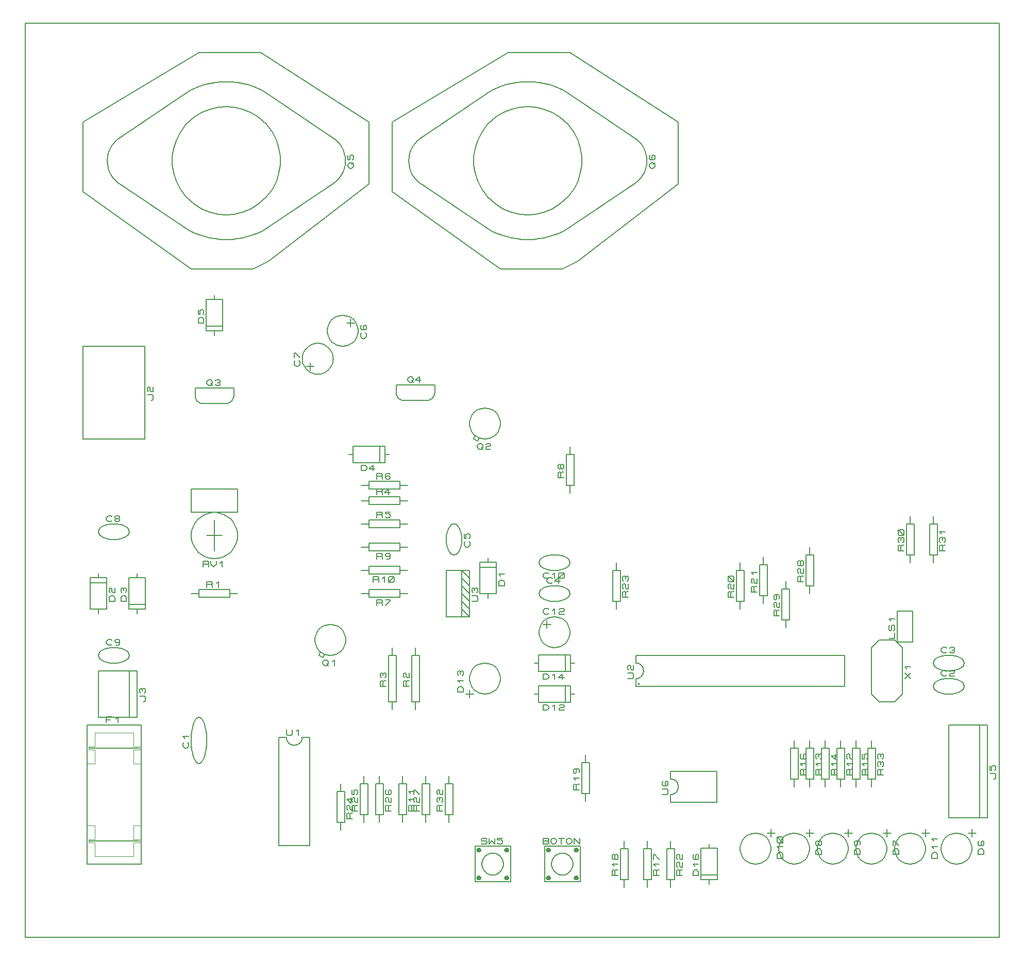
<source format=gbr>
G04 PROTEUS GERBER X2 FILE*
%TF.GenerationSoftware,Labcenter,Proteus,8.15-SP1-Build34318*%
%TF.CreationDate,2023-09-22T11:01:59+00:00*%
%TF.FileFunction,Legend,Top*%
%TF.FilePolarity,Positive*%
%TF.Part,Single*%
%TF.SameCoordinates,{152284cb-42d1-4113-bbe4-b0d9b1a291b6}*%
%FSLAX45Y45*%
%MOMM*%
G01*
%TA.AperFunction,Profile*%
%ADD23C,0.203200*%
%TA.AperFunction,Material*%
%ADD27C,0.203200*%
%ADD28C,0.050800*%
%ADD29C,0.063500*%
%TA.AperFunction,NonMaterial*%
%ADD72C,0.203200*%
%TD.AperFunction*%
D23*
X-12382500Y-8953500D02*
X+3619500Y-8953500D01*
X+3619500Y+6068060D01*
X-12382500Y+6068060D01*
X-12382500Y-8953500D01*
D27*
X-2347500Y-4826000D02*
X+1081500Y-4826000D01*
X+1081500Y-4318000D01*
X-2347500Y-4318000D01*
X-2347500Y-4826000D02*
X-2347500Y-4699000D01*
X-2347500Y-4318000D02*
X-2347500Y-4445000D01*
X-2347500Y-4699000D02*
X-2321532Y-4696473D01*
X-2297518Y-4689202D01*
X-2275923Y-4677652D01*
X-2257211Y-4662289D01*
X-2241848Y-4643577D01*
X-2230298Y-4621981D01*
X-2223027Y-4597967D01*
X-2220500Y-4572000D01*
X-2347500Y-4445000D02*
X-2321532Y-4447527D01*
X-2297518Y-4454798D01*
X-2275923Y-4466347D01*
X-2257211Y-4481711D01*
X-2241848Y-4500423D01*
X-2230298Y-4522018D01*
X-2223027Y-4546032D01*
X-2220500Y-4572000D01*
X-2289516Y-4785360D02*
X-2289541Y-4784763D01*
X-2289743Y-4783567D01*
X-2290167Y-4782371D01*
X-2290861Y-4781175D01*
X-2291921Y-4779996D01*
X-2293117Y-4779133D01*
X-2294313Y-4778584D01*
X-2295509Y-4778275D01*
X-2296700Y-4778176D01*
X-2303884Y-4785360D02*
X-2303859Y-4784763D01*
X-2303657Y-4783567D01*
X-2303233Y-4782371D01*
X-2302539Y-4781175D01*
X-2301479Y-4779996D01*
X-2300283Y-4779133D01*
X-2299087Y-4778584D01*
X-2297891Y-4778275D01*
X-2296700Y-4778176D01*
X-2303884Y-4785360D02*
X-2303859Y-4785957D01*
X-2303657Y-4787153D01*
X-2303233Y-4788349D01*
X-2302539Y-4789545D01*
X-2301479Y-4790724D01*
X-2300283Y-4791587D01*
X-2299087Y-4792136D01*
X-2297891Y-4792445D01*
X-2296700Y-4792544D01*
X-2289516Y-4785360D02*
X-2289541Y-4785957D01*
X-2289743Y-4787153D01*
X-2290167Y-4788349D01*
X-2290861Y-4789545D01*
X-2291921Y-4790724D01*
X-2293117Y-4791587D01*
X-2294313Y-4792136D01*
X-2295509Y-4792445D01*
X-2296700Y-4792544D01*
X-2479580Y-4699000D02*
X-2403380Y-4699000D01*
X-2388140Y-4683125D01*
X-2388140Y-4619625D01*
X-2403380Y-4603750D01*
X-2479580Y-4603750D01*
X-2464340Y-4556125D02*
X-2479580Y-4540250D01*
X-2479580Y-4492625D01*
X-2464340Y-4476750D01*
X-2449100Y-4476750D01*
X-2433860Y-4492625D01*
X-2433860Y-4540250D01*
X-2418620Y-4556125D01*
X-2388140Y-4556125D01*
X-2388140Y-4476750D01*
X+1016000Y-5715000D02*
X+1016000Y-5842000D01*
X+952500Y-6350000D02*
X+1079500Y-6350000D01*
X+1079500Y-5842000D01*
X+952500Y-5842000D01*
X+952500Y-6350000D01*
X+1016000Y-6350000D02*
X+1016000Y-6477000D01*
X+1211580Y-6286500D02*
X+1120140Y-6286500D01*
X+1120140Y-6207125D01*
X+1135380Y-6191250D01*
X+1150620Y-6191250D01*
X+1165860Y-6207125D01*
X+1165860Y-6286500D01*
X+1165860Y-6207125D02*
X+1181100Y-6191250D01*
X+1211580Y-6191250D01*
X+1150620Y-6127750D02*
X+1120140Y-6096000D01*
X+1211580Y-6096000D01*
X+1135380Y-6016625D02*
X+1120140Y-6000750D01*
X+1120140Y-5953125D01*
X+1135380Y-5937250D01*
X+1150620Y-5937250D01*
X+1165860Y-5953125D01*
X+1165860Y-6000750D01*
X+1181100Y-6016625D01*
X+1211580Y-6016625D01*
X+1211580Y-5937250D01*
X+508000Y-5715000D02*
X+508000Y-5842000D01*
X+444500Y-6350000D02*
X+571500Y-6350000D01*
X+571500Y-5842000D01*
X+444500Y-5842000D01*
X+444500Y-6350000D01*
X+508000Y-6350000D02*
X+508000Y-6477000D01*
X+703580Y-6286500D02*
X+612140Y-6286500D01*
X+612140Y-6207125D01*
X+627380Y-6191250D01*
X+642620Y-6191250D01*
X+657860Y-6207125D01*
X+657860Y-6286500D01*
X+657860Y-6207125D02*
X+673100Y-6191250D01*
X+703580Y-6191250D01*
X+642620Y-6127750D02*
X+612140Y-6096000D01*
X+703580Y-6096000D01*
X+627380Y-6016625D02*
X+612140Y-6000750D01*
X+612140Y-5953125D01*
X+627380Y-5937250D01*
X+642620Y-5937250D01*
X+657860Y-5953125D01*
X+673100Y-5937250D01*
X+688340Y-5937250D01*
X+703580Y-5953125D01*
X+703580Y-6000750D01*
X+688340Y-6016625D01*
X+657860Y-5984875D02*
X+657860Y-5953125D01*
X+762000Y-5715000D02*
X+762000Y-5842000D01*
X+698500Y-6350000D02*
X+825500Y-6350000D01*
X+825500Y-5842000D01*
X+698500Y-5842000D01*
X+698500Y-6350000D01*
X+762000Y-6350000D02*
X+762000Y-6477000D01*
X+957580Y-6286500D02*
X+866140Y-6286500D01*
X+866140Y-6207125D01*
X+881380Y-6191250D01*
X+896620Y-6191250D01*
X+911860Y-6207125D01*
X+911860Y-6286500D01*
X+911860Y-6207125D02*
X+927100Y-6191250D01*
X+957580Y-6191250D01*
X+896620Y-6127750D02*
X+866140Y-6096000D01*
X+957580Y-6096000D01*
X+927100Y-5937250D02*
X+927100Y-6032500D01*
X+866140Y-5969000D01*
X+957580Y-5969000D01*
X+1270000Y-5715000D02*
X+1270000Y-5842000D01*
X+1206500Y-6350000D02*
X+1333500Y-6350000D01*
X+1333500Y-5842000D01*
X+1206500Y-5842000D01*
X+1206500Y-6350000D01*
X+1270000Y-6350000D02*
X+1270000Y-6477000D01*
X+1465580Y-6286500D02*
X+1374140Y-6286500D01*
X+1374140Y-6207125D01*
X+1389380Y-6191250D01*
X+1404620Y-6191250D01*
X+1419860Y-6207125D01*
X+1419860Y-6286500D01*
X+1419860Y-6207125D02*
X+1435100Y-6191250D01*
X+1465580Y-6191250D01*
X+1404620Y-6127750D02*
X+1374140Y-6096000D01*
X+1465580Y-6096000D01*
X+1374140Y-5937250D02*
X+1374140Y-6016625D01*
X+1404620Y-6016625D01*
X+1404620Y-5953125D01*
X+1419860Y-5937250D01*
X+1450340Y-5937250D01*
X+1465580Y-5953125D01*
X+1465580Y-6000750D01*
X+1450340Y-6016625D01*
X+254000Y-5715000D02*
X+254000Y-5842000D01*
X+190500Y-6350000D02*
X+317500Y-6350000D01*
X+317500Y-5842000D01*
X+190500Y-5842000D01*
X+190500Y-6350000D01*
X+254000Y-6350000D02*
X+254000Y-6477000D01*
X+449580Y-6286500D02*
X+358140Y-6286500D01*
X+358140Y-6207125D01*
X+373380Y-6191250D01*
X+388620Y-6191250D01*
X+403860Y-6207125D01*
X+403860Y-6286500D01*
X+403860Y-6207125D02*
X+419100Y-6191250D01*
X+449580Y-6191250D01*
X+388620Y-6127750D02*
X+358140Y-6096000D01*
X+449580Y-6096000D01*
X+373380Y-5937250D02*
X+358140Y-5953125D01*
X+358140Y-6000750D01*
X+373380Y-6016625D01*
X+434340Y-6016625D01*
X+449580Y-6000750D01*
X+449580Y-5953125D01*
X+434340Y-5937250D01*
X+419100Y-5937250D01*
X+403860Y-5953125D01*
X+403860Y-6016625D01*
X+1943212Y-4102212D02*
X+2197212Y-4102212D01*
X+2197212Y-3594212D01*
X+1943212Y-3594212D01*
X+1943212Y-4102212D01*
X+1811132Y-4038712D02*
X+1902572Y-4038712D01*
X+1902572Y-3943462D01*
X+1887332Y-3911712D02*
X+1902572Y-3895837D01*
X+1902572Y-3832337D01*
X+1887332Y-3816462D01*
X+1872092Y-3816462D01*
X+1856852Y-3832337D01*
X+1856852Y-3895837D01*
X+1841612Y-3911712D01*
X+1826372Y-3911712D01*
X+1811132Y-3895837D01*
X+1811132Y-3832337D01*
X+1826372Y-3816462D01*
X+1841612Y-3752962D02*
X+1811132Y-3721212D01*
X+1902572Y-3721212D01*
X+2032000Y-4191000D02*
X+2032000Y-4953000D01*
X+1905000Y-5080000D01*
X+1651000Y-5080000D01*
X+1524000Y-4953000D01*
X+1524000Y-4191000D01*
X+1651000Y-4064000D01*
X+1905000Y-4064000D01*
X+2032000Y-4191000D01*
X+2072640Y-4699000D02*
X+2164080Y-4603750D01*
X+2164080Y-4699000D02*
X+2072640Y-4603750D01*
X+2103120Y-4540250D02*
X+2072640Y-4508500D01*
X+2164080Y-4508500D01*
X+1143000Y-7493000D02*
X+1142173Y-7472517D01*
X+1135455Y-7431550D01*
X+1121437Y-7390583D01*
X+1098659Y-7349616D01*
X+1063859Y-7308771D01*
X+1022892Y-7277155D01*
X+981925Y-7256608D01*
X+940958Y-7244371D01*
X+899991Y-7239238D01*
X+889000Y-7239000D01*
X+635000Y-7493000D02*
X+635827Y-7472517D01*
X+642545Y-7431550D01*
X+656563Y-7390583D01*
X+679341Y-7349616D01*
X+714141Y-7308771D01*
X+755108Y-7277155D01*
X+796075Y-7256608D01*
X+837042Y-7244371D01*
X+878009Y-7239238D01*
X+889000Y-7239000D01*
X+635000Y-7493000D02*
X+635827Y-7513483D01*
X+642545Y-7554450D01*
X+656563Y-7595417D01*
X+679341Y-7636384D01*
X+714141Y-7677229D01*
X+755108Y-7708845D01*
X+796075Y-7729392D01*
X+837042Y-7741629D01*
X+878009Y-7746762D01*
X+889000Y-7747000D01*
X+1143000Y-7493000D02*
X+1142173Y-7513483D01*
X+1135455Y-7554450D01*
X+1121437Y-7595417D01*
X+1098659Y-7636384D01*
X+1063859Y-7677229D01*
X+1022892Y-7708845D01*
X+981925Y-7729392D01*
X+940958Y-7741629D01*
X+899991Y-7746762D01*
X+889000Y-7747000D01*
X+1143000Y-7175500D02*
X+1143000Y-7302500D01*
X+1206500Y-7239000D02*
X+1079500Y-7239000D01*
X+1338580Y-7588250D02*
X+1247140Y-7588250D01*
X+1247140Y-7524750D01*
X+1277620Y-7493000D01*
X+1308100Y-7493000D01*
X+1338580Y-7524750D01*
X+1338580Y-7588250D01*
X+1277620Y-7366000D02*
X+1292860Y-7381875D01*
X+1292860Y-7429500D01*
X+1277620Y-7445375D01*
X+1262380Y-7445375D01*
X+1247140Y-7429500D01*
X+1247140Y-7381875D01*
X+1262380Y-7366000D01*
X+1323340Y-7366000D01*
X+1338580Y-7381875D01*
X+1338580Y-7429500D01*
X-127000Y-7493000D02*
X-127827Y-7472517D01*
X-134545Y-7431550D01*
X-148563Y-7390583D01*
X-171341Y-7349616D01*
X-206141Y-7308771D01*
X-247108Y-7277155D01*
X-288075Y-7256608D01*
X-329042Y-7244371D01*
X-370009Y-7239238D01*
X-381000Y-7239000D01*
X-635000Y-7493000D02*
X-634173Y-7472517D01*
X-627455Y-7431550D01*
X-613437Y-7390583D01*
X-590659Y-7349616D01*
X-555859Y-7308771D01*
X-514892Y-7277155D01*
X-473925Y-7256608D01*
X-432958Y-7244371D01*
X-391991Y-7239238D01*
X-381000Y-7239000D01*
X-635000Y-7493000D02*
X-634173Y-7513483D01*
X-627455Y-7554450D01*
X-613437Y-7595417D01*
X-590659Y-7636384D01*
X-555859Y-7677229D01*
X-514892Y-7708845D01*
X-473925Y-7729392D01*
X-432958Y-7741629D01*
X-391991Y-7746762D01*
X-381000Y-7747000D01*
X-127000Y-7493000D02*
X-127827Y-7513483D01*
X-134545Y-7554450D01*
X-148563Y-7595417D01*
X-171341Y-7636384D01*
X-206141Y-7677229D01*
X-247108Y-7708845D01*
X-288075Y-7729392D01*
X-329042Y-7741629D01*
X-370009Y-7746762D01*
X-381000Y-7747000D01*
X-127000Y-7175500D02*
X-127000Y-7302500D01*
X-63500Y-7239000D02*
X-190500Y-7239000D01*
X+68580Y-7651750D02*
X-22860Y-7651750D01*
X-22860Y-7588250D01*
X+7620Y-7556500D01*
X+38100Y-7556500D01*
X+68580Y-7588250D01*
X+68580Y-7651750D01*
X+7620Y-7493000D02*
X-22860Y-7461250D01*
X+68580Y-7461250D01*
X+53340Y-7397750D02*
X-7620Y-7397750D01*
X-22860Y-7381875D01*
X-22860Y-7318375D01*
X-7620Y-7302500D01*
X+53340Y-7302500D01*
X+68580Y-7318375D01*
X+68580Y-7381875D01*
X+53340Y-7397750D01*
X+68580Y-7397750D02*
X-22860Y-7302500D01*
X+2413000Y-7493000D02*
X+2412173Y-7472517D01*
X+2405455Y-7431550D01*
X+2391437Y-7390583D01*
X+2368659Y-7349616D01*
X+2333859Y-7308771D01*
X+2292892Y-7277155D01*
X+2251925Y-7256608D01*
X+2210958Y-7244371D01*
X+2169991Y-7239238D01*
X+2159000Y-7239000D01*
X+1905000Y-7493000D02*
X+1905827Y-7472517D01*
X+1912545Y-7431550D01*
X+1926563Y-7390583D01*
X+1949341Y-7349616D01*
X+1984141Y-7308771D01*
X+2025108Y-7277155D01*
X+2066075Y-7256608D01*
X+2107042Y-7244371D01*
X+2148009Y-7239238D01*
X+2159000Y-7239000D01*
X+1905000Y-7493000D02*
X+1905827Y-7513483D01*
X+1912545Y-7554450D01*
X+1926563Y-7595417D01*
X+1949341Y-7636384D01*
X+1984141Y-7677229D01*
X+2025108Y-7708845D01*
X+2066075Y-7729392D01*
X+2107042Y-7741629D01*
X+2148009Y-7746762D01*
X+2159000Y-7747000D01*
X+2413000Y-7493000D02*
X+2412173Y-7513483D01*
X+2405455Y-7554450D01*
X+2391437Y-7595417D01*
X+2368659Y-7636384D01*
X+2333859Y-7677229D01*
X+2292892Y-7708845D01*
X+2251925Y-7729392D01*
X+2210958Y-7741629D01*
X+2169991Y-7746762D01*
X+2159000Y-7747000D01*
X+2413000Y-7175500D02*
X+2413000Y-7302500D01*
X+2476500Y-7239000D02*
X+2349500Y-7239000D01*
X+2608580Y-7651750D02*
X+2517140Y-7651750D01*
X+2517140Y-7588250D01*
X+2547620Y-7556500D01*
X+2578100Y-7556500D01*
X+2608580Y-7588250D01*
X+2608580Y-7651750D01*
X+2547620Y-7493000D02*
X+2517140Y-7461250D01*
X+2608580Y-7461250D01*
X+2547620Y-7366000D02*
X+2517140Y-7334250D01*
X+2608580Y-7334250D01*
X+1778000Y-7493000D02*
X+1777173Y-7472517D01*
X+1770455Y-7431550D01*
X+1756437Y-7390583D01*
X+1733659Y-7349616D01*
X+1698859Y-7308771D01*
X+1657892Y-7277155D01*
X+1616925Y-7256608D01*
X+1575958Y-7244371D01*
X+1534991Y-7239238D01*
X+1524000Y-7239000D01*
X+1270000Y-7493000D02*
X+1270827Y-7472517D01*
X+1277545Y-7431550D01*
X+1291563Y-7390583D01*
X+1314341Y-7349616D01*
X+1349141Y-7308771D01*
X+1390108Y-7277155D01*
X+1431075Y-7256608D01*
X+1472042Y-7244371D01*
X+1513009Y-7239238D01*
X+1524000Y-7239000D01*
X+1270000Y-7493000D02*
X+1270827Y-7513483D01*
X+1277545Y-7554450D01*
X+1291563Y-7595417D01*
X+1314341Y-7636384D01*
X+1349141Y-7677229D01*
X+1390108Y-7708845D01*
X+1431075Y-7729392D01*
X+1472042Y-7741629D01*
X+1513009Y-7746762D01*
X+1524000Y-7747000D01*
X+1778000Y-7493000D02*
X+1777173Y-7513483D01*
X+1770455Y-7554450D01*
X+1756437Y-7595417D01*
X+1733659Y-7636384D01*
X+1698859Y-7677229D01*
X+1657892Y-7708845D01*
X+1616925Y-7729392D01*
X+1575958Y-7741629D01*
X+1534991Y-7746762D01*
X+1524000Y-7747000D01*
X+1778000Y-7175500D02*
X+1778000Y-7302500D01*
X+1841500Y-7239000D02*
X+1714500Y-7239000D01*
X+1973580Y-7588250D02*
X+1882140Y-7588250D01*
X+1882140Y-7524750D01*
X+1912620Y-7493000D01*
X+1943100Y-7493000D01*
X+1973580Y-7524750D01*
X+1973580Y-7588250D01*
X+1882140Y-7445375D02*
X+1882140Y-7366000D01*
X+1897380Y-7366000D01*
X+1973580Y-7445375D01*
X+508000Y-7493000D02*
X+507173Y-7472517D01*
X+500455Y-7431550D01*
X+486437Y-7390583D01*
X+463659Y-7349616D01*
X+428859Y-7308771D01*
X+387892Y-7277155D01*
X+346925Y-7256608D01*
X+305958Y-7244371D01*
X+264991Y-7239238D01*
X+254000Y-7239000D01*
X+0Y-7493000D02*
X+827Y-7472517D01*
X+7545Y-7431550D01*
X+21563Y-7390583D01*
X+44341Y-7349616D01*
X+79141Y-7308771D01*
X+120108Y-7277155D01*
X+161075Y-7256608D01*
X+202042Y-7244371D01*
X+243009Y-7239238D01*
X+254000Y-7239000D01*
X+0Y-7493000D02*
X+827Y-7513483D01*
X+7545Y-7554450D01*
X+21563Y-7595417D01*
X+44341Y-7636384D01*
X+79141Y-7677229D01*
X+120108Y-7708845D01*
X+161075Y-7729392D01*
X+202042Y-7741629D01*
X+243009Y-7746762D01*
X+254000Y-7747000D01*
X+508000Y-7493000D02*
X+507173Y-7513483D01*
X+500455Y-7554450D01*
X+486437Y-7595417D01*
X+463659Y-7636384D01*
X+428859Y-7677229D01*
X+387892Y-7708845D01*
X+346925Y-7729392D01*
X+305958Y-7741629D01*
X+264991Y-7746762D01*
X+254000Y-7747000D01*
X+508000Y-7175500D02*
X+508000Y-7302500D01*
X+571500Y-7239000D02*
X+444500Y-7239000D01*
X+703580Y-7588250D02*
X+612140Y-7588250D01*
X+612140Y-7524750D01*
X+642620Y-7493000D01*
X+673100Y-7493000D01*
X+703580Y-7524750D01*
X+703580Y-7588250D01*
X+657860Y-7429500D02*
X+642620Y-7445375D01*
X+627380Y-7445375D01*
X+612140Y-7429500D01*
X+612140Y-7381875D01*
X+627380Y-7366000D01*
X+642620Y-7366000D01*
X+657860Y-7381875D01*
X+657860Y-7429500D01*
X+673100Y-7445375D01*
X+688340Y-7445375D01*
X+703580Y-7429500D01*
X+703580Y-7381875D01*
X+688340Y-7366000D01*
X+673100Y-7366000D01*
X+657860Y-7381875D01*
X-635000Y-3556000D02*
X-635000Y-3429000D01*
X-698500Y-3429000D02*
X-571500Y-3429000D01*
X-571500Y-2921000D01*
X-698500Y-2921000D01*
X-698500Y-3429000D01*
X-635000Y-2921000D02*
X-635000Y-2794000D01*
X-739140Y-3365500D02*
X-830580Y-3365500D01*
X-830580Y-3286125D01*
X-815340Y-3270250D01*
X-800100Y-3270250D01*
X-784860Y-3286125D01*
X-784860Y-3365500D01*
X-784860Y-3286125D02*
X-769620Y-3270250D01*
X-739140Y-3270250D01*
X-815340Y-3222625D02*
X-830580Y-3206750D01*
X-830580Y-3159125D01*
X-815340Y-3143250D01*
X-800100Y-3143250D01*
X-784860Y-3159125D01*
X-784860Y-3206750D01*
X-769620Y-3222625D01*
X-739140Y-3222625D01*
X-739140Y-3143250D01*
X-754380Y-3111500D02*
X-815340Y-3111500D01*
X-830580Y-3095625D01*
X-830580Y-3032125D01*
X-815340Y-3016250D01*
X-754380Y-3016250D01*
X-739140Y-3032125D01*
X-739140Y-3095625D01*
X-754380Y-3111500D01*
X-739140Y-3111500D02*
X-830580Y-3016250D01*
X-254000Y-3467099D02*
X-254000Y-3340099D01*
X-317500Y-3340099D02*
X-190500Y-3340099D01*
X-190500Y-2832099D01*
X-317500Y-2832099D01*
X-317500Y-3340099D01*
X-254000Y-2832099D02*
X-254000Y-2705099D01*
X-358140Y-3276599D02*
X-449580Y-3276599D01*
X-449580Y-3197224D01*
X-434340Y-3181349D01*
X-419100Y-3181349D01*
X-403860Y-3197224D01*
X-403860Y-3276599D01*
X-403860Y-3197224D02*
X-388620Y-3181349D01*
X-358140Y-3181349D01*
X-434340Y-3133724D02*
X-449580Y-3117849D01*
X-449580Y-3070224D01*
X-434340Y-3054349D01*
X-419100Y-3054349D01*
X-403860Y-3070224D01*
X-403860Y-3117849D01*
X-388620Y-3133724D01*
X-358140Y-3133724D01*
X-358140Y-3054349D01*
X-419100Y-2990849D02*
X-449580Y-2959099D01*
X-358140Y-2959099D01*
X-3942080Y-5087620D02*
X-3423920Y-5087620D01*
X-3423920Y-4820920D01*
X-3942080Y-4820920D01*
X-3942080Y-5087620D01*
X-3505200Y-5085080D02*
X-3505200Y-4823460D01*
X-3352800Y-4953000D02*
X-3423920Y-4953000D01*
X-3942080Y-4953000D02*
X-4013200Y-4953000D01*
X-3873500Y-5219700D02*
X-3873500Y-5128260D01*
X-3810000Y-5128260D01*
X-3778250Y-5158740D01*
X-3778250Y-5189220D01*
X-3810000Y-5219700D01*
X-3873500Y-5219700D01*
X-3714750Y-5158740D02*
X-3683000Y-5128260D01*
X-3683000Y-5219700D01*
X-3603625Y-5143500D02*
X-3587750Y-5128260D01*
X-3540125Y-5128260D01*
X-3524250Y-5143500D01*
X-3524250Y-5158740D01*
X-3540125Y-5173980D01*
X-3587750Y-5173980D01*
X-3603625Y-5189220D01*
X-3603625Y-5219700D01*
X-3524250Y-5219700D01*
X-3175000Y-6718299D02*
X-3175000Y-6591299D01*
X-3238500Y-6591299D02*
X-3111500Y-6591299D01*
X-3111500Y-6083299D01*
X-3238500Y-6083299D01*
X-3238500Y-6591299D01*
X-3175000Y-6083299D02*
X-3175000Y-5956299D01*
X-3279140Y-6527799D02*
X-3370580Y-6527799D01*
X-3370580Y-6448424D01*
X-3355340Y-6432549D01*
X-3340100Y-6432549D01*
X-3324860Y-6448424D01*
X-3324860Y-6527799D01*
X-3324860Y-6448424D02*
X-3309620Y-6432549D01*
X-3279140Y-6432549D01*
X-3340100Y-6369049D02*
X-3370580Y-6337299D01*
X-3279140Y-6337299D01*
X-3340100Y-6178549D02*
X-3324860Y-6194424D01*
X-3324860Y-6242049D01*
X-3340100Y-6257924D01*
X-3355340Y-6257924D01*
X-3370580Y-6242049D01*
X-3370580Y-6194424D01*
X-3355340Y-6178549D01*
X-3294380Y-6178549D01*
X-3279140Y-6194424D01*
X-3279140Y-6242049D01*
X-4572000Y-4699000D02*
X-4572827Y-4678517D01*
X-4579545Y-4637550D01*
X-4593563Y-4596583D01*
X-4616341Y-4555616D01*
X-4651141Y-4514771D01*
X-4692108Y-4483155D01*
X-4733075Y-4462608D01*
X-4774042Y-4450371D01*
X-4815009Y-4445238D01*
X-4826000Y-4445000D01*
X-5080000Y-4699000D02*
X-5079173Y-4678517D01*
X-5072455Y-4637550D01*
X-5058437Y-4596583D01*
X-5035659Y-4555616D01*
X-5000859Y-4514771D01*
X-4959892Y-4483155D01*
X-4918925Y-4462608D01*
X-4877958Y-4450371D01*
X-4836991Y-4445238D01*
X-4826000Y-4445000D01*
X-5080000Y-4699000D02*
X-5079173Y-4719483D01*
X-5072455Y-4760450D01*
X-5058437Y-4801417D01*
X-5035659Y-4842384D01*
X-5000859Y-4883229D01*
X-4959892Y-4914845D01*
X-4918925Y-4935392D01*
X-4877958Y-4947629D01*
X-4836991Y-4952762D01*
X-4826000Y-4953000D01*
X-4572000Y-4699000D02*
X-4572827Y-4719483D01*
X-4579545Y-4760450D01*
X-4593563Y-4801417D01*
X-4616341Y-4842384D01*
X-4651141Y-4883229D01*
X-4692108Y-4914845D01*
X-4733075Y-4935392D01*
X-4774042Y-4947629D01*
X-4815009Y-4952762D01*
X-4826000Y-4953000D01*
X-5080000Y-5016500D02*
X-5080000Y-4889500D01*
X-5143500Y-4953000D02*
X-5016500Y-4953000D01*
X-5184140Y-4921250D02*
X-5275580Y-4921250D01*
X-5275580Y-4857750D01*
X-5245100Y-4826000D01*
X-5214620Y-4826000D01*
X-5184140Y-4857750D01*
X-5184140Y-4921250D01*
X-5245100Y-4762500D02*
X-5275580Y-4730750D01*
X-5184140Y-4730750D01*
X-5260340Y-4651375D02*
X-5275580Y-4635500D01*
X-5275580Y-4587875D01*
X-5260340Y-4572000D01*
X-5245100Y-4572000D01*
X-5229860Y-4587875D01*
X-5214620Y-4572000D01*
X-5199380Y-4572000D01*
X-5184140Y-4587875D01*
X-5184140Y-4635500D01*
X-5199380Y-4651375D01*
X-5229860Y-4619625D02*
X-5229860Y-4587875D01*
X-3937000Y-3302000D02*
X-3931920Y-3276124D01*
X-3917315Y-3252152D01*
X-3894138Y-3230562D01*
X-3863340Y-3211830D01*
X-3825875Y-3196431D01*
X-3782695Y-3184842D01*
X-3734752Y-3177540D01*
X-3683000Y-3175000D01*
X-3429000Y-3302000D02*
X-3434080Y-3276124D01*
X-3448685Y-3252152D01*
X-3471862Y-3230562D01*
X-3502660Y-3211830D01*
X-3540125Y-3196431D01*
X-3583305Y-3184842D01*
X-3631248Y-3177540D01*
X-3683000Y-3175000D01*
X-3937000Y-3302000D02*
X-3931920Y-3327876D01*
X-3917315Y-3351848D01*
X-3894138Y-3373438D01*
X-3863340Y-3392170D01*
X-3825875Y-3407569D01*
X-3782695Y-3419158D01*
X-3734752Y-3426460D01*
X-3683000Y-3429000D01*
X-3429000Y-3302000D02*
X-3434080Y-3327876D01*
X-3448685Y-3351848D01*
X-3471862Y-3373438D01*
X-3502660Y-3392170D01*
X-3540125Y-3407569D01*
X-3583305Y-3419158D01*
X-3631248Y-3426460D01*
X-3683000Y-3429000D01*
X-3714750Y-3119120D02*
X-3730625Y-3134360D01*
X-3778250Y-3134360D01*
X-3810000Y-3103880D01*
X-3810000Y-3073400D01*
X-3778250Y-3042920D01*
X-3730625Y-3042920D01*
X-3714750Y-3058160D01*
X-3587750Y-3103880D02*
X-3683000Y-3103880D01*
X-3619500Y-3042920D01*
X-3619500Y-3134360D01*
X-3429000Y-2794000D02*
X-3434080Y-2819876D01*
X-3448685Y-2843848D01*
X-3471862Y-2865438D01*
X-3502660Y-2884170D01*
X-3540125Y-2899569D01*
X-3583305Y-2911158D01*
X-3631248Y-2918460D01*
X-3683000Y-2921000D01*
X-3937000Y-2794000D02*
X-3931920Y-2819876D01*
X-3917315Y-2843848D01*
X-3894138Y-2865438D01*
X-3863340Y-2884170D01*
X-3825875Y-2899569D01*
X-3782695Y-2911158D01*
X-3734752Y-2918460D01*
X-3683000Y-2921000D01*
X-3429000Y-2794000D02*
X-3434080Y-2768124D01*
X-3448685Y-2744152D01*
X-3471862Y-2722562D01*
X-3502660Y-2703830D01*
X-3540125Y-2688431D01*
X-3583305Y-2676842D01*
X-3631248Y-2669540D01*
X-3683000Y-2667000D01*
X-3937000Y-2794000D02*
X-3931920Y-2768124D01*
X-3917315Y-2744152D01*
X-3894138Y-2722562D01*
X-3863340Y-2703830D01*
X-3825875Y-2688431D01*
X-3782695Y-2676842D01*
X-3734752Y-2669540D01*
X-3683000Y-2667000D01*
X-3778250Y-3037840D02*
X-3794125Y-3053080D01*
X-3841750Y-3053080D01*
X-3873500Y-3022600D01*
X-3873500Y-2992120D01*
X-3841750Y-2961640D01*
X-3794125Y-2961640D01*
X-3778250Y-2976880D01*
X-3714750Y-2992120D02*
X-3683000Y-2961640D01*
X-3683000Y-3053080D01*
X-3619500Y-3037840D02*
X-3619500Y-2976880D01*
X-3603625Y-2961640D01*
X-3540125Y-2961640D01*
X-3524250Y-2976880D01*
X-3524250Y-3037840D01*
X-3540125Y-3053080D01*
X-3603625Y-3053080D01*
X-3619500Y-3037840D01*
X-3619500Y-3053080D02*
X-3524250Y-2961640D01*
X-3942080Y-4579620D02*
X-3423920Y-4579620D01*
X-3423920Y-4312920D01*
X-3942080Y-4312920D01*
X-3942080Y-4579620D01*
X-3505200Y-4577080D02*
X-3505200Y-4315460D01*
X-3352800Y-4445000D02*
X-3423920Y-4445000D01*
X-3942080Y-4445000D02*
X-4013200Y-4445000D01*
X-3873500Y-4711700D02*
X-3873500Y-4620260D01*
X-3810000Y-4620260D01*
X-3778250Y-4650740D01*
X-3778250Y-4681220D01*
X-3810000Y-4711700D01*
X-3873500Y-4711700D01*
X-3714750Y-4650740D02*
X-3683000Y-4620260D01*
X-3683000Y-4711700D01*
X-3524250Y-4681220D02*
X-3619500Y-4681220D01*
X-3556000Y-4620260D01*
X-3556000Y-4711700D01*
X-3429000Y-3937000D02*
X-3429827Y-3916517D01*
X-3436545Y-3875550D01*
X-3450563Y-3834583D01*
X-3473341Y-3793616D01*
X-3508141Y-3752771D01*
X-3549108Y-3721155D01*
X-3590075Y-3700608D01*
X-3631042Y-3688371D01*
X-3672009Y-3683238D01*
X-3683000Y-3683000D01*
X-3937000Y-3937000D02*
X-3936173Y-3916517D01*
X-3929455Y-3875550D01*
X-3915437Y-3834583D01*
X-3892659Y-3793616D01*
X-3857859Y-3752771D01*
X-3816892Y-3721155D01*
X-3775925Y-3700608D01*
X-3734958Y-3688371D01*
X-3693991Y-3683238D01*
X-3683000Y-3683000D01*
X-3937000Y-3937000D02*
X-3936173Y-3957483D01*
X-3929455Y-3998450D01*
X-3915437Y-4039417D01*
X-3892659Y-4080384D01*
X-3857859Y-4121229D01*
X-3816892Y-4152845D01*
X-3775925Y-4173392D01*
X-3734958Y-4185629D01*
X-3693991Y-4190762D01*
X-3683000Y-4191000D01*
X-3429000Y-3937000D02*
X-3429827Y-3957483D01*
X-3436545Y-3998450D01*
X-3450563Y-4039417D01*
X-3473341Y-4080384D01*
X-3508141Y-4121229D01*
X-3549108Y-4152845D01*
X-3590075Y-4173392D01*
X-3631042Y-4185629D01*
X-3672009Y-4190762D01*
X-3683000Y-4191000D01*
X-3873500Y-3810000D02*
X-3746500Y-3810000D01*
X-3810000Y-3746500D02*
X-3810000Y-3873500D01*
X-3778250Y-3627120D02*
X-3794125Y-3642360D01*
X-3841750Y-3642360D01*
X-3873500Y-3611880D01*
X-3873500Y-3581400D01*
X-3841750Y-3550920D01*
X-3794125Y-3550920D01*
X-3778250Y-3566160D01*
X-3714750Y-3581400D02*
X-3683000Y-3550920D01*
X-3683000Y-3642360D01*
X-3603625Y-3566160D02*
X-3587750Y-3550920D01*
X-3540125Y-3550920D01*
X-3524250Y-3566160D01*
X-3524250Y-3581400D01*
X-3540125Y-3596640D01*
X-3587750Y-3596640D01*
X-3603625Y-3611880D01*
X-3603625Y-3642360D01*
X-3524250Y-3642360D01*
X-2667000Y-2794000D02*
X-2667000Y-2921000D01*
X-2730500Y-3429000D02*
X-2603500Y-3429000D01*
X-2603500Y-2921000D01*
X-2730500Y-2921000D01*
X-2730500Y-3429000D01*
X-2667000Y-3429000D02*
X-2667000Y-3556000D01*
X-2471420Y-3365500D02*
X-2562860Y-3365500D01*
X-2562860Y-3286125D01*
X-2547620Y-3270250D01*
X-2532380Y-3270250D01*
X-2517140Y-3286125D01*
X-2517140Y-3365500D01*
X-2517140Y-3286125D02*
X-2501900Y-3270250D01*
X-2471420Y-3270250D01*
X-2547620Y-3222625D02*
X-2562860Y-3206750D01*
X-2562860Y-3159125D01*
X-2547620Y-3143250D01*
X-2532380Y-3143250D01*
X-2517140Y-3159125D01*
X-2517140Y-3206750D01*
X-2501900Y-3222625D01*
X-2471420Y-3222625D01*
X-2471420Y-3143250D01*
X-2547620Y-3095625D02*
X-2562860Y-3079750D01*
X-2562860Y-3032125D01*
X-2547620Y-3016250D01*
X-2532380Y-3016250D01*
X-2517140Y-3032125D01*
X-2501900Y-3016250D01*
X-2486660Y-3016250D01*
X-2471420Y-3032125D01*
X-2471420Y-3079750D01*
X-2486660Y-3095625D01*
X-2517140Y-3063875D02*
X-2517140Y-3032125D01*
X-1778000Y-7366000D02*
X-1778000Y-7493000D01*
X-1841500Y-8001000D02*
X-1714500Y-8001000D01*
X-1714500Y-7493000D01*
X-1841500Y-7493000D01*
X-1841500Y-8001000D01*
X-1778000Y-8001000D02*
X-1778000Y-8128000D01*
X-1582420Y-7937500D02*
X-1673860Y-7937500D01*
X-1673860Y-7858125D01*
X-1658620Y-7842250D01*
X-1643380Y-7842250D01*
X-1628140Y-7858125D01*
X-1628140Y-7937500D01*
X-1628140Y-7858125D02*
X-1612900Y-7842250D01*
X-1582420Y-7842250D01*
X-1658620Y-7794625D02*
X-1673860Y-7778750D01*
X-1673860Y-7731125D01*
X-1658620Y-7715250D01*
X-1643380Y-7715250D01*
X-1628140Y-7731125D01*
X-1628140Y-7778750D01*
X-1612900Y-7794625D01*
X-1582420Y-7794625D01*
X-1582420Y-7715250D01*
X-1658620Y-7667625D02*
X-1673860Y-7651750D01*
X-1673860Y-7604125D01*
X-1658620Y-7588250D01*
X-1643380Y-7588250D01*
X-1628140Y-7604125D01*
X-1628140Y-7651750D01*
X-1612900Y-7667625D01*
X-1582420Y-7667625D01*
X-1582420Y-7588250D01*
X-1277620Y-8006080D02*
X-1010920Y-8006080D01*
X-1010920Y-7487920D01*
X-1277620Y-7487920D01*
X-1277620Y-8006080D01*
X-1275080Y-7924800D02*
X-1013460Y-7924800D01*
X-1143000Y-8077200D02*
X-1143000Y-8006080D01*
X-1143000Y-7487920D02*
X-1143000Y-7416800D01*
X-1318260Y-7937500D02*
X-1409700Y-7937500D01*
X-1409700Y-7874000D01*
X-1379220Y-7842250D01*
X-1348740Y-7842250D01*
X-1318260Y-7874000D01*
X-1318260Y-7937500D01*
X-1379220Y-7778750D02*
X-1409700Y-7747000D01*
X-1318260Y-7747000D01*
X-1394460Y-7588250D02*
X-1409700Y-7604125D01*
X-1409700Y-7651750D01*
X-1394460Y-7667625D01*
X-1333500Y-7667625D01*
X-1318260Y-7651750D01*
X-1318260Y-7604125D01*
X-1333500Y-7588250D01*
X-1348740Y-7588250D01*
X-1363980Y-7604125D01*
X-1363980Y-7667625D01*
X-1778000Y-6731000D02*
X-1778000Y-6604000D01*
X-1651000Y-6477000D02*
X-1653436Y-6451124D01*
X-1660485Y-6427152D01*
X-1671762Y-6405562D01*
X-1686878Y-6386830D01*
X-1705446Y-6371431D01*
X-1727081Y-6359842D01*
X-1751394Y-6352540D01*
X-1778000Y-6350000D01*
X-1651000Y-6477000D02*
X-1653436Y-6503606D01*
X-1660485Y-6527919D01*
X-1671762Y-6549554D01*
X-1686878Y-6568122D01*
X-1705446Y-6583238D01*
X-1727081Y-6594515D01*
X-1751394Y-6601564D01*
X-1778000Y-6604000D01*
X-1778000Y-6350000D02*
X-1778000Y-6223000D01*
X-1016000Y-6731000D02*
X-1016000Y-6223000D01*
X-1778000Y-6731000D02*
X-1016000Y-6731000D01*
X-1778000Y-6223000D02*
X-1016000Y-6223000D01*
X-1910080Y-6604000D02*
X-1833880Y-6604000D01*
X-1818640Y-6588125D01*
X-1818640Y-6524625D01*
X-1833880Y-6508750D01*
X-1910080Y-6508750D01*
X-1894840Y-6381750D02*
X-1910080Y-6397625D01*
X-1910080Y-6445250D01*
X-1894840Y-6461125D01*
X-1833880Y-6461125D01*
X-1818640Y-6445250D01*
X-1818640Y-6397625D01*
X-1833880Y-6381750D01*
X-1849120Y-6381750D01*
X-1864360Y-6397625D01*
X-1864360Y-6461125D01*
X-11366500Y-7747000D02*
X-10477500Y-7747000D01*
X-10477500Y-5461000D01*
X-11366500Y-5461000D01*
X-11366500Y-7747000D01*
D28*
X-11239500Y-5588000D02*
X-10604500Y-5588000D01*
X-11239500Y-6096000D02*
X-11366500Y-6096000D01*
X-10604500Y-6096000D02*
X-10477500Y-6096000D01*
D27*
X-10515600Y-5842000D02*
X-11328400Y-5842000D01*
D28*
X-11239500Y-5816600D02*
X-11341100Y-5816600D01*
X-11341100Y-5867400D01*
X-11239500Y-5867400D01*
X-11239500Y-5588000D02*
X-11239500Y-5816600D01*
X-11239500Y-5867400D02*
X-11239500Y-6096000D01*
X-10604500Y-5816600D02*
X-10502900Y-5816600D01*
X-10502900Y-5867400D01*
X-10604500Y-5867400D01*
X-10604500Y-5588000D02*
X-10604500Y-5816600D01*
X-10604500Y-5867400D02*
X-10604500Y-6096000D01*
X-10604500Y-7620000D02*
X-11239500Y-7620000D01*
X-10604500Y-7112000D02*
X-10477500Y-7112000D01*
X-11239500Y-7112000D02*
X-11366500Y-7112000D01*
D27*
X-11328400Y-7366000D02*
X-10515600Y-7366000D01*
D28*
X-10604500Y-7391400D02*
X-10502900Y-7391400D01*
X-10502900Y-7340600D01*
X-10604500Y-7340600D01*
X-10604500Y-7620000D02*
X-10604500Y-7391400D01*
X-10604500Y-7340600D02*
X-10604500Y-7112000D01*
X-11239500Y-7391400D02*
X-11341100Y-7391400D01*
X-11341100Y-7340600D01*
X-11239500Y-7340600D01*
X-11239500Y-7620000D02*
X-11239500Y-7391400D01*
X-11239500Y-7340600D02*
X-11239500Y-7112000D01*
D27*
X-11049000Y-5420360D02*
X-11049000Y-5328920D01*
X-10953750Y-5328920D01*
X-11049000Y-5374640D02*
X-10985500Y-5374640D01*
X-10890250Y-5359400D02*
X-10858500Y-5328920D01*
X-10858500Y-5420360D01*
X-7831314Y-5668303D02*
X-7704314Y-5668303D01*
X-8212314Y-5668303D02*
X-8085314Y-5668303D01*
X-7958314Y-5795303D02*
X-7932438Y-5792867D01*
X-7908466Y-5785818D01*
X-7886876Y-5774541D01*
X-7868144Y-5759426D01*
X-7852745Y-5740857D01*
X-7841156Y-5719222D01*
X-7833854Y-5694909D01*
X-7831314Y-5668303D01*
X-7958314Y-5795303D02*
X-7984920Y-5792867D01*
X-8009233Y-5785818D01*
X-8030868Y-5774541D01*
X-8049436Y-5759426D01*
X-8064552Y-5740857D01*
X-8075829Y-5719222D01*
X-8082878Y-5694909D01*
X-8085314Y-5668303D01*
X-8212314Y-5668303D02*
X-8212314Y-7446303D01*
X-7704314Y-7446303D01*
X-7704314Y-5668303D01*
X-8085314Y-5536223D02*
X-8085314Y-5612423D01*
X-8069439Y-5627663D01*
X-8005939Y-5627663D01*
X-7990064Y-5612423D01*
X-7990064Y-5536223D01*
X-7926564Y-5566703D02*
X-7894814Y-5536223D01*
X-7894814Y-5627663D01*
X-11176000Y-4318000D02*
X-11170920Y-4292124D01*
X-11156315Y-4268152D01*
X-11133138Y-4246562D01*
X-11102340Y-4227830D01*
X-11064875Y-4212431D01*
X-11021695Y-4200842D01*
X-10973752Y-4193540D01*
X-10922000Y-4191000D01*
X-10668000Y-4318000D02*
X-10673080Y-4292124D01*
X-10687685Y-4268152D01*
X-10710862Y-4246562D01*
X-10741660Y-4227830D01*
X-10779125Y-4212431D01*
X-10822305Y-4200842D01*
X-10870248Y-4193540D01*
X-10922000Y-4191000D01*
X-11176000Y-4318000D02*
X-11170920Y-4343876D01*
X-11156315Y-4367848D01*
X-11133138Y-4389438D01*
X-11102340Y-4408170D01*
X-11064875Y-4423569D01*
X-11021695Y-4435158D01*
X-10973752Y-4442460D01*
X-10922000Y-4445000D01*
X-10668000Y-4318000D02*
X-10673080Y-4343876D01*
X-10687685Y-4367848D01*
X-10710862Y-4389438D01*
X-10741660Y-4408170D01*
X-10779125Y-4423569D01*
X-10822305Y-4435158D01*
X-10870248Y-4442460D01*
X-10922000Y-4445000D01*
X-10953750Y-4135120D02*
X-10969625Y-4150360D01*
X-11017250Y-4150360D01*
X-11049000Y-4119880D01*
X-11049000Y-4089400D01*
X-11017250Y-4058920D01*
X-10969625Y-4058920D01*
X-10953750Y-4074160D01*
X-10826750Y-4089400D02*
X-10842625Y-4104640D01*
X-10890250Y-4104640D01*
X-10906125Y-4089400D01*
X-10906125Y-4074160D01*
X-10890250Y-4058920D01*
X-10842625Y-4058920D01*
X-10826750Y-4074160D01*
X-10826750Y-4135120D01*
X-10842625Y-4150360D01*
X-10890250Y-4150360D01*
X-10675620Y-3561080D02*
X-10408920Y-3561080D01*
X-10408920Y-3042920D01*
X-10675620Y-3042920D01*
X-10675620Y-3561080D01*
X-10673080Y-3479800D02*
X-10411460Y-3479800D01*
X-10541000Y-3632200D02*
X-10541000Y-3561080D01*
X-10541000Y-3042920D02*
X-10541000Y-2971800D01*
X-10716260Y-3429000D02*
X-10807700Y-3429000D01*
X-10807700Y-3365500D01*
X-10777220Y-3333750D01*
X-10746740Y-3333750D01*
X-10716260Y-3365500D01*
X-10716260Y-3429000D01*
X-10792460Y-3286125D02*
X-10807700Y-3270250D01*
X-10807700Y-3222625D01*
X-10792460Y-3206750D01*
X-10777220Y-3206750D01*
X-10761980Y-3222625D01*
X-10746740Y-3206750D01*
X-10731500Y-3206750D01*
X-10716260Y-3222625D01*
X-10716260Y-3270250D01*
X-10731500Y-3286125D01*
X-10761980Y-3254375D02*
X-10761980Y-3222625D01*
X-11308080Y-3561080D02*
X-11041380Y-3561080D01*
X-11041380Y-3042920D01*
X-11308080Y-3042920D01*
X-11308080Y-3561080D01*
X-11043920Y-3124200D02*
X-11305540Y-3124200D01*
X-11176000Y-2971800D02*
X-11176000Y-3042920D01*
X-11176000Y-3561080D02*
X-11176000Y-3632200D01*
X-10909300Y-3429000D02*
X-11000740Y-3429000D01*
X-11000740Y-3365500D01*
X-10970260Y-3333750D01*
X-10939780Y-3333750D01*
X-10909300Y-3365500D01*
X-10909300Y-3429000D01*
X-10985500Y-3286125D02*
X-11000740Y-3270250D01*
X-11000740Y-3222625D01*
X-10985500Y-3206750D01*
X-10970260Y-3206750D01*
X-10955020Y-3222625D01*
X-10955020Y-3270250D01*
X-10939780Y-3286125D01*
X-10909300Y-3286125D01*
X-10909300Y-3206750D01*
X-5334000Y-2159000D02*
X-5308124Y-2164080D01*
X-5284152Y-2178685D01*
X-5262562Y-2201862D01*
X-5243830Y-2232660D01*
X-5228431Y-2270125D01*
X-5216842Y-2313305D01*
X-5209540Y-2361248D01*
X-5207000Y-2413000D01*
X-5334000Y-2667000D02*
X-5308124Y-2661920D01*
X-5284152Y-2647315D01*
X-5262562Y-2624138D01*
X-5243830Y-2593340D01*
X-5228431Y-2555875D01*
X-5216842Y-2512695D01*
X-5209540Y-2464752D01*
X-5207000Y-2413000D01*
X-5334000Y-2159000D02*
X-5359876Y-2164080D01*
X-5383848Y-2178685D01*
X-5405438Y-2201862D01*
X-5424170Y-2232660D01*
X-5439569Y-2270125D01*
X-5451158Y-2313305D01*
X-5458460Y-2361248D01*
X-5461000Y-2413000D01*
X-5334000Y-2667000D02*
X-5359876Y-2661920D01*
X-5383848Y-2647315D01*
X-5405438Y-2624138D01*
X-5424170Y-2593340D01*
X-5439569Y-2555875D01*
X-5451158Y-2512695D01*
X-5458460Y-2464752D01*
X-5461000Y-2413000D01*
X-5090160Y-2444750D02*
X-5074920Y-2460625D01*
X-5074920Y-2508250D01*
X-5105400Y-2540000D01*
X-5135880Y-2540000D01*
X-5166360Y-2508250D01*
X-5166360Y-2460625D01*
X-5151120Y-2444750D01*
X-5166360Y-2317750D02*
X-5166360Y-2397125D01*
X-5135880Y-2397125D01*
X-5135880Y-2333625D01*
X-5120640Y-2317750D01*
X-5090160Y-2317750D01*
X-5074920Y-2333625D01*
X-5074920Y-2381250D01*
X-5090160Y-2397125D01*
X-4907279Y-3307080D02*
X-4640579Y-3307080D01*
X-4640579Y-2788920D01*
X-4907279Y-2788920D01*
X-4907279Y-3307080D01*
X-4643119Y-2870200D02*
X-4904739Y-2870200D01*
X-4775199Y-2717800D02*
X-4775199Y-2788920D01*
X-4775199Y-3307080D02*
X-4775199Y-3378200D01*
X-4508499Y-3175000D02*
X-4599939Y-3175000D01*
X-4599939Y-3111500D01*
X-4569459Y-3079750D01*
X-4538979Y-3079750D01*
X-4508499Y-3111500D01*
X-4508499Y-3175000D01*
X-4569459Y-3016250D02*
X-4599939Y-2984500D01*
X-4508499Y-2984500D01*
X-6858000Y-1778000D02*
X-6731000Y-1778000D01*
X-6731000Y-1841500D02*
X-6223000Y-1841500D01*
X-6223000Y-1714500D01*
X-6731000Y-1714500D01*
X-6731000Y-1841500D01*
X-6223000Y-1778000D02*
X-6096000Y-1778000D01*
X-6604000Y-1673860D02*
X-6604000Y-1582420D01*
X-6524625Y-1582420D01*
X-6508750Y-1597660D01*
X-6508750Y-1612900D01*
X-6524625Y-1628140D01*
X-6604000Y-1628140D01*
X-6524625Y-1628140D02*
X-6508750Y-1643380D01*
X-6508750Y-1673860D01*
X-6381750Y-1643380D02*
X-6477000Y-1643380D01*
X-6413500Y-1582420D01*
X-6413500Y-1673860D01*
X-6858000Y-2159000D02*
X-6731000Y-2159000D01*
X-6731000Y-2222500D02*
X-6223000Y-2222500D01*
X-6223000Y-2095500D01*
X-6731000Y-2095500D01*
X-6731000Y-2222500D01*
X-6223000Y-2159000D02*
X-6096000Y-2159000D01*
X-6604000Y-2054860D02*
X-6604000Y-1963420D01*
X-6524625Y-1963420D01*
X-6508750Y-1978660D01*
X-6508750Y-1993900D01*
X-6524625Y-2009140D01*
X-6604000Y-2009140D01*
X-6524625Y-2009140D02*
X-6508750Y-2024380D01*
X-6508750Y-2054860D01*
X-6381750Y-1963420D02*
X-6461125Y-1963420D01*
X-6461125Y-1993900D01*
X-6397625Y-1993900D01*
X-6381750Y-2009140D01*
X-6381750Y-2039620D01*
X-6397625Y-2054860D01*
X-6445250Y-2054860D01*
X-6461125Y-2039620D01*
X-6858000Y-1524000D02*
X-6731000Y-1524000D01*
X-6731000Y-1587500D02*
X-6223000Y-1587500D01*
X-6223000Y-1460500D01*
X-6731000Y-1460500D01*
X-6731000Y-1587500D01*
X-6223000Y-1524000D02*
X-6096000Y-1524000D01*
X-6604000Y-1419860D02*
X-6604000Y-1328420D01*
X-6524625Y-1328420D01*
X-6508750Y-1343660D01*
X-6508750Y-1358900D01*
X-6524625Y-1374140D01*
X-6604000Y-1374140D01*
X-6524625Y-1374140D02*
X-6508750Y-1389380D01*
X-6508750Y-1419860D01*
X-6381750Y-1343660D02*
X-6397625Y-1328420D01*
X-6445250Y-1328420D01*
X-6461125Y-1343660D01*
X-6461125Y-1404620D01*
X-6445250Y-1419860D01*
X-6397625Y-1419860D01*
X-6381750Y-1404620D01*
X-6381750Y-1389380D01*
X-6397625Y-1374140D01*
X-6461125Y-1374140D01*
X-11176000Y-2286000D02*
X-11170920Y-2260124D01*
X-11156315Y-2236152D01*
X-11133138Y-2214562D01*
X-11102340Y-2195830D01*
X-11064875Y-2180431D01*
X-11021695Y-2168842D01*
X-10973752Y-2161540D01*
X-10922000Y-2159000D01*
X-10668000Y-2286000D02*
X-10673080Y-2260124D01*
X-10687685Y-2236152D01*
X-10710862Y-2214562D01*
X-10741660Y-2195830D01*
X-10779125Y-2180431D01*
X-10822305Y-2168842D01*
X-10870248Y-2161540D01*
X-10922000Y-2159000D01*
X-11176000Y-2286000D02*
X-11170920Y-2311876D01*
X-11156315Y-2335848D01*
X-11133138Y-2357438D01*
X-11102340Y-2376170D01*
X-11064875Y-2391569D01*
X-11021695Y-2403158D01*
X-10973752Y-2410460D01*
X-10922000Y-2413000D01*
X-10668000Y-2286000D02*
X-10673080Y-2311876D01*
X-10687685Y-2335848D01*
X-10710862Y-2357438D01*
X-10741660Y-2376170D01*
X-10779125Y-2391569D01*
X-10822305Y-2403158D01*
X-10870248Y-2410460D01*
X-10922000Y-2413000D01*
X-10953750Y-2103120D02*
X-10969625Y-2118360D01*
X-11017250Y-2118360D01*
X-11049000Y-2087880D01*
X-11049000Y-2057400D01*
X-11017250Y-2026920D01*
X-10969625Y-2026920D01*
X-10953750Y-2042160D01*
X-10890250Y-2072640D02*
X-10906125Y-2057400D01*
X-10906125Y-2042160D01*
X-10890250Y-2026920D01*
X-10842625Y-2026920D01*
X-10826750Y-2042160D01*
X-10826750Y-2057400D01*
X-10842625Y-2072640D01*
X-10890250Y-2072640D01*
X-10906125Y-2087880D01*
X-10906125Y-2103120D01*
X-10890250Y-2118360D01*
X-10842625Y-2118360D01*
X-10826750Y-2103120D01*
X-10826750Y-2087880D01*
X-10842625Y-2072640D01*
X-2159000Y-7366000D02*
X-2159000Y-7493000D01*
X-2222500Y-8001000D02*
X-2095500Y-8001000D01*
X-2095500Y-7493000D01*
X-2222500Y-7493000D01*
X-2222500Y-8001000D01*
X-2159000Y-8001000D02*
X-2159000Y-8128000D01*
X-1963420Y-7937500D02*
X-2054860Y-7937500D01*
X-2054860Y-7858125D01*
X-2039620Y-7842250D01*
X-2024380Y-7842250D01*
X-2009140Y-7858125D01*
X-2009140Y-7937500D01*
X-2009140Y-7858125D02*
X-1993900Y-7842250D01*
X-1963420Y-7842250D01*
X-2024380Y-7778750D02*
X-2054860Y-7747000D01*
X-1963420Y-7747000D01*
X-2054860Y-7667625D02*
X-2054860Y-7588250D01*
X-2039620Y-7588250D01*
X-1963420Y-7667625D01*
X-2540000Y-8128000D02*
X-2540000Y-8001000D01*
X-2603500Y-8001000D02*
X-2476500Y-8001000D01*
X-2476500Y-7493000D01*
X-2603500Y-7493000D01*
X-2603500Y-8001000D01*
X-2540000Y-7493000D02*
X-2540000Y-7366000D01*
X-2644140Y-7937500D02*
X-2735580Y-7937500D01*
X-2735580Y-7858125D01*
X-2720340Y-7842250D01*
X-2705100Y-7842250D01*
X-2689860Y-7858125D01*
X-2689860Y-7937500D01*
X-2689860Y-7858125D02*
X-2674620Y-7842250D01*
X-2644140Y-7842250D01*
X-2705100Y-7778750D02*
X-2735580Y-7747000D01*
X-2644140Y-7747000D01*
X-2689860Y-7651750D02*
X-2705100Y-7667625D01*
X-2720340Y-7667625D01*
X-2735580Y-7651750D01*
X-2735580Y-7604125D01*
X-2720340Y-7588250D01*
X-2705100Y-7588250D01*
X-2689860Y-7604125D01*
X-2689860Y-7651750D01*
X-2674620Y-7667625D01*
X-2659380Y-7667625D01*
X-2644140Y-7651750D01*
X-2644140Y-7604125D01*
X-2659380Y-7588250D01*
X-2674620Y-7588250D01*
X-2689860Y-7604125D01*
X+508000Y-3302000D02*
X+508000Y-3175000D01*
X+444500Y-3175000D02*
X+571500Y-3175000D01*
X+571500Y-2667000D01*
X+444500Y-2667000D01*
X+444500Y-3175000D01*
X+508000Y-2667000D02*
X+508000Y-2540000D01*
X+403860Y-3111500D02*
X+312420Y-3111500D01*
X+312420Y-3032125D01*
X+327660Y-3016250D01*
X+342900Y-3016250D01*
X+358140Y-3032125D01*
X+358140Y-3111500D01*
X+358140Y-3032125D02*
X+373380Y-3016250D01*
X+403860Y-3016250D01*
X+327660Y-2968625D02*
X+312420Y-2952750D01*
X+312420Y-2905125D01*
X+327660Y-2889250D01*
X+342900Y-2889250D01*
X+358140Y-2905125D01*
X+358140Y-2952750D01*
X+373380Y-2968625D01*
X+403860Y-2968625D01*
X+403860Y-2889250D01*
X+358140Y-2825750D02*
X+342900Y-2841625D01*
X+327660Y-2841625D01*
X+312420Y-2825750D01*
X+312420Y-2778125D01*
X+327660Y-2762250D01*
X+342900Y-2762250D01*
X+358140Y-2778125D01*
X+358140Y-2825750D01*
X+373380Y-2841625D01*
X+388620Y-2841625D01*
X+403860Y-2825750D01*
X+403860Y-2778125D01*
X+388620Y-2762250D01*
X+373380Y-2762250D01*
X+358140Y-2778125D01*
X+115951Y-3860801D02*
X+115951Y-3733801D01*
X+52451Y-3733801D02*
X+179451Y-3733801D01*
X+179451Y-3225801D01*
X+52451Y-3225801D01*
X+52451Y-3733801D01*
X+115951Y-3225801D02*
X+115951Y-3098801D01*
X+11811Y-3670301D02*
X-79629Y-3670301D01*
X-79629Y-3590926D01*
X-64389Y-3575051D01*
X-49149Y-3575051D01*
X-33909Y-3590926D01*
X-33909Y-3670301D01*
X-33909Y-3590926D02*
X-18669Y-3575051D01*
X+11811Y-3575051D01*
X-64389Y-3527426D02*
X-79629Y-3511551D01*
X-79629Y-3463926D01*
X-64389Y-3448051D01*
X-49149Y-3448051D01*
X-33909Y-3463926D01*
X-33909Y-3511551D01*
X-18669Y-3527426D01*
X+11811Y-3527426D01*
X+11811Y-3448051D01*
X-49149Y-3321051D02*
X-33909Y-3336926D01*
X-33909Y-3384551D01*
X-49149Y-3400426D01*
X-64389Y-3400426D01*
X-79629Y-3384551D01*
X-79629Y-3336926D01*
X-64389Y-3321051D01*
X-3429Y-3321051D01*
X+11811Y-3336926D01*
X+11811Y-3384551D01*
X-3848100Y-8039100D02*
X-3263900Y-8039100D01*
X-3263900Y-7454900D01*
X-3848100Y-7454900D01*
X-3848100Y-8039100D01*
D29*
X-3327400Y-7549060D02*
X-3327400Y-7549060D01*
X-3327400Y-7487740D02*
X-3327400Y-7487740D01*
X-3327401Y-7549060D02*
X-3327399Y-7549060D01*
X-3327401Y-7487740D02*
X-3327399Y-7487740D01*
X-3327402Y-7549060D02*
X-3327398Y-7549060D01*
X-3327402Y-7487740D02*
X-3327398Y-7487740D01*
X-3327403Y-7549060D02*
X-3327397Y-7549060D01*
X-3327403Y-7487740D02*
X-3327397Y-7487740D01*
X-3327404Y-7549060D02*
X-3327396Y-7549060D01*
X-3327404Y-7487740D02*
X-3327396Y-7487740D01*
X-3327405Y-7549060D02*
X-3327395Y-7549060D01*
X-3327405Y-7487740D02*
X-3327395Y-7487740D01*
X-3327406Y-7549060D02*
X-3327394Y-7549060D01*
X-3327406Y-7487740D02*
X-3327394Y-7487740D01*
X-3327407Y-7549060D02*
X-3327393Y-7549060D01*
X-3327407Y-7487740D02*
X-3327393Y-7487740D01*
X-3327408Y-7549060D02*
X-3327392Y-7549060D01*
X-3327408Y-7487740D02*
X-3327392Y-7487740D01*
X-3327409Y-7549060D02*
X-3327391Y-7549060D01*
X-3327409Y-7487740D02*
X-3327391Y-7487740D01*
X-3327410Y-7549060D02*
X-3327390Y-7549060D01*
X-3327410Y-7487740D02*
X-3327390Y-7487740D01*
X-3327411Y-7549060D02*
X-3327389Y-7549060D01*
X-3327411Y-7487740D02*
X-3327389Y-7487740D01*
X-3327412Y-7549060D02*
X-3327388Y-7549060D01*
X-3327412Y-7487740D02*
X-3327388Y-7487740D01*
X-3327413Y-7549060D02*
X-3327387Y-7549060D01*
X-3327413Y-7487740D02*
X-3327387Y-7487740D01*
X-3327414Y-7549060D02*
X-3327386Y-7549060D01*
X-3327414Y-7487740D02*
X-3327386Y-7487740D01*
X-3327415Y-7549060D02*
X-3327385Y-7549060D01*
X-3327415Y-7487740D02*
X-3327385Y-7487740D01*
X-3327416Y-7549060D02*
X-3327384Y-7549060D01*
X-3327416Y-7487740D02*
X-3327384Y-7487740D01*
X-3327417Y-7549060D02*
X-3327383Y-7549060D01*
X-3327417Y-7487740D02*
X-3327383Y-7487740D01*
X-3327418Y-7549060D02*
X-3327382Y-7549060D01*
X-3327418Y-7487740D02*
X-3327382Y-7487740D01*
X-3327419Y-7549060D02*
X-3327381Y-7549060D01*
X-3327419Y-7487740D02*
X-3327381Y-7487740D01*
X-3327420Y-7549060D02*
X-3327380Y-7549060D01*
X-3327420Y-7487740D02*
X-3327380Y-7487740D01*
X-3327421Y-7549060D02*
X-3327379Y-7549060D01*
X-3327421Y-7487740D02*
X-3327379Y-7487740D01*
X-3327422Y-7549060D02*
X-3327378Y-7549060D01*
X-3327422Y-7487740D02*
X-3327378Y-7487740D01*
X-3327423Y-7549060D02*
X-3327377Y-7549060D01*
X-3327423Y-7487740D02*
X-3327377Y-7487740D01*
X-3327424Y-7549060D02*
X-3327376Y-7549060D01*
X-3327424Y-7487740D02*
X-3327376Y-7487740D01*
X-3327425Y-7549060D02*
X-3327375Y-7549060D01*
X-3327425Y-7487740D02*
X-3327375Y-7487740D01*
X-3327426Y-7549060D02*
X-3327374Y-7549060D01*
X-3327426Y-7487740D02*
X-3327374Y-7487740D01*
X-3327427Y-7549060D02*
X-3327373Y-7549060D01*
X-3327427Y-7487740D02*
X-3327373Y-7487740D01*
X-3327428Y-7549060D02*
X-3327372Y-7549060D01*
X-3327428Y-7487740D02*
X-3327372Y-7487740D01*
X-3327429Y-7549060D02*
X-3327371Y-7549060D01*
X-3327429Y-7487740D02*
X-3327371Y-7487740D01*
X-3327430Y-7549060D02*
X-3327370Y-7549060D01*
X-3327430Y-7487740D02*
X-3327370Y-7487740D01*
X-3327431Y-7549060D02*
X-3327369Y-7549060D01*
X-3327431Y-7487740D02*
X-3327369Y-7487740D01*
X-3327432Y-7549060D02*
X-3327368Y-7549060D01*
X-3327432Y-7487740D02*
X-3327368Y-7487740D01*
X-3327433Y-7549060D02*
X-3327367Y-7549060D01*
X-3327433Y-7487740D02*
X-3327367Y-7487740D01*
X-3327434Y-7549060D02*
X-3327366Y-7549060D01*
X-3327434Y-7487740D02*
X-3327366Y-7487740D01*
X-3327435Y-7549060D02*
X-3327365Y-7549060D01*
X-3327435Y-7487740D02*
X-3327365Y-7487740D01*
X-3327436Y-7549060D02*
X-3327364Y-7549060D01*
X-3327436Y-7487740D02*
X-3327364Y-7487740D01*
X-3327437Y-7549060D02*
X-3327363Y-7549060D01*
X-3327437Y-7487740D02*
X-3327363Y-7487740D01*
X-3327438Y-7549060D02*
X-3327362Y-7549060D01*
X-3327438Y-7487740D02*
X-3327362Y-7487740D01*
X-3327439Y-7549060D02*
X-3327361Y-7549060D01*
X-3327439Y-7487740D02*
X-3327361Y-7487740D01*
X-3327440Y-7549060D02*
X-3327360Y-7549060D01*
X-3327440Y-7487740D02*
X-3327360Y-7487740D01*
X-3327441Y-7549060D02*
X-3327359Y-7549060D01*
X-3327441Y-7487740D02*
X-3327359Y-7487740D01*
X-3327442Y-7549060D02*
X-3327358Y-7549060D01*
X-3327442Y-7487740D02*
X-3327358Y-7487740D01*
X-3327443Y-7549060D02*
X-3327357Y-7549060D01*
X-3327443Y-7487740D02*
X-3327357Y-7487740D01*
X-3327444Y-7549060D02*
X-3327356Y-7549060D01*
X-3327444Y-7487740D02*
X-3327356Y-7487740D01*
X-3327445Y-7549060D02*
X-3327355Y-7549060D01*
X-3327445Y-7487740D02*
X-3327355Y-7487740D01*
X-3327446Y-7549060D02*
X-3327354Y-7549060D01*
X-3327446Y-7487740D02*
X-3327354Y-7487740D01*
X-3327447Y-7549060D02*
X-3327353Y-7549060D01*
X-3327447Y-7487740D02*
X-3327353Y-7487740D01*
X-3327448Y-7549060D02*
X-3327352Y-7549060D01*
X-3327448Y-7487740D02*
X-3327352Y-7487740D01*
X-3327449Y-7549060D02*
X-3327351Y-7549060D01*
X-3327449Y-7487740D02*
X-3327351Y-7487740D01*
X-3327450Y-7549060D02*
X-3327350Y-7549060D01*
X-3327450Y-7487740D02*
X-3327350Y-7487740D01*
X-3327451Y-7549060D02*
X-3327349Y-7549060D01*
X-3327451Y-7487740D02*
X-3327349Y-7487740D01*
X-3327452Y-7549060D02*
X-3327348Y-7549060D01*
X-3327452Y-7487740D02*
X-3327348Y-7487740D01*
X-3327453Y-7549060D02*
X-3327347Y-7549060D01*
X-3327453Y-7487740D02*
X-3327347Y-7487740D01*
X-3327454Y-7549060D02*
X-3327346Y-7549060D01*
X-3327454Y-7487740D02*
X-3327346Y-7487740D01*
X-3327455Y-7549060D02*
X-3327345Y-7549060D01*
X-3327455Y-7487740D02*
X-3327345Y-7487740D01*
X-3327456Y-7549060D02*
X-3327344Y-7549060D01*
X-3327456Y-7487740D02*
X-3327344Y-7487740D01*
X-3327457Y-7549060D02*
X-3327343Y-7549060D01*
X-3327457Y-7487740D02*
X-3327343Y-7487740D01*
X-3327458Y-7549060D02*
X-3327342Y-7549060D01*
X-3327458Y-7487740D02*
X-3327342Y-7487740D01*
X-3327459Y-7549060D02*
X-3327341Y-7549060D01*
X-3327459Y-7487740D02*
X-3327341Y-7487740D01*
X-3327460Y-7549060D02*
X-3327340Y-7549060D01*
X-3327460Y-7487740D02*
X-3327340Y-7487740D01*
X-3327461Y-7549060D02*
X-3327339Y-7549060D01*
X-3327461Y-7487740D02*
X-3327339Y-7487740D01*
X-3327462Y-7549060D02*
X-3327338Y-7549060D01*
X-3327462Y-7487740D02*
X-3327338Y-7487740D01*
X-3327463Y-7549060D02*
X-3327337Y-7549060D01*
X-3327463Y-7487740D02*
X-3327337Y-7487740D01*
X-3327464Y-7549060D02*
X-3327336Y-7549060D01*
X-3327464Y-7487740D02*
X-3327336Y-7487740D01*
X-3327465Y-7549060D02*
X-3327335Y-7549060D01*
X-3327465Y-7487740D02*
X-3327335Y-7487740D01*
X-3327466Y-7549060D02*
X-3327334Y-7549060D01*
X-3327466Y-7487740D02*
X-3327334Y-7487740D01*
X-3327467Y-7549060D02*
X-3327333Y-7549060D01*
X-3327467Y-7487740D02*
X-3327333Y-7487740D01*
X-3327468Y-7549060D02*
X-3327332Y-7549060D01*
X-3327468Y-7487740D02*
X-3327332Y-7487740D01*
X-3327469Y-7549060D02*
X-3327331Y-7549060D01*
X-3327469Y-7487740D02*
X-3327331Y-7487740D01*
X-3327470Y-7549060D02*
X-3327330Y-7549060D01*
X-3327470Y-7487740D02*
X-3327330Y-7487740D01*
X-3327471Y-7549060D02*
X-3327329Y-7549060D01*
X-3327471Y-7487740D02*
X-3327329Y-7487740D01*
X-3327472Y-7549060D02*
X-3327328Y-7549060D01*
X-3327472Y-7487740D02*
X-3327328Y-7487740D01*
X-3327473Y-7549060D02*
X-3327327Y-7549060D01*
X-3327473Y-7487740D02*
X-3327327Y-7487740D01*
X-3327474Y-7549060D02*
X-3327326Y-7549060D01*
X-3327474Y-7487740D02*
X-3327326Y-7487740D01*
X-3327475Y-7549060D02*
X-3327325Y-7549060D01*
X-3327475Y-7487740D02*
X-3327325Y-7487740D01*
X-3327476Y-7549060D02*
X-3327324Y-7549060D01*
X-3327476Y-7487740D02*
X-3327324Y-7487740D01*
X-3327477Y-7549060D02*
X-3327323Y-7549060D01*
X-3327477Y-7487740D02*
X-3327323Y-7487740D01*
X-3327478Y-7549060D02*
X-3327322Y-7549060D01*
X-3327478Y-7487740D02*
X-3327322Y-7487740D01*
X-3327479Y-7549060D02*
X-3327321Y-7549060D01*
X-3327479Y-7487740D02*
X-3327321Y-7487740D01*
X-3327480Y-7549060D02*
X-3327320Y-7549060D01*
X-3327480Y-7487740D02*
X-3327320Y-7487740D01*
X-3327481Y-7549060D02*
X-3327319Y-7549060D01*
X-3327481Y-7487740D02*
X-3327319Y-7487740D01*
X-3327482Y-7549060D02*
X-3327318Y-7549060D01*
X-3327482Y-7487740D02*
X-3327318Y-7487740D01*
X-3327483Y-7549060D02*
X-3327317Y-7549060D01*
X-3327483Y-7487740D02*
X-3327317Y-7487740D01*
X-3327484Y-7549060D02*
X-3327316Y-7549060D01*
X-3327484Y-7487740D02*
X-3327316Y-7487740D01*
X-3327485Y-7549060D02*
X-3327315Y-7549060D01*
X-3327485Y-7487740D02*
X-3327315Y-7487740D01*
X-3327486Y-7549060D02*
X-3327314Y-7549060D01*
X-3327486Y-7487740D02*
X-3327314Y-7487740D01*
X-3327487Y-7549060D02*
X-3327313Y-7549060D01*
X-3327487Y-7487740D02*
X-3327313Y-7487740D01*
X-3327488Y-7549060D02*
X-3327312Y-7549060D01*
X-3327488Y-7487740D02*
X-3327312Y-7487740D01*
X-3327489Y-7549060D02*
X-3327311Y-7549060D01*
X-3327489Y-7487740D02*
X-3327311Y-7487740D01*
X-3327490Y-7549060D02*
X-3327310Y-7549060D01*
X-3327490Y-7487740D02*
X-3327310Y-7487740D01*
X-3327491Y-7549060D02*
X-3327309Y-7549060D01*
X-3327491Y-7487740D02*
X-3327309Y-7487740D01*
X-3327492Y-7549060D02*
X-3327308Y-7549060D01*
X-3327492Y-7487740D02*
X-3327308Y-7487740D01*
X-3327493Y-7549060D02*
X-3327307Y-7549060D01*
X-3327493Y-7487740D02*
X-3327307Y-7487740D01*
X-3327494Y-7549060D02*
X-3327306Y-7549060D01*
X-3327494Y-7487740D02*
X-3327306Y-7487740D01*
X-3327495Y-7549060D02*
X-3327305Y-7549060D01*
X-3327495Y-7487740D02*
X-3327305Y-7487740D01*
X-3327496Y-7549060D02*
X-3327304Y-7549060D01*
X-3327496Y-7487740D02*
X-3327304Y-7487740D01*
X-3327497Y-7549060D02*
X-3327303Y-7549060D01*
X-3327497Y-7487740D02*
X-3327303Y-7487740D01*
X-3327498Y-7549060D02*
X-3327302Y-7549060D01*
X-3327498Y-7487740D02*
X-3327302Y-7487740D01*
X-3327499Y-7549060D02*
X-3327301Y-7549060D01*
X-3327499Y-7487740D02*
X-3327301Y-7487740D01*
X-3327500Y-7549060D02*
X-3327300Y-7549060D01*
X-3327500Y-7487740D02*
X-3327300Y-7487740D01*
X-3327501Y-7549060D02*
X-3327299Y-7549060D01*
X-3327501Y-7487740D02*
X-3327299Y-7487740D01*
X-3327502Y-7549060D02*
X-3327298Y-7549060D01*
X-3327502Y-7487740D02*
X-3327298Y-7487740D01*
X-3327503Y-7549060D02*
X-3327297Y-7549060D01*
X-3327503Y-7487740D02*
X-3327297Y-7487740D01*
X-3327504Y-7549060D02*
X-3327296Y-7549060D01*
X-3327504Y-7487740D02*
X-3327296Y-7487740D01*
X-3327505Y-7549060D02*
X-3327295Y-7549060D01*
X-3327505Y-7487740D02*
X-3327295Y-7487740D01*
X-3327506Y-7549060D02*
X-3327294Y-7549060D01*
X-3327506Y-7487740D02*
X-3327294Y-7487740D01*
X-3327507Y-7549060D02*
X-3327293Y-7549060D01*
X-3327507Y-7487740D02*
X-3327293Y-7487740D01*
X-3327508Y-7549060D02*
X-3327292Y-7549060D01*
X-3327508Y-7487740D02*
X-3327292Y-7487740D01*
X-3327509Y-7549060D02*
X-3327291Y-7549060D01*
X-3327509Y-7487740D02*
X-3327291Y-7487740D01*
X-3327510Y-7549060D02*
X-3327290Y-7549060D01*
X-3327510Y-7487740D02*
X-3327290Y-7487740D01*
X-3327511Y-7549060D02*
X-3327289Y-7549060D01*
X-3327511Y-7487740D02*
X-3327289Y-7487740D01*
X-3327512Y-7549060D02*
X-3327288Y-7549060D01*
X-3327512Y-7487740D02*
X-3327288Y-7487740D01*
X-3327513Y-7549060D02*
X-3327287Y-7549060D01*
X-3327513Y-7487740D02*
X-3327287Y-7487740D01*
X-3327514Y-7549060D02*
X-3327286Y-7549060D01*
X-3327514Y-7487740D02*
X-3327286Y-7487740D01*
X-3327515Y-7549060D02*
X-3327285Y-7549060D01*
X-3327515Y-7487740D02*
X-3327285Y-7487740D01*
X-3327516Y-7549060D02*
X-3327284Y-7549060D01*
X-3327516Y-7487740D02*
X-3327284Y-7487740D01*
X-3327517Y-7549060D02*
X-3327283Y-7549060D01*
X-3327517Y-7487740D02*
X-3327283Y-7487740D01*
X-3327518Y-7549060D02*
X-3327282Y-7549060D01*
X-3327518Y-7487740D02*
X-3327282Y-7487740D01*
X-3327519Y-7549060D02*
X-3327281Y-7549060D01*
X-3327519Y-7487740D02*
X-3327281Y-7487740D01*
X-3327520Y-7549060D02*
X-3327280Y-7549060D01*
X-3327520Y-7487740D02*
X-3327280Y-7487740D01*
X-3327521Y-7549060D02*
X-3327279Y-7549060D01*
X-3327521Y-7487740D02*
X-3327279Y-7487740D01*
X-3327522Y-7549060D02*
X-3327278Y-7549060D01*
X-3327522Y-7487740D02*
X-3327278Y-7487740D01*
X-3327523Y-7549060D02*
X-3327277Y-7549060D01*
X-3327523Y-7487740D02*
X-3327277Y-7487740D01*
X-3327524Y-7549060D02*
X-3327276Y-7549060D01*
X-3327524Y-7487740D02*
X-3327276Y-7487740D01*
X-3327525Y-7549060D02*
X-3327275Y-7549060D01*
X-3327525Y-7487740D02*
X-3327275Y-7487740D01*
X-3327526Y-7549060D02*
X-3327274Y-7549060D01*
X-3327526Y-7487740D02*
X-3327274Y-7487740D01*
X-3327527Y-7549060D02*
X-3327273Y-7549060D01*
X-3327527Y-7487740D02*
X-3327273Y-7487740D01*
X-3327528Y-7549060D02*
X-3327272Y-7549060D01*
X-3327528Y-7487740D02*
X-3327272Y-7487740D01*
X-3327529Y-7549060D02*
X-3327271Y-7549060D01*
X-3327529Y-7487740D02*
X-3327271Y-7487740D01*
X-3327530Y-7549060D02*
X-3327270Y-7549060D01*
X-3327530Y-7487740D02*
X-3327270Y-7487740D01*
X-3327531Y-7549060D02*
X-3327269Y-7549060D01*
X-3327531Y-7487740D02*
X-3327269Y-7487740D01*
X-3327532Y-7549060D02*
X-3327268Y-7549060D01*
X-3327532Y-7487740D02*
X-3327268Y-7487740D01*
X-3327533Y-7549060D02*
X-3327267Y-7549060D01*
X-3327533Y-7487740D02*
X-3327267Y-7487740D01*
X-3327534Y-7549060D02*
X-3327266Y-7549060D01*
X-3327534Y-7487740D02*
X-3327266Y-7487740D01*
X-3327535Y-7549060D02*
X-3327265Y-7549060D01*
X-3327535Y-7487740D02*
X-3327265Y-7487740D01*
X-3327536Y-7549060D02*
X-3327264Y-7549060D01*
X-3327536Y-7487740D02*
X-3327264Y-7487740D01*
X-3327537Y-7549060D02*
X-3327263Y-7549060D01*
X-3327537Y-7487740D02*
X-3327263Y-7487740D01*
X-3327538Y-7549060D02*
X-3327262Y-7549060D01*
X-3327538Y-7487740D02*
X-3327262Y-7487740D01*
X-3327539Y-7549060D02*
X-3327261Y-7549060D01*
X-3327539Y-7487740D02*
X-3327261Y-7487740D01*
X-3327540Y-7549060D02*
X-3327260Y-7549060D01*
X-3327540Y-7487740D02*
X-3327260Y-7487740D01*
X-3327541Y-7549060D02*
X-3327259Y-7549060D01*
X-3327541Y-7487740D02*
X-3327259Y-7487740D01*
X-3327542Y-7549060D02*
X-3327258Y-7549060D01*
X-3327542Y-7487740D02*
X-3327258Y-7487740D01*
X-3327543Y-7549060D02*
X-3327257Y-7549060D01*
X-3327543Y-7487740D02*
X-3327257Y-7487740D01*
X-3327544Y-7549060D02*
X-3327256Y-7549060D01*
X-3327544Y-7487740D02*
X-3327256Y-7487740D01*
X-3327545Y-7549060D02*
X-3327255Y-7549060D01*
X-3327545Y-7487740D02*
X-3327255Y-7487740D01*
X-3327546Y-7549060D02*
X-3327254Y-7549060D01*
X-3327546Y-7487740D02*
X-3327254Y-7487740D01*
X-3327547Y-7549060D02*
X-3327253Y-7549060D01*
X-3327547Y-7487740D02*
X-3327253Y-7487740D01*
X-3327548Y-7549060D02*
X-3327252Y-7549060D01*
X-3327548Y-7487740D02*
X-3327252Y-7487740D01*
X-3327549Y-7549060D02*
X-3327251Y-7549060D01*
X-3327549Y-7487740D02*
X-3327251Y-7487740D01*
X-3327550Y-7549060D02*
X-3327250Y-7549060D01*
X-3327550Y-7487740D02*
X-3327250Y-7487740D01*
X-3327551Y-7549060D02*
X-3327249Y-7549060D01*
X-3327551Y-7487740D02*
X-3327249Y-7487740D01*
X-3327552Y-7549060D02*
X-3327248Y-7549060D01*
X-3327552Y-7487740D02*
X-3327248Y-7487740D01*
X-3327553Y-7549060D02*
X-3327247Y-7549060D01*
X-3327553Y-7487740D02*
X-3327247Y-7487740D01*
X-3327554Y-7549060D02*
X-3327246Y-7549060D01*
X-3327554Y-7487740D02*
X-3327246Y-7487740D01*
X-3327555Y-7549060D02*
X-3327245Y-7549060D01*
X-3327555Y-7487740D02*
X-3327245Y-7487740D01*
X-3327556Y-7549060D02*
X-3327244Y-7549060D01*
X-3327556Y-7487740D02*
X-3327244Y-7487740D01*
X-3327557Y-7549060D02*
X-3327243Y-7549060D01*
X-3327557Y-7487740D02*
X-3327243Y-7487740D01*
X-3327558Y-7549060D02*
X-3327242Y-7549060D01*
X-3327558Y-7487740D02*
X-3327242Y-7487740D01*
X-3327559Y-7549060D02*
X-3327241Y-7549060D01*
X-3327559Y-7487740D02*
X-3327241Y-7487740D01*
X-3327560Y-7549060D02*
X-3327240Y-7549060D01*
X-3327560Y-7487740D02*
X-3327240Y-7487740D01*
X-3327561Y-7549060D02*
X-3327239Y-7549060D01*
X-3327561Y-7487740D02*
X-3327239Y-7487740D01*
X-3327562Y-7549060D02*
X-3327238Y-7549060D01*
X-3327562Y-7487740D02*
X-3327238Y-7487740D01*
X-3327563Y-7549060D02*
X-3327237Y-7549060D01*
X-3327563Y-7487740D02*
X-3327237Y-7487740D01*
X-3327564Y-7549060D02*
X-3327236Y-7549060D01*
X-3327564Y-7487740D02*
X-3327236Y-7487740D01*
X-3327565Y-7549060D02*
X-3327235Y-7549060D01*
X-3327565Y-7487740D02*
X-3327235Y-7487740D01*
X-3327566Y-7549060D02*
X-3327234Y-7549060D01*
X-3327566Y-7487740D02*
X-3327234Y-7487740D01*
X-3327567Y-7549060D02*
X-3327233Y-7549060D01*
X-3327567Y-7487740D02*
X-3327233Y-7487740D01*
X-3327568Y-7549060D02*
X-3327232Y-7549060D01*
X-3327568Y-7487740D02*
X-3327232Y-7487740D01*
X-3327569Y-7549060D02*
X-3327231Y-7549060D01*
X-3327569Y-7487740D02*
X-3327231Y-7487740D01*
X-3327570Y-7549060D02*
X-3327230Y-7549060D01*
X-3327570Y-7487740D02*
X-3327230Y-7487740D01*
X-3327571Y-7549060D02*
X-3327229Y-7549060D01*
X-3327571Y-7487740D02*
X-3327229Y-7487740D01*
X-3327572Y-7549060D02*
X-3327228Y-7549060D01*
X-3327572Y-7487740D02*
X-3327228Y-7487740D01*
X-3327573Y-7549060D02*
X-3327227Y-7549060D01*
X-3327573Y-7487740D02*
X-3327227Y-7487740D01*
X-3327574Y-7549060D02*
X-3327226Y-7549060D01*
X-3327574Y-7487740D02*
X-3327226Y-7487740D01*
X-3327575Y-7549060D02*
X-3327225Y-7549060D01*
X-3327575Y-7487740D02*
X-3327225Y-7487740D01*
X-3332655Y-7548606D02*
X-3322145Y-7548606D01*
X-3332655Y-7488194D02*
X-3322145Y-7488194D01*
X-3337735Y-7547266D02*
X-3317065Y-7547266D01*
X-3337735Y-7489534D02*
X-3317065Y-7489534D01*
X-3342815Y-7544903D02*
X-3311985Y-7544903D01*
X-3342815Y-7491897D02*
X-3311985Y-7491897D01*
X-3347895Y-7541203D02*
X-3306905Y-7541203D01*
X-3347895Y-7495597D02*
X-3306905Y-7495597D01*
X-3352375Y-7536185D02*
X-3302425Y-7536185D01*
X-3352375Y-7500615D02*
X-3302425Y-7500615D01*
X-3355304Y-7531105D02*
X-3299496Y-7531105D01*
X-3355304Y-7505695D02*
X-3299496Y-7505695D01*
X-3357097Y-7526025D02*
X-3297703Y-7526025D01*
X-3357097Y-7510775D02*
X-3297703Y-7510775D01*
X-3357954Y-7520945D02*
X-3296846Y-7520945D01*
X-3357954Y-7515855D02*
X-3296846Y-7515855D01*
X-3358060Y-7518400D02*
X-3296740Y-7518400D01*
X-3358060Y-7518400D02*
X-3296740Y-7518400D01*
D27*
X-3296846Y-7515856D01*
X-3297705Y-7510767D01*
X-3299504Y-7505678D01*
X-3302444Y-7500589D01*
X-3306940Y-7495565D01*
X-3312029Y-7491871D01*
X-3317118Y-7489515D01*
X-3322207Y-7488183D01*
X-3327296Y-7487740D01*
X-3327400Y-7487740D01*
X-3358060Y-7518400D02*
X-3357954Y-7515856D01*
X-3357095Y-7510767D01*
X-3355296Y-7505678D01*
X-3352356Y-7500589D01*
X-3347860Y-7495565D01*
X-3342771Y-7491871D01*
X-3337682Y-7489515D01*
X-3332593Y-7488183D01*
X-3327504Y-7487740D01*
X-3327400Y-7487740D01*
X-3358060Y-7518400D02*
X-3357954Y-7520944D01*
X-3357095Y-7526033D01*
X-3355296Y-7531122D01*
X-3352356Y-7536211D01*
X-3347860Y-7541235D01*
X-3342771Y-7544929D01*
X-3337682Y-7547285D01*
X-3332593Y-7548617D01*
X-3327504Y-7549060D01*
X-3327400Y-7549060D01*
X-3296740Y-7518400D02*
X-3296846Y-7520944D01*
X-3297705Y-7526033D01*
X-3299504Y-7531122D01*
X-3302444Y-7536211D01*
X-3306940Y-7541235D01*
X-3312029Y-7544929D01*
X-3317118Y-7547285D01*
X-3322207Y-7548617D01*
X-3327296Y-7549060D01*
X-3327400Y-7549060D01*
D29*
X-3784600Y-7549060D02*
X-3784600Y-7549060D01*
X-3784600Y-7487740D02*
X-3784600Y-7487740D01*
X-3784601Y-7549060D02*
X-3784599Y-7549060D01*
X-3784601Y-7487740D02*
X-3784599Y-7487740D01*
X-3784602Y-7549060D02*
X-3784598Y-7549060D01*
X-3784602Y-7487740D02*
X-3784598Y-7487740D01*
X-3784603Y-7549060D02*
X-3784597Y-7549060D01*
X-3784603Y-7487740D02*
X-3784597Y-7487740D01*
X-3784604Y-7549060D02*
X-3784596Y-7549060D01*
X-3784604Y-7487740D02*
X-3784596Y-7487740D01*
X-3784605Y-7549060D02*
X-3784595Y-7549060D01*
X-3784605Y-7487740D02*
X-3784595Y-7487740D01*
X-3784606Y-7549060D02*
X-3784594Y-7549060D01*
X-3784606Y-7487740D02*
X-3784594Y-7487740D01*
X-3784607Y-7549060D02*
X-3784593Y-7549060D01*
X-3784607Y-7487740D02*
X-3784593Y-7487740D01*
X-3784608Y-7549060D02*
X-3784592Y-7549060D01*
X-3784608Y-7487740D02*
X-3784592Y-7487740D01*
X-3784609Y-7549060D02*
X-3784591Y-7549060D01*
X-3784609Y-7487740D02*
X-3784591Y-7487740D01*
X-3784610Y-7549060D02*
X-3784590Y-7549060D01*
X-3784610Y-7487740D02*
X-3784590Y-7487740D01*
X-3784611Y-7549060D02*
X-3784589Y-7549060D01*
X-3784611Y-7487740D02*
X-3784589Y-7487740D01*
X-3784612Y-7549060D02*
X-3784588Y-7549060D01*
X-3784612Y-7487740D02*
X-3784588Y-7487740D01*
X-3784613Y-7549060D02*
X-3784587Y-7549060D01*
X-3784613Y-7487740D02*
X-3784587Y-7487740D01*
X-3784614Y-7549060D02*
X-3784586Y-7549060D01*
X-3784614Y-7487740D02*
X-3784586Y-7487740D01*
X-3784615Y-7549060D02*
X-3784585Y-7549060D01*
X-3784615Y-7487740D02*
X-3784585Y-7487740D01*
X-3784616Y-7549060D02*
X-3784584Y-7549060D01*
X-3784616Y-7487740D02*
X-3784584Y-7487740D01*
X-3784617Y-7549060D02*
X-3784583Y-7549060D01*
X-3784617Y-7487740D02*
X-3784583Y-7487740D01*
X-3784618Y-7549060D02*
X-3784582Y-7549060D01*
X-3784618Y-7487740D02*
X-3784582Y-7487740D01*
X-3784619Y-7549060D02*
X-3784581Y-7549060D01*
X-3784619Y-7487740D02*
X-3784581Y-7487740D01*
X-3784620Y-7549060D02*
X-3784580Y-7549060D01*
X-3784620Y-7487740D02*
X-3784580Y-7487740D01*
X-3784621Y-7549060D02*
X-3784579Y-7549060D01*
X-3784621Y-7487740D02*
X-3784579Y-7487740D01*
X-3784622Y-7549060D02*
X-3784578Y-7549060D01*
X-3784622Y-7487740D02*
X-3784578Y-7487740D01*
X-3784623Y-7549060D02*
X-3784577Y-7549060D01*
X-3784623Y-7487740D02*
X-3784577Y-7487740D01*
X-3784624Y-7549060D02*
X-3784576Y-7549060D01*
X-3784624Y-7487740D02*
X-3784576Y-7487740D01*
X-3784625Y-7549060D02*
X-3784575Y-7549060D01*
X-3784625Y-7487740D02*
X-3784575Y-7487740D01*
X-3784626Y-7549060D02*
X-3784574Y-7549060D01*
X-3784626Y-7487740D02*
X-3784574Y-7487740D01*
X-3784627Y-7549060D02*
X-3784573Y-7549060D01*
X-3784627Y-7487740D02*
X-3784573Y-7487740D01*
X-3784628Y-7549060D02*
X-3784572Y-7549060D01*
X-3784628Y-7487740D02*
X-3784572Y-7487740D01*
X-3784629Y-7549060D02*
X-3784571Y-7549060D01*
X-3784629Y-7487740D02*
X-3784571Y-7487740D01*
X-3784630Y-7549060D02*
X-3784570Y-7549060D01*
X-3784630Y-7487740D02*
X-3784570Y-7487740D01*
X-3784631Y-7549060D02*
X-3784569Y-7549060D01*
X-3784631Y-7487740D02*
X-3784569Y-7487740D01*
X-3784632Y-7549060D02*
X-3784568Y-7549060D01*
X-3784632Y-7487740D02*
X-3784568Y-7487740D01*
X-3784633Y-7549060D02*
X-3784567Y-7549060D01*
X-3784633Y-7487740D02*
X-3784567Y-7487740D01*
X-3784634Y-7549060D02*
X-3784566Y-7549060D01*
X-3784634Y-7487740D02*
X-3784566Y-7487740D01*
X-3784635Y-7549060D02*
X-3784565Y-7549060D01*
X-3784635Y-7487740D02*
X-3784565Y-7487740D01*
X-3784636Y-7549060D02*
X-3784564Y-7549060D01*
X-3784636Y-7487740D02*
X-3784564Y-7487740D01*
X-3784637Y-7549060D02*
X-3784563Y-7549060D01*
X-3784637Y-7487740D02*
X-3784563Y-7487740D01*
X-3784638Y-7549060D02*
X-3784562Y-7549060D01*
X-3784638Y-7487740D02*
X-3784562Y-7487740D01*
X-3784639Y-7549060D02*
X-3784561Y-7549060D01*
X-3784639Y-7487740D02*
X-3784561Y-7487740D01*
X-3784640Y-7549060D02*
X-3784560Y-7549060D01*
X-3784640Y-7487740D02*
X-3784560Y-7487740D01*
X-3784641Y-7549060D02*
X-3784559Y-7549060D01*
X-3784641Y-7487740D02*
X-3784559Y-7487740D01*
X-3784642Y-7549060D02*
X-3784558Y-7549060D01*
X-3784642Y-7487740D02*
X-3784558Y-7487740D01*
X-3784643Y-7549060D02*
X-3784557Y-7549060D01*
X-3784643Y-7487740D02*
X-3784557Y-7487740D01*
X-3784644Y-7549060D02*
X-3784556Y-7549060D01*
X-3784644Y-7487740D02*
X-3784556Y-7487740D01*
X-3784645Y-7549060D02*
X-3784555Y-7549060D01*
X-3784645Y-7487740D02*
X-3784555Y-7487740D01*
X-3784646Y-7549060D02*
X-3784554Y-7549060D01*
X-3784646Y-7487740D02*
X-3784554Y-7487740D01*
X-3784647Y-7549060D02*
X-3784553Y-7549060D01*
X-3784647Y-7487740D02*
X-3784553Y-7487740D01*
X-3784648Y-7549060D02*
X-3784552Y-7549060D01*
X-3784648Y-7487740D02*
X-3784552Y-7487740D01*
X-3784649Y-7549060D02*
X-3784551Y-7549060D01*
X-3784649Y-7487740D02*
X-3784551Y-7487740D01*
X-3784650Y-7549060D02*
X-3784550Y-7549060D01*
X-3784650Y-7487740D02*
X-3784550Y-7487740D01*
X-3784651Y-7549060D02*
X-3784549Y-7549060D01*
X-3784651Y-7487740D02*
X-3784549Y-7487740D01*
X-3784652Y-7549060D02*
X-3784548Y-7549060D01*
X-3784652Y-7487740D02*
X-3784548Y-7487740D01*
X-3784653Y-7549060D02*
X-3784547Y-7549060D01*
X-3784653Y-7487740D02*
X-3784547Y-7487740D01*
X-3784654Y-7549060D02*
X-3784546Y-7549060D01*
X-3784654Y-7487740D02*
X-3784546Y-7487740D01*
X-3784655Y-7549060D02*
X-3784545Y-7549060D01*
X-3784655Y-7487740D02*
X-3784545Y-7487740D01*
X-3784656Y-7549060D02*
X-3784544Y-7549060D01*
X-3784656Y-7487740D02*
X-3784544Y-7487740D01*
X-3784657Y-7549060D02*
X-3784543Y-7549060D01*
X-3784657Y-7487740D02*
X-3784543Y-7487740D01*
X-3784658Y-7549060D02*
X-3784542Y-7549060D01*
X-3784658Y-7487740D02*
X-3784542Y-7487740D01*
X-3784659Y-7549060D02*
X-3784541Y-7549060D01*
X-3784659Y-7487740D02*
X-3784541Y-7487740D01*
X-3784660Y-7549060D02*
X-3784540Y-7549060D01*
X-3784660Y-7487740D02*
X-3784540Y-7487740D01*
X-3784661Y-7549060D02*
X-3784539Y-7549060D01*
X-3784661Y-7487740D02*
X-3784539Y-7487740D01*
X-3784662Y-7549060D02*
X-3784538Y-7549060D01*
X-3784662Y-7487740D02*
X-3784538Y-7487740D01*
X-3784663Y-7549060D02*
X-3784537Y-7549060D01*
X-3784663Y-7487740D02*
X-3784537Y-7487740D01*
X-3784664Y-7549060D02*
X-3784536Y-7549060D01*
X-3784664Y-7487740D02*
X-3784536Y-7487740D01*
X-3784665Y-7549060D02*
X-3784535Y-7549060D01*
X-3784665Y-7487740D02*
X-3784535Y-7487740D01*
X-3784666Y-7549060D02*
X-3784534Y-7549060D01*
X-3784666Y-7487740D02*
X-3784534Y-7487740D01*
X-3784667Y-7549060D02*
X-3784533Y-7549060D01*
X-3784667Y-7487740D02*
X-3784533Y-7487740D01*
X-3784668Y-7549060D02*
X-3784532Y-7549060D01*
X-3784668Y-7487740D02*
X-3784532Y-7487740D01*
X-3784669Y-7549060D02*
X-3784531Y-7549060D01*
X-3784669Y-7487740D02*
X-3784531Y-7487740D01*
X-3784670Y-7549060D02*
X-3784530Y-7549060D01*
X-3784670Y-7487740D02*
X-3784530Y-7487740D01*
X-3784671Y-7549060D02*
X-3784529Y-7549060D01*
X-3784671Y-7487740D02*
X-3784529Y-7487740D01*
X-3784672Y-7549060D02*
X-3784528Y-7549060D01*
X-3784672Y-7487740D02*
X-3784528Y-7487740D01*
X-3784673Y-7549060D02*
X-3784527Y-7549060D01*
X-3784673Y-7487740D02*
X-3784527Y-7487740D01*
X-3784674Y-7549060D02*
X-3784526Y-7549060D01*
X-3784674Y-7487740D02*
X-3784526Y-7487740D01*
X-3784675Y-7549060D02*
X-3784525Y-7549060D01*
X-3784675Y-7487740D02*
X-3784525Y-7487740D01*
X-3784676Y-7549060D02*
X-3784524Y-7549060D01*
X-3784676Y-7487740D02*
X-3784524Y-7487740D01*
X-3784677Y-7549060D02*
X-3784523Y-7549060D01*
X-3784677Y-7487740D02*
X-3784523Y-7487740D01*
X-3784678Y-7549060D02*
X-3784522Y-7549060D01*
X-3784678Y-7487740D02*
X-3784522Y-7487740D01*
X-3784679Y-7549060D02*
X-3784521Y-7549060D01*
X-3784679Y-7487740D02*
X-3784521Y-7487740D01*
X-3784680Y-7549060D02*
X-3784520Y-7549060D01*
X-3784680Y-7487740D02*
X-3784520Y-7487740D01*
X-3784681Y-7549060D02*
X-3784519Y-7549060D01*
X-3784681Y-7487740D02*
X-3784519Y-7487740D01*
X-3784682Y-7549060D02*
X-3784518Y-7549060D01*
X-3784682Y-7487740D02*
X-3784518Y-7487740D01*
X-3784683Y-7549060D02*
X-3784517Y-7549060D01*
X-3784683Y-7487740D02*
X-3784517Y-7487740D01*
X-3784684Y-7549060D02*
X-3784516Y-7549060D01*
X-3784684Y-7487740D02*
X-3784516Y-7487740D01*
X-3784685Y-7549060D02*
X-3784515Y-7549060D01*
X-3784685Y-7487740D02*
X-3784515Y-7487740D01*
X-3784686Y-7549060D02*
X-3784514Y-7549060D01*
X-3784686Y-7487740D02*
X-3784514Y-7487740D01*
X-3784687Y-7549060D02*
X-3784513Y-7549060D01*
X-3784687Y-7487740D02*
X-3784513Y-7487740D01*
X-3784688Y-7549060D02*
X-3784512Y-7549060D01*
X-3784688Y-7487740D02*
X-3784512Y-7487740D01*
X-3784689Y-7549060D02*
X-3784511Y-7549060D01*
X-3784689Y-7487740D02*
X-3784511Y-7487740D01*
X-3784690Y-7549060D02*
X-3784510Y-7549060D01*
X-3784690Y-7487740D02*
X-3784510Y-7487740D01*
X-3784691Y-7549060D02*
X-3784509Y-7549060D01*
X-3784691Y-7487740D02*
X-3784509Y-7487740D01*
X-3784692Y-7549060D02*
X-3784508Y-7549060D01*
X-3784692Y-7487740D02*
X-3784508Y-7487740D01*
X-3784693Y-7549060D02*
X-3784507Y-7549060D01*
X-3784693Y-7487740D02*
X-3784507Y-7487740D01*
X-3784694Y-7549060D02*
X-3784506Y-7549060D01*
X-3784694Y-7487740D02*
X-3784506Y-7487740D01*
X-3784695Y-7549060D02*
X-3784505Y-7549060D01*
X-3784695Y-7487740D02*
X-3784505Y-7487740D01*
X-3784696Y-7549060D02*
X-3784504Y-7549060D01*
X-3784696Y-7487740D02*
X-3784504Y-7487740D01*
X-3784697Y-7549060D02*
X-3784503Y-7549060D01*
X-3784697Y-7487740D02*
X-3784503Y-7487740D01*
X-3784698Y-7549060D02*
X-3784502Y-7549060D01*
X-3784698Y-7487740D02*
X-3784502Y-7487740D01*
X-3784699Y-7549060D02*
X-3784501Y-7549060D01*
X-3784699Y-7487740D02*
X-3784501Y-7487740D01*
X-3784700Y-7549060D02*
X-3784500Y-7549060D01*
X-3784700Y-7487740D02*
X-3784500Y-7487740D01*
X-3784701Y-7549060D02*
X-3784499Y-7549060D01*
X-3784701Y-7487740D02*
X-3784499Y-7487740D01*
X-3784702Y-7549060D02*
X-3784498Y-7549060D01*
X-3784702Y-7487740D02*
X-3784498Y-7487740D01*
X-3784703Y-7549060D02*
X-3784497Y-7549060D01*
X-3784703Y-7487740D02*
X-3784497Y-7487740D01*
X-3784704Y-7549060D02*
X-3784496Y-7549060D01*
X-3784704Y-7487740D02*
X-3784496Y-7487740D01*
X-3784705Y-7549060D02*
X-3784495Y-7549060D01*
X-3784705Y-7487740D02*
X-3784495Y-7487740D01*
X-3784706Y-7549060D02*
X-3784494Y-7549060D01*
X-3784706Y-7487740D02*
X-3784494Y-7487740D01*
X-3784707Y-7549060D02*
X-3784493Y-7549060D01*
X-3784707Y-7487740D02*
X-3784493Y-7487740D01*
X-3784708Y-7549060D02*
X-3784492Y-7549060D01*
X-3784708Y-7487740D02*
X-3784492Y-7487740D01*
X-3784709Y-7549060D02*
X-3784491Y-7549060D01*
X-3784709Y-7487740D02*
X-3784491Y-7487740D01*
X-3784710Y-7549060D02*
X-3784490Y-7549060D01*
X-3784710Y-7487740D02*
X-3784490Y-7487740D01*
X-3784711Y-7549060D02*
X-3784489Y-7549060D01*
X-3784711Y-7487740D02*
X-3784489Y-7487740D01*
X-3784712Y-7549060D02*
X-3784488Y-7549060D01*
X-3784712Y-7487740D02*
X-3784488Y-7487740D01*
X-3784713Y-7549060D02*
X-3784487Y-7549060D01*
X-3784713Y-7487740D02*
X-3784487Y-7487740D01*
X-3784714Y-7549060D02*
X-3784486Y-7549060D01*
X-3784714Y-7487740D02*
X-3784486Y-7487740D01*
X-3784715Y-7549060D02*
X-3784485Y-7549060D01*
X-3784715Y-7487740D02*
X-3784485Y-7487740D01*
X-3784716Y-7549060D02*
X-3784484Y-7549060D01*
X-3784716Y-7487740D02*
X-3784484Y-7487740D01*
X-3784717Y-7549060D02*
X-3784483Y-7549060D01*
X-3784717Y-7487740D02*
X-3784483Y-7487740D01*
X-3784718Y-7549060D02*
X-3784482Y-7549060D01*
X-3784718Y-7487740D02*
X-3784482Y-7487740D01*
X-3784719Y-7549060D02*
X-3784481Y-7549060D01*
X-3784719Y-7487740D02*
X-3784481Y-7487740D01*
X-3784720Y-7549060D02*
X-3784480Y-7549060D01*
X-3784720Y-7487740D02*
X-3784480Y-7487740D01*
X-3784721Y-7549060D02*
X-3784479Y-7549060D01*
X-3784721Y-7487740D02*
X-3784479Y-7487740D01*
X-3784722Y-7549060D02*
X-3784478Y-7549060D01*
X-3784722Y-7487740D02*
X-3784478Y-7487740D01*
X-3784723Y-7549060D02*
X-3784477Y-7549060D01*
X-3784723Y-7487740D02*
X-3784477Y-7487740D01*
X-3784724Y-7549060D02*
X-3784476Y-7549060D01*
X-3784724Y-7487740D02*
X-3784476Y-7487740D01*
X-3784725Y-7549060D02*
X-3784475Y-7549060D01*
X-3784725Y-7487740D02*
X-3784475Y-7487740D01*
X-3784726Y-7549060D02*
X-3784474Y-7549060D01*
X-3784726Y-7487740D02*
X-3784474Y-7487740D01*
X-3784727Y-7549060D02*
X-3784473Y-7549060D01*
X-3784727Y-7487740D02*
X-3784473Y-7487740D01*
X-3784728Y-7549060D02*
X-3784472Y-7549060D01*
X-3784728Y-7487740D02*
X-3784472Y-7487740D01*
X-3784729Y-7549060D02*
X-3784471Y-7549060D01*
X-3784729Y-7487740D02*
X-3784471Y-7487740D01*
X-3784730Y-7549060D02*
X-3784470Y-7549060D01*
X-3784730Y-7487740D02*
X-3784470Y-7487740D01*
X-3784731Y-7549060D02*
X-3784469Y-7549060D01*
X-3784731Y-7487740D02*
X-3784469Y-7487740D01*
X-3784732Y-7549060D02*
X-3784468Y-7549060D01*
X-3784732Y-7487740D02*
X-3784468Y-7487740D01*
X-3784733Y-7549060D02*
X-3784467Y-7549060D01*
X-3784733Y-7487740D02*
X-3784467Y-7487740D01*
X-3784734Y-7549060D02*
X-3784466Y-7549060D01*
X-3784734Y-7487740D02*
X-3784466Y-7487740D01*
X-3784735Y-7549060D02*
X-3784465Y-7549060D01*
X-3784735Y-7487740D02*
X-3784465Y-7487740D01*
X-3784736Y-7549060D02*
X-3784464Y-7549060D01*
X-3784736Y-7487740D02*
X-3784464Y-7487740D01*
X-3784737Y-7549060D02*
X-3784463Y-7549060D01*
X-3784737Y-7487740D02*
X-3784463Y-7487740D01*
X-3784738Y-7549060D02*
X-3784462Y-7549060D01*
X-3784738Y-7487740D02*
X-3784462Y-7487740D01*
X-3784739Y-7549060D02*
X-3784461Y-7549060D01*
X-3784739Y-7487740D02*
X-3784461Y-7487740D01*
X-3784740Y-7549060D02*
X-3784460Y-7549060D01*
X-3784740Y-7487740D02*
X-3784460Y-7487740D01*
X-3784741Y-7549060D02*
X-3784459Y-7549060D01*
X-3784741Y-7487740D02*
X-3784459Y-7487740D01*
X-3784742Y-7549060D02*
X-3784458Y-7549060D01*
X-3784742Y-7487740D02*
X-3784458Y-7487740D01*
X-3784743Y-7549060D02*
X-3784457Y-7549060D01*
X-3784743Y-7487740D02*
X-3784457Y-7487740D01*
X-3784744Y-7549060D02*
X-3784456Y-7549060D01*
X-3784744Y-7487740D02*
X-3784456Y-7487740D01*
X-3784745Y-7549060D02*
X-3784455Y-7549060D01*
X-3784745Y-7487740D02*
X-3784455Y-7487740D01*
X-3784746Y-7549060D02*
X-3784454Y-7549060D01*
X-3784746Y-7487740D02*
X-3784454Y-7487740D01*
X-3784747Y-7549060D02*
X-3784453Y-7549060D01*
X-3784747Y-7487740D02*
X-3784453Y-7487740D01*
X-3784748Y-7549060D02*
X-3784452Y-7549060D01*
X-3784748Y-7487740D02*
X-3784452Y-7487740D01*
X-3784749Y-7549060D02*
X-3784451Y-7549060D01*
X-3784749Y-7487740D02*
X-3784451Y-7487740D01*
X-3784750Y-7549060D02*
X-3784450Y-7549060D01*
X-3784750Y-7487740D02*
X-3784450Y-7487740D01*
X-3784751Y-7549060D02*
X-3784449Y-7549060D01*
X-3784751Y-7487740D02*
X-3784449Y-7487740D01*
X-3784752Y-7549060D02*
X-3784448Y-7549060D01*
X-3784752Y-7487740D02*
X-3784448Y-7487740D01*
X-3784753Y-7549060D02*
X-3784447Y-7549060D01*
X-3784753Y-7487740D02*
X-3784447Y-7487740D01*
X-3784754Y-7549060D02*
X-3784446Y-7549060D01*
X-3784754Y-7487740D02*
X-3784446Y-7487740D01*
X-3784755Y-7549060D02*
X-3784445Y-7549060D01*
X-3784755Y-7487740D02*
X-3784445Y-7487740D01*
X-3784756Y-7549060D02*
X-3784444Y-7549060D01*
X-3784756Y-7487740D02*
X-3784444Y-7487740D01*
X-3784757Y-7549060D02*
X-3784443Y-7549060D01*
X-3784757Y-7487740D02*
X-3784443Y-7487740D01*
X-3784758Y-7549060D02*
X-3784442Y-7549060D01*
X-3784758Y-7487740D02*
X-3784442Y-7487740D01*
X-3784759Y-7549060D02*
X-3784441Y-7549060D01*
X-3784759Y-7487740D02*
X-3784441Y-7487740D01*
X-3784760Y-7549060D02*
X-3784440Y-7549060D01*
X-3784760Y-7487740D02*
X-3784440Y-7487740D01*
X-3784761Y-7549060D02*
X-3784439Y-7549060D01*
X-3784761Y-7487740D02*
X-3784439Y-7487740D01*
X-3784762Y-7549060D02*
X-3784438Y-7549060D01*
X-3784762Y-7487740D02*
X-3784438Y-7487740D01*
X-3784763Y-7549060D02*
X-3784437Y-7549060D01*
X-3784763Y-7487740D02*
X-3784437Y-7487740D01*
X-3784764Y-7549060D02*
X-3784436Y-7549060D01*
X-3784764Y-7487740D02*
X-3784436Y-7487740D01*
X-3784765Y-7549060D02*
X-3784435Y-7549060D01*
X-3784765Y-7487740D02*
X-3784435Y-7487740D01*
X-3784766Y-7549060D02*
X-3784434Y-7549060D01*
X-3784766Y-7487740D02*
X-3784434Y-7487740D01*
X-3784767Y-7549060D02*
X-3784433Y-7549060D01*
X-3784767Y-7487740D02*
X-3784433Y-7487740D01*
X-3784768Y-7549060D02*
X-3784432Y-7549060D01*
X-3784768Y-7487740D02*
X-3784432Y-7487740D01*
X-3784769Y-7549060D02*
X-3784431Y-7549060D01*
X-3784769Y-7487740D02*
X-3784431Y-7487740D01*
X-3784770Y-7549060D02*
X-3784430Y-7549060D01*
X-3784770Y-7487740D02*
X-3784430Y-7487740D01*
X-3784771Y-7549060D02*
X-3784429Y-7549060D01*
X-3784771Y-7487740D02*
X-3784429Y-7487740D01*
X-3784772Y-7549060D02*
X-3784428Y-7549060D01*
X-3784772Y-7487740D02*
X-3784428Y-7487740D01*
X-3784773Y-7549060D02*
X-3784427Y-7549060D01*
X-3784773Y-7487740D02*
X-3784427Y-7487740D01*
X-3784774Y-7549060D02*
X-3784426Y-7549060D01*
X-3784774Y-7487740D02*
X-3784426Y-7487740D01*
X-3784775Y-7549060D02*
X-3784425Y-7549060D01*
X-3784775Y-7487740D02*
X-3784425Y-7487740D01*
X-3789855Y-7548606D02*
X-3779345Y-7548606D01*
X-3789855Y-7488194D02*
X-3779345Y-7488194D01*
X-3794935Y-7547266D02*
X-3774265Y-7547266D01*
X-3794935Y-7489534D02*
X-3774265Y-7489534D01*
X-3800015Y-7544903D02*
X-3769185Y-7544903D01*
X-3800015Y-7491897D02*
X-3769185Y-7491897D01*
X-3805095Y-7541203D02*
X-3764105Y-7541203D01*
X-3805095Y-7495597D02*
X-3764105Y-7495597D01*
X-3809575Y-7536185D02*
X-3759625Y-7536185D01*
X-3809575Y-7500615D02*
X-3759625Y-7500615D01*
X-3812504Y-7531105D02*
X-3756696Y-7531105D01*
X-3812504Y-7505695D02*
X-3756696Y-7505695D01*
X-3814297Y-7526025D02*
X-3754903Y-7526025D01*
X-3814297Y-7510775D02*
X-3754903Y-7510775D01*
X-3815154Y-7520945D02*
X-3754046Y-7520945D01*
X-3815154Y-7515855D02*
X-3754046Y-7515855D01*
X-3815260Y-7518400D02*
X-3753940Y-7518400D01*
X-3815260Y-7518400D02*
X-3753940Y-7518400D01*
D27*
X-3754046Y-7515856D01*
X-3754905Y-7510767D01*
X-3756704Y-7505678D01*
X-3759644Y-7500589D01*
X-3764140Y-7495565D01*
X-3769229Y-7491871D01*
X-3774318Y-7489515D01*
X-3779407Y-7488183D01*
X-3784496Y-7487740D01*
X-3784600Y-7487740D01*
X-3815260Y-7518400D02*
X-3815154Y-7515856D01*
X-3814295Y-7510767D01*
X-3812496Y-7505678D01*
X-3809556Y-7500589D01*
X-3805060Y-7495565D01*
X-3799971Y-7491871D01*
X-3794882Y-7489515D01*
X-3789793Y-7488183D01*
X-3784704Y-7487740D01*
X-3784600Y-7487740D01*
X-3815260Y-7518400D02*
X-3815154Y-7520944D01*
X-3814295Y-7526033D01*
X-3812496Y-7531122D01*
X-3809556Y-7536211D01*
X-3805060Y-7541235D01*
X-3799971Y-7544929D01*
X-3794882Y-7547285D01*
X-3789793Y-7548617D01*
X-3784704Y-7549060D01*
X-3784600Y-7549060D01*
X-3753940Y-7518400D02*
X-3754046Y-7520944D01*
X-3754905Y-7526033D01*
X-3756704Y-7531122D01*
X-3759644Y-7536211D01*
X-3764140Y-7541235D01*
X-3769229Y-7544929D01*
X-3774318Y-7547285D01*
X-3779407Y-7548617D01*
X-3784496Y-7549060D01*
X-3784600Y-7549060D01*
D29*
X-3784600Y-8006260D02*
X-3784600Y-8006260D01*
X-3784600Y-7944940D02*
X-3784600Y-7944940D01*
X-3784601Y-8006260D02*
X-3784599Y-8006260D01*
X-3784601Y-7944940D02*
X-3784599Y-7944940D01*
X-3784602Y-8006260D02*
X-3784598Y-8006260D01*
X-3784602Y-7944940D02*
X-3784598Y-7944940D01*
X-3784603Y-8006260D02*
X-3784597Y-8006260D01*
X-3784603Y-7944940D02*
X-3784597Y-7944940D01*
X-3784604Y-8006260D02*
X-3784596Y-8006260D01*
X-3784604Y-7944940D02*
X-3784596Y-7944940D01*
X-3784605Y-8006260D02*
X-3784595Y-8006260D01*
X-3784605Y-7944940D02*
X-3784595Y-7944940D01*
X-3784606Y-8006260D02*
X-3784594Y-8006260D01*
X-3784606Y-7944940D02*
X-3784594Y-7944940D01*
X-3784607Y-8006260D02*
X-3784593Y-8006260D01*
X-3784607Y-7944940D02*
X-3784593Y-7944940D01*
X-3784608Y-8006260D02*
X-3784592Y-8006260D01*
X-3784608Y-7944940D02*
X-3784592Y-7944940D01*
X-3784609Y-8006260D02*
X-3784591Y-8006260D01*
X-3784609Y-7944940D02*
X-3784591Y-7944940D01*
X-3784610Y-8006260D02*
X-3784590Y-8006260D01*
X-3784610Y-7944940D02*
X-3784590Y-7944940D01*
X-3784611Y-8006260D02*
X-3784589Y-8006260D01*
X-3784611Y-7944940D02*
X-3784589Y-7944940D01*
X-3784612Y-8006260D02*
X-3784588Y-8006260D01*
X-3784612Y-7944940D02*
X-3784588Y-7944940D01*
X-3784613Y-8006260D02*
X-3784587Y-8006260D01*
X-3784613Y-7944940D02*
X-3784587Y-7944940D01*
X-3784614Y-8006260D02*
X-3784586Y-8006260D01*
X-3784614Y-7944940D02*
X-3784586Y-7944940D01*
X-3784615Y-8006260D02*
X-3784585Y-8006260D01*
X-3784615Y-7944940D02*
X-3784585Y-7944940D01*
X-3784616Y-8006260D02*
X-3784584Y-8006260D01*
X-3784616Y-7944940D02*
X-3784584Y-7944940D01*
X-3784617Y-8006260D02*
X-3784583Y-8006260D01*
X-3784617Y-7944940D02*
X-3784583Y-7944940D01*
X-3784618Y-8006260D02*
X-3784582Y-8006260D01*
X-3784618Y-7944940D02*
X-3784582Y-7944940D01*
X-3784619Y-8006260D02*
X-3784581Y-8006260D01*
X-3784619Y-7944940D02*
X-3784581Y-7944940D01*
X-3784620Y-8006260D02*
X-3784580Y-8006260D01*
X-3784620Y-7944940D02*
X-3784580Y-7944940D01*
X-3784621Y-8006260D02*
X-3784579Y-8006260D01*
X-3784621Y-7944940D02*
X-3784579Y-7944940D01*
X-3784622Y-8006260D02*
X-3784578Y-8006260D01*
X-3784622Y-7944940D02*
X-3784578Y-7944940D01*
X-3784623Y-8006260D02*
X-3784577Y-8006260D01*
X-3784623Y-7944940D02*
X-3784577Y-7944940D01*
X-3784624Y-8006260D02*
X-3784576Y-8006260D01*
X-3784624Y-7944940D02*
X-3784576Y-7944940D01*
X-3784625Y-8006260D02*
X-3784575Y-8006260D01*
X-3784625Y-7944940D02*
X-3784575Y-7944940D01*
X-3784626Y-8006260D02*
X-3784574Y-8006260D01*
X-3784626Y-7944940D02*
X-3784574Y-7944940D01*
X-3784627Y-8006260D02*
X-3784573Y-8006260D01*
X-3784627Y-7944940D02*
X-3784573Y-7944940D01*
X-3784628Y-8006260D02*
X-3784572Y-8006260D01*
X-3784628Y-7944940D02*
X-3784572Y-7944940D01*
X-3784629Y-8006260D02*
X-3784571Y-8006260D01*
X-3784629Y-7944940D02*
X-3784571Y-7944940D01*
X-3784630Y-8006260D02*
X-3784570Y-8006260D01*
X-3784630Y-7944940D02*
X-3784570Y-7944940D01*
X-3784631Y-8006260D02*
X-3784569Y-8006260D01*
X-3784631Y-7944940D02*
X-3784569Y-7944940D01*
X-3784632Y-8006260D02*
X-3784568Y-8006260D01*
X-3784632Y-7944940D02*
X-3784568Y-7944940D01*
X-3784633Y-8006260D02*
X-3784567Y-8006260D01*
X-3784633Y-7944940D02*
X-3784567Y-7944940D01*
X-3784634Y-8006260D02*
X-3784566Y-8006260D01*
X-3784634Y-7944940D02*
X-3784566Y-7944940D01*
X-3784635Y-8006260D02*
X-3784565Y-8006260D01*
X-3784635Y-7944940D02*
X-3784565Y-7944940D01*
X-3784636Y-8006260D02*
X-3784564Y-8006260D01*
X-3784636Y-7944940D02*
X-3784564Y-7944940D01*
X-3784637Y-8006260D02*
X-3784563Y-8006260D01*
X-3784637Y-7944940D02*
X-3784563Y-7944940D01*
X-3784638Y-8006260D02*
X-3784562Y-8006260D01*
X-3784638Y-7944940D02*
X-3784562Y-7944940D01*
X-3784639Y-8006260D02*
X-3784561Y-8006260D01*
X-3784639Y-7944940D02*
X-3784561Y-7944940D01*
X-3784640Y-8006260D02*
X-3784560Y-8006260D01*
X-3784640Y-7944940D02*
X-3784560Y-7944940D01*
X-3784641Y-8006260D02*
X-3784559Y-8006260D01*
X-3784641Y-7944940D02*
X-3784559Y-7944940D01*
X-3784642Y-8006260D02*
X-3784558Y-8006260D01*
X-3784642Y-7944940D02*
X-3784558Y-7944940D01*
X-3784643Y-8006260D02*
X-3784557Y-8006260D01*
X-3784643Y-7944940D02*
X-3784557Y-7944940D01*
X-3784644Y-8006260D02*
X-3784556Y-8006260D01*
X-3784644Y-7944940D02*
X-3784556Y-7944940D01*
X-3784645Y-8006260D02*
X-3784555Y-8006260D01*
X-3784645Y-7944940D02*
X-3784555Y-7944940D01*
X-3784646Y-8006260D02*
X-3784554Y-8006260D01*
X-3784646Y-7944940D02*
X-3784554Y-7944940D01*
X-3784647Y-8006260D02*
X-3784553Y-8006260D01*
X-3784647Y-7944940D02*
X-3784553Y-7944940D01*
X-3784648Y-8006260D02*
X-3784552Y-8006260D01*
X-3784648Y-7944940D02*
X-3784552Y-7944940D01*
X-3784649Y-8006260D02*
X-3784551Y-8006260D01*
X-3784649Y-7944940D02*
X-3784551Y-7944940D01*
X-3784650Y-8006260D02*
X-3784550Y-8006260D01*
X-3784650Y-7944940D02*
X-3784550Y-7944940D01*
X-3784651Y-8006260D02*
X-3784549Y-8006260D01*
X-3784651Y-7944940D02*
X-3784549Y-7944940D01*
X-3784652Y-8006260D02*
X-3784548Y-8006260D01*
X-3784652Y-7944940D02*
X-3784548Y-7944940D01*
X-3784653Y-8006260D02*
X-3784547Y-8006260D01*
X-3784653Y-7944940D02*
X-3784547Y-7944940D01*
X-3784654Y-8006260D02*
X-3784546Y-8006260D01*
X-3784654Y-7944940D02*
X-3784546Y-7944940D01*
X-3784655Y-8006260D02*
X-3784545Y-8006260D01*
X-3784655Y-7944940D02*
X-3784545Y-7944940D01*
X-3784656Y-8006260D02*
X-3784544Y-8006260D01*
X-3784656Y-7944940D02*
X-3784544Y-7944940D01*
X-3784657Y-8006260D02*
X-3784543Y-8006260D01*
X-3784657Y-7944940D02*
X-3784543Y-7944940D01*
X-3784658Y-8006260D02*
X-3784542Y-8006260D01*
X-3784658Y-7944940D02*
X-3784542Y-7944940D01*
X-3784659Y-8006260D02*
X-3784541Y-8006260D01*
X-3784659Y-7944940D02*
X-3784541Y-7944940D01*
X-3784660Y-8006260D02*
X-3784540Y-8006260D01*
X-3784660Y-7944940D02*
X-3784540Y-7944940D01*
X-3784661Y-8006260D02*
X-3784539Y-8006260D01*
X-3784661Y-7944940D02*
X-3784539Y-7944940D01*
X-3784662Y-8006260D02*
X-3784538Y-8006260D01*
X-3784662Y-7944940D02*
X-3784538Y-7944940D01*
X-3784663Y-8006260D02*
X-3784537Y-8006260D01*
X-3784663Y-7944940D02*
X-3784537Y-7944940D01*
X-3784664Y-8006260D02*
X-3784536Y-8006260D01*
X-3784664Y-7944940D02*
X-3784536Y-7944940D01*
X-3784665Y-8006260D02*
X-3784535Y-8006260D01*
X-3784665Y-7944940D02*
X-3784535Y-7944940D01*
X-3784666Y-8006260D02*
X-3784534Y-8006260D01*
X-3784666Y-7944940D02*
X-3784534Y-7944940D01*
X-3784667Y-8006260D02*
X-3784533Y-8006260D01*
X-3784667Y-7944940D02*
X-3784533Y-7944940D01*
X-3784668Y-8006260D02*
X-3784532Y-8006260D01*
X-3784668Y-7944940D02*
X-3784532Y-7944940D01*
X-3784669Y-8006260D02*
X-3784531Y-8006260D01*
X-3784669Y-7944940D02*
X-3784531Y-7944940D01*
X-3784670Y-8006260D02*
X-3784530Y-8006260D01*
X-3784670Y-7944940D02*
X-3784530Y-7944940D01*
X-3784671Y-8006260D02*
X-3784529Y-8006260D01*
X-3784671Y-7944940D02*
X-3784529Y-7944940D01*
X-3784672Y-8006260D02*
X-3784528Y-8006260D01*
X-3784672Y-7944940D02*
X-3784528Y-7944940D01*
X-3784673Y-8006260D02*
X-3784527Y-8006260D01*
X-3784673Y-7944940D02*
X-3784527Y-7944940D01*
X-3784674Y-8006260D02*
X-3784526Y-8006260D01*
X-3784674Y-7944940D02*
X-3784526Y-7944940D01*
X-3784675Y-8006260D02*
X-3784525Y-8006260D01*
X-3784675Y-7944940D02*
X-3784525Y-7944940D01*
X-3784676Y-8006260D02*
X-3784524Y-8006260D01*
X-3784676Y-7944940D02*
X-3784524Y-7944940D01*
X-3784677Y-8006260D02*
X-3784523Y-8006260D01*
X-3784677Y-7944940D02*
X-3784523Y-7944940D01*
X-3784678Y-8006260D02*
X-3784522Y-8006260D01*
X-3784678Y-7944940D02*
X-3784522Y-7944940D01*
X-3784679Y-8006260D02*
X-3784521Y-8006260D01*
X-3784679Y-7944940D02*
X-3784521Y-7944940D01*
X-3784680Y-8006260D02*
X-3784520Y-8006260D01*
X-3784680Y-7944940D02*
X-3784520Y-7944940D01*
X-3784681Y-8006260D02*
X-3784519Y-8006260D01*
X-3784681Y-7944940D02*
X-3784519Y-7944940D01*
X-3784682Y-8006260D02*
X-3784518Y-8006260D01*
X-3784682Y-7944940D02*
X-3784518Y-7944940D01*
X-3784683Y-8006260D02*
X-3784517Y-8006260D01*
X-3784683Y-7944940D02*
X-3784517Y-7944940D01*
X-3784684Y-8006260D02*
X-3784516Y-8006260D01*
X-3784684Y-7944940D02*
X-3784516Y-7944940D01*
X-3784685Y-8006260D02*
X-3784515Y-8006260D01*
X-3784685Y-7944940D02*
X-3784515Y-7944940D01*
X-3784686Y-8006260D02*
X-3784514Y-8006260D01*
X-3784686Y-7944940D02*
X-3784514Y-7944940D01*
X-3784687Y-8006260D02*
X-3784513Y-8006260D01*
X-3784687Y-7944940D02*
X-3784513Y-7944940D01*
X-3784688Y-8006260D02*
X-3784512Y-8006260D01*
X-3784688Y-7944940D02*
X-3784512Y-7944940D01*
X-3784689Y-8006260D02*
X-3784511Y-8006260D01*
X-3784689Y-7944940D02*
X-3784511Y-7944940D01*
X-3784690Y-8006260D02*
X-3784510Y-8006260D01*
X-3784690Y-7944940D02*
X-3784510Y-7944940D01*
X-3784691Y-8006260D02*
X-3784509Y-8006260D01*
X-3784691Y-7944940D02*
X-3784509Y-7944940D01*
X-3784692Y-8006260D02*
X-3784508Y-8006260D01*
X-3784692Y-7944940D02*
X-3784508Y-7944940D01*
X-3784693Y-8006260D02*
X-3784507Y-8006260D01*
X-3784693Y-7944940D02*
X-3784507Y-7944940D01*
X-3784694Y-8006260D02*
X-3784506Y-8006260D01*
X-3784694Y-7944940D02*
X-3784506Y-7944940D01*
X-3784695Y-8006260D02*
X-3784505Y-8006260D01*
X-3784695Y-7944940D02*
X-3784505Y-7944940D01*
X-3784696Y-8006260D02*
X-3784504Y-8006260D01*
X-3784696Y-7944940D02*
X-3784504Y-7944940D01*
X-3784697Y-8006260D02*
X-3784503Y-8006260D01*
X-3784697Y-7944940D02*
X-3784503Y-7944940D01*
X-3784698Y-8006260D02*
X-3784502Y-8006260D01*
X-3784698Y-7944940D02*
X-3784502Y-7944940D01*
X-3784699Y-8006260D02*
X-3784501Y-8006260D01*
X-3784699Y-7944940D02*
X-3784501Y-7944940D01*
X-3784700Y-8006260D02*
X-3784500Y-8006260D01*
X-3784700Y-7944940D02*
X-3784500Y-7944940D01*
X-3784701Y-8006260D02*
X-3784499Y-8006260D01*
X-3784701Y-7944940D02*
X-3784499Y-7944940D01*
X-3784702Y-8006260D02*
X-3784498Y-8006260D01*
X-3784702Y-7944940D02*
X-3784498Y-7944940D01*
X-3784703Y-8006260D02*
X-3784497Y-8006260D01*
X-3784703Y-7944940D02*
X-3784497Y-7944940D01*
X-3784704Y-8006260D02*
X-3784496Y-8006260D01*
X-3784704Y-7944940D02*
X-3784496Y-7944940D01*
X-3784705Y-8006260D02*
X-3784495Y-8006260D01*
X-3784705Y-7944940D02*
X-3784495Y-7944940D01*
X-3784706Y-8006260D02*
X-3784494Y-8006260D01*
X-3784706Y-7944940D02*
X-3784494Y-7944940D01*
X-3784707Y-8006260D02*
X-3784493Y-8006260D01*
X-3784707Y-7944940D02*
X-3784493Y-7944940D01*
X-3784708Y-8006260D02*
X-3784492Y-8006260D01*
X-3784708Y-7944940D02*
X-3784492Y-7944940D01*
X-3784709Y-8006260D02*
X-3784491Y-8006260D01*
X-3784709Y-7944940D02*
X-3784491Y-7944940D01*
X-3784710Y-8006260D02*
X-3784490Y-8006260D01*
X-3784710Y-7944940D02*
X-3784490Y-7944940D01*
X-3784711Y-8006260D02*
X-3784489Y-8006260D01*
X-3784711Y-7944940D02*
X-3784489Y-7944940D01*
X-3784712Y-8006260D02*
X-3784488Y-8006260D01*
X-3784712Y-7944940D02*
X-3784488Y-7944940D01*
X-3784713Y-8006260D02*
X-3784487Y-8006260D01*
X-3784713Y-7944940D02*
X-3784487Y-7944940D01*
X-3784714Y-8006260D02*
X-3784486Y-8006260D01*
X-3784714Y-7944940D02*
X-3784486Y-7944940D01*
X-3784715Y-8006260D02*
X-3784485Y-8006260D01*
X-3784715Y-7944940D02*
X-3784485Y-7944940D01*
X-3784716Y-8006260D02*
X-3784484Y-8006260D01*
X-3784716Y-7944940D02*
X-3784484Y-7944940D01*
X-3784717Y-8006260D02*
X-3784483Y-8006260D01*
X-3784717Y-7944940D02*
X-3784483Y-7944940D01*
X-3784718Y-8006260D02*
X-3784482Y-8006260D01*
X-3784718Y-7944940D02*
X-3784482Y-7944940D01*
X-3784719Y-8006260D02*
X-3784481Y-8006260D01*
X-3784719Y-7944940D02*
X-3784481Y-7944940D01*
X-3784720Y-8006260D02*
X-3784480Y-8006260D01*
X-3784720Y-7944940D02*
X-3784480Y-7944940D01*
X-3784721Y-8006260D02*
X-3784479Y-8006260D01*
X-3784721Y-7944940D02*
X-3784479Y-7944940D01*
X-3784722Y-8006260D02*
X-3784478Y-8006260D01*
X-3784722Y-7944940D02*
X-3784478Y-7944940D01*
X-3784723Y-8006260D02*
X-3784477Y-8006260D01*
X-3784723Y-7944940D02*
X-3784477Y-7944940D01*
X-3784724Y-8006260D02*
X-3784476Y-8006260D01*
X-3784724Y-7944940D02*
X-3784476Y-7944940D01*
X-3784725Y-8006260D02*
X-3784475Y-8006260D01*
X-3784725Y-7944940D02*
X-3784475Y-7944940D01*
X-3784726Y-8006260D02*
X-3784474Y-8006260D01*
X-3784726Y-7944940D02*
X-3784474Y-7944940D01*
X-3784727Y-8006260D02*
X-3784473Y-8006260D01*
X-3784727Y-7944940D02*
X-3784473Y-7944940D01*
X-3784728Y-8006260D02*
X-3784472Y-8006260D01*
X-3784728Y-7944940D02*
X-3784472Y-7944940D01*
X-3784729Y-8006260D02*
X-3784471Y-8006260D01*
X-3784729Y-7944940D02*
X-3784471Y-7944940D01*
X-3784730Y-8006260D02*
X-3784470Y-8006260D01*
X-3784730Y-7944940D02*
X-3784470Y-7944940D01*
X-3784731Y-8006260D02*
X-3784469Y-8006260D01*
X-3784731Y-7944940D02*
X-3784469Y-7944940D01*
X-3784732Y-8006260D02*
X-3784468Y-8006260D01*
X-3784732Y-7944940D02*
X-3784468Y-7944940D01*
X-3784733Y-8006260D02*
X-3784467Y-8006260D01*
X-3784733Y-7944940D02*
X-3784467Y-7944940D01*
X-3784734Y-8006260D02*
X-3784466Y-8006260D01*
X-3784734Y-7944940D02*
X-3784466Y-7944940D01*
X-3784735Y-8006260D02*
X-3784465Y-8006260D01*
X-3784735Y-7944940D02*
X-3784465Y-7944940D01*
X-3784736Y-8006260D02*
X-3784464Y-8006260D01*
X-3784736Y-7944940D02*
X-3784464Y-7944940D01*
X-3784737Y-8006260D02*
X-3784463Y-8006260D01*
X-3784737Y-7944940D02*
X-3784463Y-7944940D01*
X-3784738Y-8006260D02*
X-3784462Y-8006260D01*
X-3784738Y-7944940D02*
X-3784462Y-7944940D01*
X-3784739Y-8006260D02*
X-3784461Y-8006260D01*
X-3784739Y-7944940D02*
X-3784461Y-7944940D01*
X-3784740Y-8006260D02*
X-3784460Y-8006260D01*
X-3784740Y-7944940D02*
X-3784460Y-7944940D01*
X-3784741Y-8006260D02*
X-3784459Y-8006260D01*
X-3784741Y-7944940D02*
X-3784459Y-7944940D01*
X-3784742Y-8006260D02*
X-3784458Y-8006260D01*
X-3784742Y-7944940D02*
X-3784458Y-7944940D01*
X-3784743Y-8006260D02*
X-3784457Y-8006260D01*
X-3784743Y-7944940D02*
X-3784457Y-7944940D01*
X-3784744Y-8006260D02*
X-3784456Y-8006260D01*
X-3784744Y-7944940D02*
X-3784456Y-7944940D01*
X-3784745Y-8006260D02*
X-3784455Y-8006260D01*
X-3784745Y-7944940D02*
X-3784455Y-7944940D01*
X-3784746Y-8006260D02*
X-3784454Y-8006260D01*
X-3784746Y-7944940D02*
X-3784454Y-7944940D01*
X-3784747Y-8006260D02*
X-3784453Y-8006260D01*
X-3784747Y-7944940D02*
X-3784453Y-7944940D01*
X-3784748Y-8006260D02*
X-3784452Y-8006260D01*
X-3784748Y-7944940D02*
X-3784452Y-7944940D01*
X-3784749Y-8006260D02*
X-3784451Y-8006260D01*
X-3784749Y-7944940D02*
X-3784451Y-7944940D01*
X-3784750Y-8006260D02*
X-3784450Y-8006260D01*
X-3784750Y-7944940D02*
X-3784450Y-7944940D01*
X-3784751Y-8006260D02*
X-3784449Y-8006260D01*
X-3784751Y-7944940D02*
X-3784449Y-7944940D01*
X-3784752Y-8006260D02*
X-3784448Y-8006260D01*
X-3784752Y-7944940D02*
X-3784448Y-7944940D01*
X-3784753Y-8006260D02*
X-3784447Y-8006260D01*
X-3784753Y-7944940D02*
X-3784447Y-7944940D01*
X-3784754Y-8006260D02*
X-3784446Y-8006260D01*
X-3784754Y-7944940D02*
X-3784446Y-7944940D01*
X-3784755Y-8006260D02*
X-3784445Y-8006260D01*
X-3784755Y-7944940D02*
X-3784445Y-7944940D01*
X-3784756Y-8006260D02*
X-3784444Y-8006260D01*
X-3784756Y-7944940D02*
X-3784444Y-7944940D01*
X-3784757Y-8006260D02*
X-3784443Y-8006260D01*
X-3784757Y-7944940D02*
X-3784443Y-7944940D01*
X-3784758Y-8006260D02*
X-3784442Y-8006260D01*
X-3784758Y-7944940D02*
X-3784442Y-7944940D01*
X-3784759Y-8006260D02*
X-3784441Y-8006260D01*
X-3784759Y-7944940D02*
X-3784441Y-7944940D01*
X-3784760Y-8006260D02*
X-3784440Y-8006260D01*
X-3784760Y-7944940D02*
X-3784440Y-7944940D01*
X-3784761Y-8006260D02*
X-3784439Y-8006260D01*
X-3784761Y-7944940D02*
X-3784439Y-7944940D01*
X-3784762Y-8006260D02*
X-3784438Y-8006260D01*
X-3784762Y-7944940D02*
X-3784438Y-7944940D01*
X-3784763Y-8006260D02*
X-3784437Y-8006260D01*
X-3784763Y-7944940D02*
X-3784437Y-7944940D01*
X-3784764Y-8006260D02*
X-3784436Y-8006260D01*
X-3784764Y-7944940D02*
X-3784436Y-7944940D01*
X-3784765Y-8006260D02*
X-3784435Y-8006260D01*
X-3784765Y-7944940D02*
X-3784435Y-7944940D01*
X-3784766Y-8006260D02*
X-3784434Y-8006260D01*
X-3784766Y-7944940D02*
X-3784434Y-7944940D01*
X-3784767Y-8006260D02*
X-3784433Y-8006260D01*
X-3784767Y-7944940D02*
X-3784433Y-7944940D01*
X-3784768Y-8006260D02*
X-3784432Y-8006260D01*
X-3784768Y-7944940D02*
X-3784432Y-7944940D01*
X-3784769Y-8006260D02*
X-3784431Y-8006260D01*
X-3784769Y-7944940D02*
X-3784431Y-7944940D01*
X-3784770Y-8006260D02*
X-3784430Y-8006260D01*
X-3784770Y-7944940D02*
X-3784430Y-7944940D01*
X-3784771Y-8006260D02*
X-3784429Y-8006260D01*
X-3784771Y-7944940D02*
X-3784429Y-7944940D01*
X-3784772Y-8006260D02*
X-3784428Y-8006260D01*
X-3784772Y-7944940D02*
X-3784428Y-7944940D01*
X-3784773Y-8006260D02*
X-3784427Y-8006260D01*
X-3784773Y-7944940D02*
X-3784427Y-7944940D01*
X-3784774Y-8006260D02*
X-3784426Y-8006260D01*
X-3784774Y-7944940D02*
X-3784426Y-7944940D01*
X-3784775Y-8006260D02*
X-3784425Y-8006260D01*
X-3784775Y-7944940D02*
X-3784425Y-7944940D01*
X-3789855Y-8005806D02*
X-3779345Y-8005806D01*
X-3789855Y-7945394D02*
X-3779345Y-7945394D01*
X-3794935Y-8004466D02*
X-3774265Y-8004466D01*
X-3794935Y-7946734D02*
X-3774265Y-7946734D01*
X-3800015Y-8002103D02*
X-3769185Y-8002103D01*
X-3800015Y-7949097D02*
X-3769185Y-7949097D01*
X-3805095Y-7998403D02*
X-3764105Y-7998403D01*
X-3805095Y-7952797D02*
X-3764105Y-7952797D01*
X-3809575Y-7993385D02*
X-3759625Y-7993385D01*
X-3809575Y-7957815D02*
X-3759625Y-7957815D01*
X-3812504Y-7988305D02*
X-3756696Y-7988305D01*
X-3812504Y-7962895D02*
X-3756696Y-7962895D01*
X-3814297Y-7983225D02*
X-3754903Y-7983225D01*
X-3814297Y-7967975D02*
X-3754903Y-7967975D01*
X-3815154Y-7978145D02*
X-3754046Y-7978145D01*
X-3815154Y-7973055D02*
X-3754046Y-7973055D01*
X-3815260Y-7975600D02*
X-3753940Y-7975600D01*
X-3815260Y-7975600D02*
X-3753940Y-7975600D01*
D27*
X-3754046Y-7973056D01*
X-3754905Y-7967967D01*
X-3756704Y-7962878D01*
X-3759644Y-7957789D01*
X-3764140Y-7952765D01*
X-3769229Y-7949071D01*
X-3774318Y-7946715D01*
X-3779407Y-7945383D01*
X-3784496Y-7944940D01*
X-3784600Y-7944940D01*
X-3815260Y-7975600D02*
X-3815154Y-7973056D01*
X-3814295Y-7967967D01*
X-3812496Y-7962878D01*
X-3809556Y-7957789D01*
X-3805060Y-7952765D01*
X-3799971Y-7949071D01*
X-3794882Y-7946715D01*
X-3789793Y-7945383D01*
X-3784704Y-7944940D01*
X-3784600Y-7944940D01*
X-3815260Y-7975600D02*
X-3815154Y-7978144D01*
X-3814295Y-7983233D01*
X-3812496Y-7988322D01*
X-3809556Y-7993411D01*
X-3805060Y-7998435D01*
X-3799971Y-8002129D01*
X-3794882Y-8004485D01*
X-3789793Y-8005817D01*
X-3784704Y-8006260D01*
X-3784600Y-8006260D01*
X-3753940Y-7975600D02*
X-3754046Y-7978144D01*
X-3754905Y-7983233D01*
X-3756704Y-7988322D01*
X-3759644Y-7993411D01*
X-3764140Y-7998435D01*
X-3769229Y-8002129D01*
X-3774318Y-8004485D01*
X-3779407Y-8005817D01*
X-3784496Y-8006260D01*
X-3784600Y-8006260D01*
D29*
X-3327400Y-8006260D02*
X-3327400Y-8006260D01*
X-3327400Y-7944940D02*
X-3327400Y-7944940D01*
X-3327401Y-8006260D02*
X-3327399Y-8006260D01*
X-3327401Y-7944940D02*
X-3327399Y-7944940D01*
X-3327402Y-8006260D02*
X-3327398Y-8006260D01*
X-3327402Y-7944940D02*
X-3327398Y-7944940D01*
X-3327403Y-8006260D02*
X-3327397Y-8006260D01*
X-3327403Y-7944940D02*
X-3327397Y-7944940D01*
X-3327404Y-8006260D02*
X-3327396Y-8006260D01*
X-3327404Y-7944940D02*
X-3327396Y-7944940D01*
X-3327405Y-8006260D02*
X-3327395Y-8006260D01*
X-3327405Y-7944940D02*
X-3327395Y-7944940D01*
X-3327406Y-8006260D02*
X-3327394Y-8006260D01*
X-3327406Y-7944940D02*
X-3327394Y-7944940D01*
X-3327407Y-8006260D02*
X-3327393Y-8006260D01*
X-3327407Y-7944940D02*
X-3327393Y-7944940D01*
X-3327408Y-8006260D02*
X-3327392Y-8006260D01*
X-3327408Y-7944940D02*
X-3327392Y-7944940D01*
X-3327409Y-8006260D02*
X-3327391Y-8006260D01*
X-3327409Y-7944940D02*
X-3327391Y-7944940D01*
X-3327410Y-8006260D02*
X-3327390Y-8006260D01*
X-3327410Y-7944940D02*
X-3327390Y-7944940D01*
X-3327411Y-8006260D02*
X-3327389Y-8006260D01*
X-3327411Y-7944940D02*
X-3327389Y-7944940D01*
X-3327412Y-8006260D02*
X-3327388Y-8006260D01*
X-3327412Y-7944940D02*
X-3327388Y-7944940D01*
X-3327413Y-8006260D02*
X-3327387Y-8006260D01*
X-3327413Y-7944940D02*
X-3327387Y-7944940D01*
X-3327414Y-8006260D02*
X-3327386Y-8006260D01*
X-3327414Y-7944940D02*
X-3327386Y-7944940D01*
X-3327415Y-8006260D02*
X-3327385Y-8006260D01*
X-3327415Y-7944940D02*
X-3327385Y-7944940D01*
X-3327416Y-8006260D02*
X-3327384Y-8006260D01*
X-3327416Y-7944940D02*
X-3327384Y-7944940D01*
X-3327417Y-8006260D02*
X-3327383Y-8006260D01*
X-3327417Y-7944940D02*
X-3327383Y-7944940D01*
X-3327418Y-8006260D02*
X-3327382Y-8006260D01*
X-3327418Y-7944940D02*
X-3327382Y-7944940D01*
X-3327419Y-8006260D02*
X-3327381Y-8006260D01*
X-3327419Y-7944940D02*
X-3327381Y-7944940D01*
X-3327420Y-8006260D02*
X-3327380Y-8006260D01*
X-3327420Y-7944940D02*
X-3327380Y-7944940D01*
X-3327421Y-8006260D02*
X-3327379Y-8006260D01*
X-3327421Y-7944940D02*
X-3327379Y-7944940D01*
X-3327422Y-8006260D02*
X-3327378Y-8006260D01*
X-3327422Y-7944940D02*
X-3327378Y-7944940D01*
X-3327423Y-8006260D02*
X-3327377Y-8006260D01*
X-3327423Y-7944940D02*
X-3327377Y-7944940D01*
X-3327424Y-8006260D02*
X-3327376Y-8006260D01*
X-3327424Y-7944940D02*
X-3327376Y-7944940D01*
X-3327425Y-8006260D02*
X-3327375Y-8006260D01*
X-3327425Y-7944940D02*
X-3327375Y-7944940D01*
X-3327426Y-8006260D02*
X-3327374Y-8006260D01*
X-3327426Y-7944940D02*
X-3327374Y-7944940D01*
X-3327427Y-8006260D02*
X-3327373Y-8006260D01*
X-3327427Y-7944940D02*
X-3327373Y-7944940D01*
X-3327428Y-8006260D02*
X-3327372Y-8006260D01*
X-3327428Y-7944940D02*
X-3327372Y-7944940D01*
X-3327429Y-8006260D02*
X-3327371Y-8006260D01*
X-3327429Y-7944940D02*
X-3327371Y-7944940D01*
X-3327430Y-8006260D02*
X-3327370Y-8006260D01*
X-3327430Y-7944940D02*
X-3327370Y-7944940D01*
X-3327431Y-8006260D02*
X-3327369Y-8006260D01*
X-3327431Y-7944940D02*
X-3327369Y-7944940D01*
X-3327432Y-8006260D02*
X-3327368Y-8006260D01*
X-3327432Y-7944940D02*
X-3327368Y-7944940D01*
X-3327433Y-8006260D02*
X-3327367Y-8006260D01*
X-3327433Y-7944940D02*
X-3327367Y-7944940D01*
X-3327434Y-8006260D02*
X-3327366Y-8006260D01*
X-3327434Y-7944940D02*
X-3327366Y-7944940D01*
X-3327435Y-8006260D02*
X-3327365Y-8006260D01*
X-3327435Y-7944940D02*
X-3327365Y-7944940D01*
X-3327436Y-8006260D02*
X-3327364Y-8006260D01*
X-3327436Y-7944940D02*
X-3327364Y-7944940D01*
X-3327437Y-8006260D02*
X-3327363Y-8006260D01*
X-3327437Y-7944940D02*
X-3327363Y-7944940D01*
X-3327438Y-8006260D02*
X-3327362Y-8006260D01*
X-3327438Y-7944940D02*
X-3327362Y-7944940D01*
X-3327439Y-8006260D02*
X-3327361Y-8006260D01*
X-3327439Y-7944940D02*
X-3327361Y-7944940D01*
X-3327440Y-8006260D02*
X-3327360Y-8006260D01*
X-3327440Y-7944940D02*
X-3327360Y-7944940D01*
X-3327441Y-8006260D02*
X-3327359Y-8006260D01*
X-3327441Y-7944940D02*
X-3327359Y-7944940D01*
X-3327442Y-8006260D02*
X-3327358Y-8006260D01*
X-3327442Y-7944940D02*
X-3327358Y-7944940D01*
X-3327443Y-8006260D02*
X-3327357Y-8006260D01*
X-3327443Y-7944940D02*
X-3327357Y-7944940D01*
X-3327444Y-8006260D02*
X-3327356Y-8006260D01*
X-3327444Y-7944940D02*
X-3327356Y-7944940D01*
X-3327445Y-8006260D02*
X-3327355Y-8006260D01*
X-3327445Y-7944940D02*
X-3327355Y-7944940D01*
X-3327446Y-8006260D02*
X-3327354Y-8006260D01*
X-3327446Y-7944940D02*
X-3327354Y-7944940D01*
X-3327447Y-8006260D02*
X-3327353Y-8006260D01*
X-3327447Y-7944940D02*
X-3327353Y-7944940D01*
X-3327448Y-8006260D02*
X-3327352Y-8006260D01*
X-3327448Y-7944940D02*
X-3327352Y-7944940D01*
X-3327449Y-8006260D02*
X-3327351Y-8006260D01*
X-3327449Y-7944940D02*
X-3327351Y-7944940D01*
X-3327450Y-8006260D02*
X-3327350Y-8006260D01*
X-3327450Y-7944940D02*
X-3327350Y-7944940D01*
X-3327451Y-8006260D02*
X-3327349Y-8006260D01*
X-3327451Y-7944940D02*
X-3327349Y-7944940D01*
X-3327452Y-8006260D02*
X-3327348Y-8006260D01*
X-3327452Y-7944940D02*
X-3327348Y-7944940D01*
X-3327453Y-8006260D02*
X-3327347Y-8006260D01*
X-3327453Y-7944940D02*
X-3327347Y-7944940D01*
X-3327454Y-8006260D02*
X-3327346Y-8006260D01*
X-3327454Y-7944940D02*
X-3327346Y-7944940D01*
X-3327455Y-8006260D02*
X-3327345Y-8006260D01*
X-3327455Y-7944940D02*
X-3327345Y-7944940D01*
X-3327456Y-8006260D02*
X-3327344Y-8006260D01*
X-3327456Y-7944940D02*
X-3327344Y-7944940D01*
X-3327457Y-8006260D02*
X-3327343Y-8006260D01*
X-3327457Y-7944940D02*
X-3327343Y-7944940D01*
X-3327458Y-8006260D02*
X-3327342Y-8006260D01*
X-3327458Y-7944940D02*
X-3327342Y-7944940D01*
X-3327459Y-8006260D02*
X-3327341Y-8006260D01*
X-3327459Y-7944940D02*
X-3327341Y-7944940D01*
X-3327460Y-8006260D02*
X-3327340Y-8006260D01*
X-3327460Y-7944940D02*
X-3327340Y-7944940D01*
X-3327461Y-8006260D02*
X-3327339Y-8006260D01*
X-3327461Y-7944940D02*
X-3327339Y-7944940D01*
X-3327462Y-8006260D02*
X-3327338Y-8006260D01*
X-3327462Y-7944940D02*
X-3327338Y-7944940D01*
X-3327463Y-8006260D02*
X-3327337Y-8006260D01*
X-3327463Y-7944940D02*
X-3327337Y-7944940D01*
X-3327464Y-8006260D02*
X-3327336Y-8006260D01*
X-3327464Y-7944940D02*
X-3327336Y-7944940D01*
X-3327465Y-8006260D02*
X-3327335Y-8006260D01*
X-3327465Y-7944940D02*
X-3327335Y-7944940D01*
X-3327466Y-8006260D02*
X-3327334Y-8006260D01*
X-3327466Y-7944940D02*
X-3327334Y-7944940D01*
X-3327467Y-8006260D02*
X-3327333Y-8006260D01*
X-3327467Y-7944940D02*
X-3327333Y-7944940D01*
X-3327468Y-8006260D02*
X-3327332Y-8006260D01*
X-3327468Y-7944940D02*
X-3327332Y-7944940D01*
X-3327469Y-8006260D02*
X-3327331Y-8006260D01*
X-3327469Y-7944940D02*
X-3327331Y-7944940D01*
X-3327470Y-8006260D02*
X-3327330Y-8006260D01*
X-3327470Y-7944940D02*
X-3327330Y-7944940D01*
X-3327471Y-8006260D02*
X-3327329Y-8006260D01*
X-3327471Y-7944940D02*
X-3327329Y-7944940D01*
X-3327472Y-8006260D02*
X-3327328Y-8006260D01*
X-3327472Y-7944940D02*
X-3327328Y-7944940D01*
X-3327473Y-8006260D02*
X-3327327Y-8006260D01*
X-3327473Y-7944940D02*
X-3327327Y-7944940D01*
X-3327474Y-8006260D02*
X-3327326Y-8006260D01*
X-3327474Y-7944940D02*
X-3327326Y-7944940D01*
X-3327475Y-8006260D02*
X-3327325Y-8006260D01*
X-3327475Y-7944940D02*
X-3327325Y-7944940D01*
X-3327476Y-8006260D02*
X-3327324Y-8006260D01*
X-3327476Y-7944940D02*
X-3327324Y-7944940D01*
X-3327477Y-8006260D02*
X-3327323Y-8006260D01*
X-3327477Y-7944940D02*
X-3327323Y-7944940D01*
X-3327478Y-8006260D02*
X-3327322Y-8006260D01*
X-3327478Y-7944940D02*
X-3327322Y-7944940D01*
X-3327479Y-8006260D02*
X-3327321Y-8006260D01*
X-3327479Y-7944940D02*
X-3327321Y-7944940D01*
X-3327480Y-8006260D02*
X-3327320Y-8006260D01*
X-3327480Y-7944940D02*
X-3327320Y-7944940D01*
X-3327481Y-8006260D02*
X-3327319Y-8006260D01*
X-3327481Y-7944940D02*
X-3327319Y-7944940D01*
X-3327482Y-8006260D02*
X-3327318Y-8006260D01*
X-3327482Y-7944940D02*
X-3327318Y-7944940D01*
X-3327483Y-8006260D02*
X-3327317Y-8006260D01*
X-3327483Y-7944940D02*
X-3327317Y-7944940D01*
X-3327484Y-8006260D02*
X-3327316Y-8006260D01*
X-3327484Y-7944940D02*
X-3327316Y-7944940D01*
X-3327485Y-8006260D02*
X-3327315Y-8006260D01*
X-3327485Y-7944940D02*
X-3327315Y-7944940D01*
X-3327486Y-8006260D02*
X-3327314Y-8006260D01*
X-3327486Y-7944940D02*
X-3327314Y-7944940D01*
X-3327487Y-8006260D02*
X-3327313Y-8006260D01*
X-3327487Y-7944940D02*
X-3327313Y-7944940D01*
X-3327488Y-8006260D02*
X-3327312Y-8006260D01*
X-3327488Y-7944940D02*
X-3327312Y-7944940D01*
X-3327489Y-8006260D02*
X-3327311Y-8006260D01*
X-3327489Y-7944940D02*
X-3327311Y-7944940D01*
X-3327490Y-8006260D02*
X-3327310Y-8006260D01*
X-3327490Y-7944940D02*
X-3327310Y-7944940D01*
X-3327491Y-8006260D02*
X-3327309Y-8006260D01*
X-3327491Y-7944940D02*
X-3327309Y-7944940D01*
X-3327492Y-8006260D02*
X-3327308Y-8006260D01*
X-3327492Y-7944940D02*
X-3327308Y-7944940D01*
X-3327493Y-8006260D02*
X-3327307Y-8006260D01*
X-3327493Y-7944940D02*
X-3327307Y-7944940D01*
X-3327494Y-8006260D02*
X-3327306Y-8006260D01*
X-3327494Y-7944940D02*
X-3327306Y-7944940D01*
X-3327495Y-8006260D02*
X-3327305Y-8006260D01*
X-3327495Y-7944940D02*
X-3327305Y-7944940D01*
X-3327496Y-8006260D02*
X-3327304Y-8006260D01*
X-3327496Y-7944940D02*
X-3327304Y-7944940D01*
X-3327497Y-8006260D02*
X-3327303Y-8006260D01*
X-3327497Y-7944940D02*
X-3327303Y-7944940D01*
X-3327498Y-8006260D02*
X-3327302Y-8006260D01*
X-3327498Y-7944940D02*
X-3327302Y-7944940D01*
X-3327499Y-8006260D02*
X-3327301Y-8006260D01*
X-3327499Y-7944940D02*
X-3327301Y-7944940D01*
X-3327500Y-8006260D02*
X-3327300Y-8006260D01*
X-3327500Y-7944940D02*
X-3327300Y-7944940D01*
X-3327501Y-8006260D02*
X-3327299Y-8006260D01*
X-3327501Y-7944940D02*
X-3327299Y-7944940D01*
X-3327502Y-8006260D02*
X-3327298Y-8006260D01*
X-3327502Y-7944940D02*
X-3327298Y-7944940D01*
X-3327503Y-8006260D02*
X-3327297Y-8006260D01*
X-3327503Y-7944940D02*
X-3327297Y-7944940D01*
X-3327504Y-8006260D02*
X-3327296Y-8006260D01*
X-3327504Y-7944940D02*
X-3327296Y-7944940D01*
X-3327505Y-8006260D02*
X-3327295Y-8006260D01*
X-3327505Y-7944940D02*
X-3327295Y-7944940D01*
X-3327506Y-8006260D02*
X-3327294Y-8006260D01*
X-3327506Y-7944940D02*
X-3327294Y-7944940D01*
X-3327507Y-8006260D02*
X-3327293Y-8006260D01*
X-3327507Y-7944940D02*
X-3327293Y-7944940D01*
X-3327508Y-8006260D02*
X-3327292Y-8006260D01*
X-3327508Y-7944940D02*
X-3327292Y-7944940D01*
X-3327509Y-8006260D02*
X-3327291Y-8006260D01*
X-3327509Y-7944940D02*
X-3327291Y-7944940D01*
X-3327510Y-8006260D02*
X-3327290Y-8006260D01*
X-3327510Y-7944940D02*
X-3327290Y-7944940D01*
X-3327511Y-8006260D02*
X-3327289Y-8006260D01*
X-3327511Y-7944940D02*
X-3327289Y-7944940D01*
X-3327512Y-8006260D02*
X-3327288Y-8006260D01*
X-3327512Y-7944940D02*
X-3327288Y-7944940D01*
X-3327513Y-8006260D02*
X-3327287Y-8006260D01*
X-3327513Y-7944940D02*
X-3327287Y-7944940D01*
X-3327514Y-8006260D02*
X-3327286Y-8006260D01*
X-3327514Y-7944940D02*
X-3327286Y-7944940D01*
X-3327515Y-8006260D02*
X-3327285Y-8006260D01*
X-3327515Y-7944940D02*
X-3327285Y-7944940D01*
X-3327516Y-8006260D02*
X-3327284Y-8006260D01*
X-3327516Y-7944940D02*
X-3327284Y-7944940D01*
X-3327517Y-8006260D02*
X-3327283Y-8006260D01*
X-3327517Y-7944940D02*
X-3327283Y-7944940D01*
X-3327518Y-8006260D02*
X-3327282Y-8006260D01*
X-3327518Y-7944940D02*
X-3327282Y-7944940D01*
X-3327519Y-8006260D02*
X-3327281Y-8006260D01*
X-3327519Y-7944940D02*
X-3327281Y-7944940D01*
X-3327520Y-8006260D02*
X-3327280Y-8006260D01*
X-3327520Y-7944940D02*
X-3327280Y-7944940D01*
X-3327521Y-8006260D02*
X-3327279Y-8006260D01*
X-3327521Y-7944940D02*
X-3327279Y-7944940D01*
X-3327522Y-8006260D02*
X-3327278Y-8006260D01*
X-3327522Y-7944940D02*
X-3327278Y-7944940D01*
X-3327523Y-8006260D02*
X-3327277Y-8006260D01*
X-3327523Y-7944940D02*
X-3327277Y-7944940D01*
X-3327524Y-8006260D02*
X-3327276Y-8006260D01*
X-3327524Y-7944940D02*
X-3327276Y-7944940D01*
X-3327525Y-8006260D02*
X-3327275Y-8006260D01*
X-3327525Y-7944940D02*
X-3327275Y-7944940D01*
X-3327526Y-8006260D02*
X-3327274Y-8006260D01*
X-3327526Y-7944940D02*
X-3327274Y-7944940D01*
X-3327527Y-8006260D02*
X-3327273Y-8006260D01*
X-3327527Y-7944940D02*
X-3327273Y-7944940D01*
X-3327528Y-8006260D02*
X-3327272Y-8006260D01*
X-3327528Y-7944940D02*
X-3327272Y-7944940D01*
X-3327529Y-8006260D02*
X-3327271Y-8006260D01*
X-3327529Y-7944940D02*
X-3327271Y-7944940D01*
X-3327530Y-8006260D02*
X-3327270Y-8006260D01*
X-3327530Y-7944940D02*
X-3327270Y-7944940D01*
X-3327531Y-8006260D02*
X-3327269Y-8006260D01*
X-3327531Y-7944940D02*
X-3327269Y-7944940D01*
X-3327532Y-8006260D02*
X-3327268Y-8006260D01*
X-3327532Y-7944940D02*
X-3327268Y-7944940D01*
X-3327533Y-8006260D02*
X-3327267Y-8006260D01*
X-3327533Y-7944940D02*
X-3327267Y-7944940D01*
X-3327534Y-8006260D02*
X-3327266Y-8006260D01*
X-3327534Y-7944940D02*
X-3327266Y-7944940D01*
X-3327535Y-8006260D02*
X-3327265Y-8006260D01*
X-3327535Y-7944940D02*
X-3327265Y-7944940D01*
X-3327536Y-8006260D02*
X-3327264Y-8006260D01*
X-3327536Y-7944940D02*
X-3327264Y-7944940D01*
X-3327537Y-8006260D02*
X-3327263Y-8006260D01*
X-3327537Y-7944940D02*
X-3327263Y-7944940D01*
X-3327538Y-8006260D02*
X-3327262Y-8006260D01*
X-3327538Y-7944940D02*
X-3327262Y-7944940D01*
X-3327539Y-8006260D02*
X-3327261Y-8006260D01*
X-3327539Y-7944940D02*
X-3327261Y-7944940D01*
X-3327540Y-8006260D02*
X-3327260Y-8006260D01*
X-3327540Y-7944940D02*
X-3327260Y-7944940D01*
X-3327541Y-8006260D02*
X-3327259Y-8006260D01*
X-3327541Y-7944940D02*
X-3327259Y-7944940D01*
X-3327542Y-8006260D02*
X-3327258Y-8006260D01*
X-3327542Y-7944940D02*
X-3327258Y-7944940D01*
X-3327543Y-8006260D02*
X-3327257Y-8006260D01*
X-3327543Y-7944940D02*
X-3327257Y-7944940D01*
X-3327544Y-8006260D02*
X-3327256Y-8006260D01*
X-3327544Y-7944940D02*
X-3327256Y-7944940D01*
X-3327545Y-8006260D02*
X-3327255Y-8006260D01*
X-3327545Y-7944940D02*
X-3327255Y-7944940D01*
X-3327546Y-8006260D02*
X-3327254Y-8006260D01*
X-3327546Y-7944940D02*
X-3327254Y-7944940D01*
X-3327547Y-8006260D02*
X-3327253Y-8006260D01*
X-3327547Y-7944940D02*
X-3327253Y-7944940D01*
X-3327548Y-8006260D02*
X-3327252Y-8006260D01*
X-3327548Y-7944940D02*
X-3327252Y-7944940D01*
X-3327549Y-8006260D02*
X-3327251Y-8006260D01*
X-3327549Y-7944940D02*
X-3327251Y-7944940D01*
X-3327550Y-8006260D02*
X-3327250Y-8006260D01*
X-3327550Y-7944940D02*
X-3327250Y-7944940D01*
X-3327551Y-8006260D02*
X-3327249Y-8006260D01*
X-3327551Y-7944940D02*
X-3327249Y-7944940D01*
X-3327552Y-8006260D02*
X-3327248Y-8006260D01*
X-3327552Y-7944940D02*
X-3327248Y-7944940D01*
X-3327553Y-8006260D02*
X-3327247Y-8006260D01*
X-3327553Y-7944940D02*
X-3327247Y-7944940D01*
X-3327554Y-8006260D02*
X-3327246Y-8006260D01*
X-3327554Y-7944940D02*
X-3327246Y-7944940D01*
X-3327555Y-8006260D02*
X-3327245Y-8006260D01*
X-3327555Y-7944940D02*
X-3327245Y-7944940D01*
X-3327556Y-8006260D02*
X-3327244Y-8006260D01*
X-3327556Y-7944940D02*
X-3327244Y-7944940D01*
X-3327557Y-8006260D02*
X-3327243Y-8006260D01*
X-3327557Y-7944940D02*
X-3327243Y-7944940D01*
X-3327558Y-8006260D02*
X-3327242Y-8006260D01*
X-3327558Y-7944940D02*
X-3327242Y-7944940D01*
X-3327559Y-8006260D02*
X-3327241Y-8006260D01*
X-3327559Y-7944940D02*
X-3327241Y-7944940D01*
X-3327560Y-8006260D02*
X-3327240Y-8006260D01*
X-3327560Y-7944940D02*
X-3327240Y-7944940D01*
X-3327561Y-8006260D02*
X-3327239Y-8006260D01*
X-3327561Y-7944940D02*
X-3327239Y-7944940D01*
X-3327562Y-8006260D02*
X-3327238Y-8006260D01*
X-3327562Y-7944940D02*
X-3327238Y-7944940D01*
X-3327563Y-8006260D02*
X-3327237Y-8006260D01*
X-3327563Y-7944940D02*
X-3327237Y-7944940D01*
X-3327564Y-8006260D02*
X-3327236Y-8006260D01*
X-3327564Y-7944940D02*
X-3327236Y-7944940D01*
X-3327565Y-8006260D02*
X-3327235Y-8006260D01*
X-3327565Y-7944940D02*
X-3327235Y-7944940D01*
X-3327566Y-8006260D02*
X-3327234Y-8006260D01*
X-3327566Y-7944940D02*
X-3327234Y-7944940D01*
X-3327567Y-8006260D02*
X-3327233Y-8006260D01*
X-3327567Y-7944940D02*
X-3327233Y-7944940D01*
X-3327568Y-8006260D02*
X-3327232Y-8006260D01*
X-3327568Y-7944940D02*
X-3327232Y-7944940D01*
X-3327569Y-8006260D02*
X-3327231Y-8006260D01*
X-3327569Y-7944940D02*
X-3327231Y-7944940D01*
X-3327570Y-8006260D02*
X-3327230Y-8006260D01*
X-3327570Y-7944940D02*
X-3327230Y-7944940D01*
X-3327571Y-8006260D02*
X-3327229Y-8006260D01*
X-3327571Y-7944940D02*
X-3327229Y-7944940D01*
X-3327572Y-8006260D02*
X-3327228Y-8006260D01*
X-3327572Y-7944940D02*
X-3327228Y-7944940D01*
X-3327573Y-8006260D02*
X-3327227Y-8006260D01*
X-3327573Y-7944940D02*
X-3327227Y-7944940D01*
X-3327574Y-8006260D02*
X-3327226Y-8006260D01*
X-3327574Y-7944940D02*
X-3327226Y-7944940D01*
X-3327575Y-8006260D02*
X-3327225Y-8006260D01*
X-3327575Y-7944940D02*
X-3327225Y-7944940D01*
X-3332655Y-8005806D02*
X-3322145Y-8005806D01*
X-3332655Y-7945394D02*
X-3322145Y-7945394D01*
X-3337735Y-8004466D02*
X-3317065Y-8004466D01*
X-3337735Y-7946734D02*
X-3317065Y-7946734D01*
X-3342815Y-8002103D02*
X-3311985Y-8002103D01*
X-3342815Y-7949097D02*
X-3311985Y-7949097D01*
X-3347895Y-7998403D02*
X-3306905Y-7998403D01*
X-3347895Y-7952797D02*
X-3306905Y-7952797D01*
X-3352375Y-7993385D02*
X-3302425Y-7993385D01*
X-3352375Y-7957815D02*
X-3302425Y-7957815D01*
X-3355304Y-7988305D02*
X-3299496Y-7988305D01*
X-3355304Y-7962895D02*
X-3299496Y-7962895D01*
X-3357097Y-7983225D02*
X-3297703Y-7983225D01*
X-3357097Y-7967975D02*
X-3297703Y-7967975D01*
X-3357954Y-7978145D02*
X-3296846Y-7978145D01*
X-3357954Y-7973055D02*
X-3296846Y-7973055D01*
X-3358060Y-7975600D02*
X-3296740Y-7975600D01*
X-3358060Y-7975600D02*
X-3296740Y-7975600D01*
D27*
X-3296846Y-7973056D01*
X-3297705Y-7967967D01*
X-3299504Y-7962878D01*
X-3302444Y-7957789D01*
X-3306940Y-7952765D01*
X-3312029Y-7949071D01*
X-3317118Y-7946715D01*
X-3322207Y-7945383D01*
X-3327296Y-7944940D01*
X-3327400Y-7944940D01*
X-3358060Y-7975600D02*
X-3357954Y-7973056D01*
X-3357095Y-7967967D01*
X-3355296Y-7962878D01*
X-3352356Y-7957789D01*
X-3347860Y-7952765D01*
X-3342771Y-7949071D01*
X-3337682Y-7946715D01*
X-3332593Y-7945383D01*
X-3327504Y-7944940D01*
X-3327400Y-7944940D01*
X-3358060Y-7975600D02*
X-3357954Y-7978144D01*
X-3357095Y-7983233D01*
X-3355296Y-7988322D01*
X-3352356Y-7993411D01*
X-3347860Y-7998435D01*
X-3342771Y-8002129D01*
X-3337682Y-8004485D01*
X-3332593Y-8005817D01*
X-3327504Y-8006260D01*
X-3327400Y-8006260D01*
X-3296740Y-7975600D02*
X-3296846Y-7978144D01*
X-3297705Y-7983233D01*
X-3299504Y-7988322D01*
X-3302444Y-7993411D01*
X-3306940Y-7998435D01*
X-3312029Y-8002129D01*
X-3317118Y-8004485D01*
X-3322207Y-8005817D01*
X-3327296Y-8006260D01*
X-3327400Y-8006260D01*
X-3377748Y-7747000D02*
X-3378340Y-7732486D01*
X-3383148Y-7703457D01*
X-3393190Y-7674428D01*
X-3409538Y-7645399D01*
X-3434544Y-7616531D01*
X-3463573Y-7594583D01*
X-3492602Y-7580403D01*
X-3521631Y-7572093D01*
X-3550660Y-7568828D01*
X-3556000Y-7568748D01*
X-3734252Y-7747000D02*
X-3733660Y-7732486D01*
X-3728852Y-7703457D01*
X-3718810Y-7674428D01*
X-3702462Y-7645399D01*
X-3677456Y-7616531D01*
X-3648427Y-7594583D01*
X-3619398Y-7580403D01*
X-3590369Y-7572093D01*
X-3561340Y-7568828D01*
X-3556000Y-7568748D01*
X-3734252Y-7747000D02*
X-3733660Y-7761514D01*
X-3728852Y-7790543D01*
X-3718810Y-7819572D01*
X-3702462Y-7848601D01*
X-3677456Y-7877469D01*
X-3648427Y-7899417D01*
X-3619398Y-7913597D01*
X-3590369Y-7921907D01*
X-3561340Y-7925172D01*
X-3556000Y-7925252D01*
X-3377748Y-7747000D02*
X-3378340Y-7761514D01*
X-3383148Y-7790543D01*
X-3393190Y-7819572D01*
X-3409538Y-7848601D01*
X-3434544Y-7877469D01*
X-3463573Y-7899417D01*
X-3492602Y-7913597D01*
X-3521631Y-7921907D01*
X-3550660Y-7925172D01*
X-3556000Y-7925252D01*
X-3873500Y-7414260D02*
X-3873500Y-7322820D01*
X-3794125Y-7322820D01*
X-3778250Y-7338060D01*
X-3778250Y-7353300D01*
X-3794125Y-7368540D01*
X-3778250Y-7383780D01*
X-3778250Y-7399020D01*
X-3794125Y-7414260D01*
X-3873500Y-7414260D01*
X-3873500Y-7368540D02*
X-3794125Y-7368540D01*
X-3746500Y-7353300D02*
X-3714750Y-7322820D01*
X-3683000Y-7322820D01*
X-3651250Y-7353300D01*
X-3651250Y-7383780D01*
X-3683000Y-7414260D01*
X-3714750Y-7414260D01*
X-3746500Y-7383780D01*
X-3746500Y-7353300D01*
X-3619500Y-7322820D02*
X-3524250Y-7322820D01*
X-3571875Y-7322820D02*
X-3571875Y-7414260D01*
X-3492500Y-7353300D02*
X-3460750Y-7322820D01*
X-3429000Y-7322820D01*
X-3397250Y-7353300D01*
X-3397250Y-7383780D01*
X-3429000Y-7414260D01*
X-3460750Y-7414260D01*
X-3492500Y-7383780D01*
X-3492500Y-7353300D01*
X-3365500Y-7414260D02*
X-3365500Y-7322820D01*
X-3270250Y-7414260D01*
X-3270250Y-7322820D01*
X+2159000Y-2794000D02*
X+2159000Y-2667000D01*
X+2095500Y-2667000D02*
X+2222500Y-2667000D01*
X+2222500Y-2159000D01*
X+2095500Y-2159000D01*
X+2095500Y-2667000D01*
X+2159000Y-2159000D02*
X+2159000Y-2032000D01*
X+2054860Y-2603500D02*
X+1963420Y-2603500D01*
X+1963420Y-2524125D01*
X+1978660Y-2508250D01*
X+1993900Y-2508250D01*
X+2009140Y-2524125D01*
X+2009140Y-2603500D01*
X+2009140Y-2524125D02*
X+2024380Y-2508250D01*
X+2054860Y-2508250D01*
X+1978660Y-2460625D02*
X+1963420Y-2444750D01*
X+1963420Y-2397125D01*
X+1978660Y-2381250D01*
X+1993900Y-2381250D01*
X+2009140Y-2397125D01*
X+2024380Y-2381250D01*
X+2039620Y-2381250D01*
X+2054860Y-2397125D01*
X+2054860Y-2444750D01*
X+2039620Y-2460625D01*
X+2009140Y-2428875D02*
X+2009140Y-2397125D01*
X+2039620Y-2349500D02*
X+1978660Y-2349500D01*
X+1963420Y-2333625D01*
X+1963420Y-2270125D01*
X+1978660Y-2254250D01*
X+2039620Y-2254250D01*
X+2054860Y-2270125D01*
X+2054860Y-2333625D01*
X+2039620Y-2349500D01*
X+2054860Y-2349500D02*
X+1963420Y-2254250D01*
X+2540000Y-2032000D02*
X+2540000Y-2159000D01*
X+2476500Y-2667000D02*
X+2603500Y-2667000D01*
X+2603500Y-2159000D01*
X+2476500Y-2159000D01*
X+2476500Y-2667000D01*
X+2540000Y-2667000D02*
X+2540000Y-2794000D01*
X+2735580Y-2603500D02*
X+2644140Y-2603500D01*
X+2644140Y-2524125D01*
X+2659380Y-2508250D01*
X+2674620Y-2508250D01*
X+2689860Y-2524125D01*
X+2689860Y-2603500D01*
X+2689860Y-2524125D02*
X+2705100Y-2508250D01*
X+2735580Y-2508250D01*
X+2659380Y-2460625D02*
X+2644140Y-2444750D01*
X+2644140Y-2397125D01*
X+2659380Y-2381250D01*
X+2674620Y-2381250D01*
X+2689860Y-2397125D01*
X+2705100Y-2381250D01*
X+2720340Y-2381250D01*
X+2735580Y-2397125D01*
X+2735580Y-2444750D01*
X+2720340Y-2460625D01*
X+2689860Y-2428875D02*
X+2689860Y-2397125D01*
X+2674620Y-2317750D02*
X+2644140Y-2286000D01*
X+2735580Y-2286000D01*
X-7112000Y-4064000D02*
X-7112827Y-4043517D01*
X-7119545Y-4002550D01*
X-7133563Y-3961583D01*
X-7156341Y-3920616D01*
X-7191141Y-3879771D01*
X-7232108Y-3848155D01*
X-7273075Y-3827608D01*
X-7314042Y-3815371D01*
X-7355009Y-3810238D01*
X-7366000Y-3810000D01*
X-7620000Y-4064000D02*
X-7619173Y-4043517D01*
X-7612455Y-4002550D01*
X-7598437Y-3961583D01*
X-7575659Y-3920616D01*
X-7540859Y-3879771D01*
X-7499892Y-3848155D01*
X-7458925Y-3827608D01*
X-7417958Y-3815371D01*
X-7376991Y-3810238D01*
X-7366000Y-3810000D01*
X-7620000Y-4064000D02*
X-7619173Y-4084483D01*
X-7612455Y-4125450D01*
X-7598437Y-4166417D01*
X-7575659Y-4207384D01*
X-7540859Y-4248229D01*
X-7499892Y-4279845D01*
X-7458925Y-4300392D01*
X-7417958Y-4312629D01*
X-7376991Y-4317762D01*
X-7366000Y-4318000D01*
X-7112000Y-4064000D02*
X-7112827Y-4084483D01*
X-7119545Y-4125450D01*
X-7133563Y-4166417D01*
X-7156341Y-4207384D01*
X-7191141Y-4248229D01*
X-7232108Y-4279845D01*
X-7273075Y-4300392D01*
X-7314042Y-4312629D01*
X-7355009Y-4317762D01*
X-7366000Y-4318000D01*
X-7458900Y-4293500D02*
X-7481700Y-4352400D01*
X-7555000Y-4322400D01*
X-7556100Y-4319300D02*
X-7528200Y-4255200D01*
X-7493000Y-4423520D02*
X-7461250Y-4393040D01*
X-7429500Y-4393040D01*
X-7397750Y-4423520D01*
X-7397750Y-4454000D01*
X-7429500Y-4484480D01*
X-7461250Y-4484480D01*
X-7493000Y-4454000D01*
X-7493000Y-4423520D01*
X-7429500Y-4454000D02*
X-7397750Y-4484480D01*
X-7334250Y-4423520D02*
X-7302500Y-4393040D01*
X-7302500Y-4484480D01*
X-4572000Y-508000D02*
X-4572827Y-487517D01*
X-4579545Y-446550D01*
X-4593563Y-405583D01*
X-4616341Y-364616D01*
X-4651141Y-323771D01*
X-4692108Y-292155D01*
X-4733075Y-271608D01*
X-4774042Y-259371D01*
X-4815009Y-254238D01*
X-4826000Y-254000D01*
X-5080000Y-508000D02*
X-5079173Y-487517D01*
X-5072455Y-446550D01*
X-5058437Y-405583D01*
X-5035659Y-364616D01*
X-5000859Y-323771D01*
X-4959892Y-292155D01*
X-4918925Y-271608D01*
X-4877958Y-259371D01*
X-4836991Y-254238D01*
X-4826000Y-254000D01*
X-5080000Y-508000D02*
X-5079173Y-528483D01*
X-5072455Y-569450D01*
X-5058437Y-610417D01*
X-5035659Y-651384D01*
X-5000859Y-692229D01*
X-4959892Y-723845D01*
X-4918925Y-744392D01*
X-4877958Y-756629D01*
X-4836991Y-761762D01*
X-4826000Y-762000D01*
X-4572000Y-508000D02*
X-4572827Y-528483D01*
X-4579545Y-569450D01*
X-4593563Y-610417D01*
X-4616341Y-651384D01*
X-4651141Y-692229D01*
X-4692108Y-723845D01*
X-4733075Y-744392D01*
X-4774042Y-756629D01*
X-4815009Y-761762D01*
X-4826000Y-762000D01*
X-4918900Y-737500D02*
X-4941700Y-796400D01*
X-5015000Y-766400D01*
X-5016100Y-763300D02*
X-4988200Y-699200D01*
X-4953000Y-867520D02*
X-4921250Y-837040D01*
X-4889500Y-837040D01*
X-4857750Y-867520D01*
X-4857750Y-898000D01*
X-4889500Y-928480D01*
X-4921250Y-928480D01*
X-4953000Y-898000D01*
X-4953000Y-867520D01*
X-4889500Y-898000D02*
X-4857750Y-928480D01*
X-4810125Y-852280D02*
X-4794250Y-837040D01*
X-4746625Y-837040D01*
X-4730750Y-852280D01*
X-4730750Y-867520D01*
X-4746625Y-882760D01*
X-4794250Y-882760D01*
X-4810125Y-898000D01*
X-4810125Y-928480D01*
X-4730750Y-928480D01*
X-9588499Y+76200D02*
X-8953499Y+76200D01*
X-9588499Y+76200D02*
X-9588499Y-50800D01*
X-9585972Y-76768D01*
X-9578701Y-100782D01*
X-9567151Y-122377D01*
X-9551788Y-141089D01*
X-9533076Y-156453D01*
X-9511480Y-168002D01*
X-9487466Y-175273D01*
X-9461499Y-177800D01*
X-8953499Y-50800D02*
X-8956026Y-76768D01*
X-8963297Y-100782D01*
X-8974847Y-122377D01*
X-8990210Y-141089D01*
X-9008922Y-156453D01*
X-9030517Y-168002D01*
X-9054531Y-175273D01*
X-9080499Y-177800D01*
X-8953499Y+76200D02*
X-8953499Y-50800D01*
X-9080499Y-177800D02*
X-9461499Y-177800D01*
X-9397999Y+177800D02*
X-9366249Y+208280D01*
X-9334499Y+208280D01*
X-9302749Y+177800D01*
X-9302749Y+147320D01*
X-9334499Y+116840D01*
X-9366249Y+116840D01*
X-9397999Y+147320D01*
X-9397999Y+177800D01*
X-9334499Y+147320D02*
X-9302749Y+116840D01*
X-9255124Y+193040D02*
X-9239249Y+208280D01*
X-9191624Y+208280D01*
X-9175749Y+193040D01*
X-9175749Y+177800D01*
X-9191624Y+162560D01*
X-9175749Y+147320D01*
X-9175749Y+132080D01*
X-9191624Y+116840D01*
X-9239249Y+116840D01*
X-9255124Y+132080D01*
X-9223374Y+162560D02*
X-9191624Y+162560D01*
X-6286500Y+127000D02*
X-5651500Y+127000D01*
X-6286500Y+127000D02*
X-6286500Y+0D01*
X-6283973Y-25968D01*
X-6276702Y-49982D01*
X-6265152Y-71577D01*
X-6249789Y-90289D01*
X-6231077Y-105653D01*
X-6209481Y-117202D01*
X-6185467Y-124473D01*
X-6159500Y-127000D01*
X-5651500Y+0D02*
X-5654027Y-25968D01*
X-5661298Y-49982D01*
X-5672848Y-71577D01*
X-5688211Y-90289D01*
X-5706923Y-105653D01*
X-5728518Y-117202D01*
X-5752532Y-124473D01*
X-5778500Y-127000D01*
X-5651500Y+127000D02*
X-5651500Y+0D01*
X-5778500Y-127000D02*
X-6159500Y-127000D01*
X-6096000Y+228600D02*
X-6064250Y+259080D01*
X-6032500Y+259080D01*
X-6000750Y+228600D01*
X-6000750Y+198120D01*
X-6032500Y+167640D01*
X-6064250Y+167640D01*
X-6096000Y+198120D01*
X-6096000Y+228600D01*
X-6032500Y+198120D02*
X-6000750Y+167640D01*
X-5873750Y+198120D02*
X-5969000Y+198120D01*
X-5905500Y+259080D01*
X-5905500Y+167640D01*
X-10414000Y+762000D02*
X-11430000Y+762000D01*
X-10414000Y-762000D02*
X-11430000Y-762000D01*
X-11430000Y+762000D02*
X-11430000Y-762000D01*
X-10414000Y-762000D02*
X-10414000Y+762000D01*
X-10312400Y-127000D02*
X-10297160Y-127000D01*
X-10281920Y-111125D01*
X-10281920Y-47625D01*
X-10297160Y-31750D01*
X-10373360Y-31750D01*
X-10358120Y+15875D02*
X-10373360Y+31750D01*
X-10373360Y+79375D01*
X-10358120Y+95250D01*
X-10342880Y+95250D01*
X-10327640Y+79375D01*
X-10327640Y+31750D01*
X-10312400Y+15875D01*
X-10281920Y+15875D01*
X-10281920Y+95250D01*
X-5461000Y-3683000D02*
X-5207000Y-3683000D01*
X-5207000Y-2921000D01*
X-5461000Y-2921000D01*
X-5461000Y-3683000D01*
X-5207000Y-2921000D02*
X-5080000Y-2921000D01*
X-5080000Y-3683000D01*
X-5207000Y-3683000D01*
X-5207000Y-2921000D02*
X-5080000Y-3048000D01*
X-5207000Y-3048000D02*
X-5080000Y-3175000D01*
X-5207000Y-3175000D02*
X-5080000Y-3302000D01*
X-5207000Y-3302000D02*
X-5080000Y-3429000D01*
X-5207000Y-3429000D02*
X-5080000Y-3556000D01*
X-5207000Y-3556000D02*
X-5080000Y-3683000D01*
X-5039360Y-3429000D02*
X-4963160Y-3429000D01*
X-4947920Y-3413125D01*
X-4947920Y-3349625D01*
X-4963160Y-3333750D01*
X-5039360Y-3333750D01*
X-5024120Y-3286125D02*
X-5039360Y-3270250D01*
X-5039360Y-3222625D01*
X-5024120Y-3206750D01*
X-5008880Y-3206750D01*
X-4993640Y-3222625D01*
X-4978400Y-3206750D01*
X-4963160Y-3206750D01*
X-4947920Y-3222625D01*
X-4947920Y-3270250D01*
X-4963160Y-3286125D01*
X-4993640Y-3254375D02*
X-4993640Y-3222625D01*
X-9525000Y-6096000D02*
X-9550876Y-6088484D01*
X-9574848Y-6066830D01*
X-9596438Y-6032376D01*
X-9615170Y-5986462D01*
X-9630569Y-5930429D01*
X-9642158Y-5865614D01*
X-9649460Y-5793358D01*
X-9652000Y-5715000D01*
X-9525000Y-5334000D02*
X-9550876Y-5341620D01*
X-9574848Y-5363528D01*
X-9596438Y-5398294D01*
X-9615170Y-5444490D01*
X-9630569Y-5500688D01*
X-9642158Y-5565458D01*
X-9649460Y-5637371D01*
X-9652000Y-5715000D01*
X-9525000Y-5334000D02*
X-9499124Y-5341620D01*
X-9475152Y-5363528D01*
X-9453562Y-5398294D01*
X-9434830Y-5444490D01*
X-9419431Y-5500688D01*
X-9407842Y-5565458D01*
X-9400540Y-5637371D01*
X-9398000Y-5715000D01*
X-9525000Y-6096000D02*
X-9499124Y-6088484D01*
X-9475152Y-6066830D01*
X-9453562Y-6032376D01*
X-9434830Y-5986462D01*
X-9419431Y-5930429D01*
X-9407842Y-5865614D01*
X-9400540Y-5793358D01*
X-9398000Y-5715000D01*
X-9707880Y-5746750D02*
X-9692640Y-5762625D01*
X-9692640Y-5810250D01*
X-9723120Y-5842000D01*
X-9753600Y-5842000D01*
X-9784080Y-5810250D01*
X-9784080Y-5762625D01*
X-9768840Y-5746750D01*
X-9753600Y-5683250D02*
X-9784080Y-5651500D01*
X-9692640Y-5651500D01*
X-9652000Y-3302000D02*
X-9525000Y-3302000D01*
X-9525000Y-3365500D02*
X-9017000Y-3365500D01*
X-9017000Y-3238500D01*
X-9525000Y-3238500D01*
X-9525000Y-3365500D01*
X-9017000Y-3302000D02*
X-8890000Y-3302000D01*
X-9398000Y-3197860D02*
X-9398000Y-3106420D01*
X-9318625Y-3106420D01*
X-9302750Y-3121660D01*
X-9302750Y-3136900D01*
X-9318625Y-3152140D01*
X-9398000Y-3152140D01*
X-9318625Y-3152140D02*
X-9302750Y-3167380D01*
X-9302750Y-3197860D01*
X-9239250Y-3136900D02*
X-9207500Y-3106420D01*
X-9207500Y-3197860D01*
X-9652000Y-1968500D02*
X-8890000Y-1968500D01*
X-8890000Y-1587500D01*
X-9652000Y-1587500D01*
X-9652000Y-1968500D01*
X-8890000Y-2349500D02*
X-8891202Y-2319263D01*
X-8900957Y-2258787D01*
X-8921282Y-2198311D01*
X-8954205Y-2137835D01*
X-9004326Y-2077386D01*
X-9064802Y-2029120D01*
X-9125278Y-1997469D01*
X-9185754Y-1978159D01*
X-9246230Y-1969306D01*
X-9271000Y-1968500D01*
X-9652000Y-2349500D02*
X-9650798Y-2319263D01*
X-9641043Y-2258787D01*
X-9620718Y-2198311D01*
X-9587795Y-2137835D01*
X-9537674Y-2077386D01*
X-9477198Y-2029120D01*
X-9416722Y-1997469D01*
X-9356246Y-1978159D01*
X-9295770Y-1969306D01*
X-9271000Y-1968500D01*
X-9652000Y-2349500D02*
X-9650798Y-2379737D01*
X-9641043Y-2440213D01*
X-9620718Y-2500689D01*
X-9587795Y-2561165D01*
X-9537674Y-2621614D01*
X-9477198Y-2669880D01*
X-9416722Y-2701531D01*
X-9356246Y-2720841D01*
X-9295770Y-2729694D01*
X-9271000Y-2730500D01*
X-8890000Y-2349500D02*
X-8891202Y-2379737D01*
X-8900957Y-2440213D01*
X-8921282Y-2500689D01*
X-8954205Y-2561165D01*
X-9004326Y-2621614D01*
X-9064802Y-2669880D01*
X-9125278Y-2701531D01*
X-9185754Y-2720841D01*
X-9246230Y-2729694D01*
X-9271000Y-2730500D01*
X-9271000Y-2095500D02*
X-9271000Y-2603500D01*
X-9144000Y-2349500D02*
X-9398000Y-2349500D01*
X-9461500Y-2862580D02*
X-9461500Y-2771140D01*
X-9382125Y-2771140D01*
X-9366250Y-2786380D01*
X-9366250Y-2801620D01*
X-9382125Y-2816860D01*
X-9461500Y-2816860D01*
X-9382125Y-2816860D02*
X-9366250Y-2832100D01*
X-9366250Y-2862580D01*
X-9334500Y-2771140D02*
X-9334500Y-2816860D01*
X-9286875Y-2862580D01*
X-9239250Y-2816860D01*
X-9239250Y-2771140D01*
X-9175750Y-2801620D02*
X-9144000Y-2771140D01*
X-9144000Y-2862580D01*
X-6815314Y-7065303D02*
X-6815314Y-6938303D01*
X-6878814Y-6938303D02*
X-6751814Y-6938303D01*
X-6751814Y-6430303D01*
X-6878814Y-6430303D01*
X-6878814Y-6938303D01*
X-6815314Y-6430303D02*
X-6815314Y-6303303D01*
X-6919454Y-6874803D02*
X-7010894Y-6874803D01*
X-7010894Y-6795428D01*
X-6995654Y-6779553D01*
X-6980414Y-6779553D01*
X-6965174Y-6795428D01*
X-6965174Y-6874803D01*
X-6965174Y-6795428D02*
X-6949934Y-6779553D01*
X-6919454Y-6779553D01*
X-6995654Y-6731928D02*
X-7010894Y-6716053D01*
X-7010894Y-6668428D01*
X-6995654Y-6652553D01*
X-6980414Y-6652553D01*
X-6965174Y-6668428D01*
X-6965174Y-6716053D01*
X-6949934Y-6731928D01*
X-6919454Y-6731928D01*
X-6919454Y-6652553D01*
X-7010894Y-6525553D02*
X-7010894Y-6604928D01*
X-6980414Y-6604928D01*
X-6980414Y-6541428D01*
X-6965174Y-6525553D01*
X-6934694Y-6525553D01*
X-6919454Y-6541428D01*
X-6919454Y-6589053D01*
X-6934694Y-6604928D01*
X-6561314Y-6303303D02*
X-6561314Y-6430303D01*
X-6624814Y-6938303D02*
X-6497814Y-6938303D01*
X-6497814Y-6430303D01*
X-6624814Y-6430303D01*
X-6624814Y-6938303D01*
X-6561314Y-6938303D02*
X-6561314Y-7065303D01*
X-6365734Y-6874803D02*
X-6457174Y-6874803D01*
X-6457174Y-6795428D01*
X-6441934Y-6779553D01*
X-6426694Y-6779553D01*
X-6411454Y-6795428D01*
X-6411454Y-6874803D01*
X-6411454Y-6795428D02*
X-6396214Y-6779553D01*
X-6365734Y-6779553D01*
X-6441934Y-6731928D02*
X-6457174Y-6716053D01*
X-6457174Y-6668428D01*
X-6441934Y-6652553D01*
X-6426694Y-6652553D01*
X-6411454Y-6668428D01*
X-6411454Y-6716053D01*
X-6396214Y-6731928D01*
X-6365734Y-6731928D01*
X-6365734Y-6652553D01*
X-6441934Y-6525553D02*
X-6457174Y-6541428D01*
X-6457174Y-6589053D01*
X-6441934Y-6604928D01*
X-6380974Y-6604928D01*
X-6365734Y-6589053D01*
X-6365734Y-6541428D01*
X-6380974Y-6525553D01*
X-6396214Y-6525553D01*
X-6411454Y-6541428D01*
X-6411454Y-6604928D01*
X-5799314Y-7065303D02*
X-5799314Y-6938303D01*
X-5862814Y-6938303D02*
X-5735814Y-6938303D01*
X-5735814Y-6430303D01*
X-5862814Y-6430303D01*
X-5862814Y-6938303D01*
X-5799314Y-6430303D02*
X-5799314Y-6303303D01*
X-5903454Y-6874803D02*
X-5994894Y-6874803D01*
X-5994894Y-6795428D01*
X-5979654Y-6779553D01*
X-5964414Y-6779553D01*
X-5949174Y-6795428D01*
X-5949174Y-6874803D01*
X-5949174Y-6795428D02*
X-5933934Y-6779553D01*
X-5903454Y-6779553D01*
X-5979654Y-6731928D02*
X-5994894Y-6716053D01*
X-5994894Y-6668428D01*
X-5979654Y-6652553D01*
X-5964414Y-6652553D01*
X-5949174Y-6668428D01*
X-5949174Y-6716053D01*
X-5933934Y-6731928D01*
X-5903454Y-6731928D01*
X-5903454Y-6652553D01*
X-5994894Y-6604928D02*
X-5994894Y-6525553D01*
X-5979654Y-6525553D01*
X-5903454Y-6604928D01*
X-6180314Y-6303303D02*
X-6180314Y-6430303D01*
X-6243814Y-6938303D02*
X-6116814Y-6938303D01*
X-6116814Y-6430303D01*
X-6243814Y-6430303D01*
X-6243814Y-6938303D01*
X-6180314Y-6938303D02*
X-6180314Y-7065303D01*
X-5984734Y-6874803D02*
X-6076174Y-6874803D01*
X-6076174Y-6795428D01*
X-6060934Y-6779553D01*
X-6045694Y-6779553D01*
X-6030454Y-6795428D01*
X-6030454Y-6874803D01*
X-6030454Y-6795428D02*
X-6015214Y-6779553D01*
X-5984734Y-6779553D01*
X-6045694Y-6716053D02*
X-6076174Y-6684303D01*
X-5984734Y-6684303D01*
X-6045694Y-6589053D02*
X-6076174Y-6557303D01*
X-5984734Y-6557303D01*
X-6096000Y-2921000D02*
X-6223000Y-2921000D01*
X-6731000Y-2984500D02*
X-6223000Y-2984500D01*
X-6223000Y-2857500D01*
X-6731000Y-2857500D01*
X-6731000Y-2984500D01*
X-6731000Y-2921000D02*
X-6858000Y-2921000D01*
X-6667500Y-3116580D02*
X-6667500Y-3025140D01*
X-6588125Y-3025140D01*
X-6572250Y-3040380D01*
X-6572250Y-3055620D01*
X-6588125Y-3070860D01*
X-6667500Y-3070860D01*
X-6588125Y-3070860D02*
X-6572250Y-3086100D01*
X-6572250Y-3116580D01*
X-6508750Y-3055620D02*
X-6477000Y-3025140D01*
X-6477000Y-3116580D01*
X-6413500Y-3101340D02*
X-6413500Y-3040380D01*
X-6397625Y-3025140D01*
X-6334125Y-3025140D01*
X-6318250Y-3040380D01*
X-6318250Y-3101340D01*
X-6334125Y-3116580D01*
X-6397625Y-3116580D01*
X-6413500Y-3101340D01*
X-6413500Y-3116580D02*
X-6318250Y-3025140D01*
X-6096000Y-3302000D02*
X-6223000Y-3302000D01*
X-6731000Y-3365500D02*
X-6223000Y-3365500D01*
X-6223000Y-3238500D01*
X-6731000Y-3238500D01*
X-6731000Y-3365500D01*
X-6731000Y-3302000D02*
X-6858000Y-3302000D01*
X-6604000Y-3497580D02*
X-6604000Y-3406140D01*
X-6524625Y-3406140D01*
X-6508750Y-3421380D01*
X-6508750Y-3436620D01*
X-6524625Y-3451860D01*
X-6604000Y-3451860D01*
X-6524625Y-3451860D02*
X-6508750Y-3467100D01*
X-6508750Y-3497580D01*
X-6461125Y-3406140D02*
X-6381750Y-3406140D01*
X-6381750Y-3421380D01*
X-6461125Y-3497580D01*
X-3429000Y-1651000D02*
X-3429000Y-1524000D01*
X-3492500Y-1524000D02*
X-3365500Y-1524000D01*
X-3365500Y-1016000D01*
X-3492500Y-1016000D01*
X-3492500Y-1524000D01*
X-3429000Y-1016000D02*
X-3429000Y-889000D01*
X-3533140Y-1397000D02*
X-3624580Y-1397000D01*
X-3624580Y-1317625D01*
X-3609340Y-1301750D01*
X-3594100Y-1301750D01*
X-3578860Y-1317625D01*
X-3578860Y-1397000D01*
X-3578860Y-1317625D02*
X-3563620Y-1301750D01*
X-3533140Y-1301750D01*
X-3578860Y-1238250D02*
X-3594100Y-1254125D01*
X-3609340Y-1254125D01*
X-3624580Y-1238250D01*
X-3624580Y-1190625D01*
X-3609340Y-1174750D01*
X-3594100Y-1174750D01*
X-3578860Y-1190625D01*
X-3578860Y-1238250D01*
X-3563620Y-1254125D01*
X-3548380Y-1254125D01*
X-3533140Y-1238250D01*
X-3533140Y-1190625D01*
X-3548380Y-1174750D01*
X-3563620Y-1174750D01*
X-3578860Y-1190625D01*
X-6096000Y-2540000D02*
X-6223000Y-2540000D01*
X-6731000Y-2603500D02*
X-6223000Y-2603500D01*
X-6223000Y-2476500D01*
X-6731000Y-2476500D01*
X-6731000Y-2603500D01*
X-6731000Y-2540000D02*
X-6858000Y-2540000D01*
X-6604000Y-2735580D02*
X-6604000Y-2644140D01*
X-6524625Y-2644140D01*
X-6508750Y-2659380D01*
X-6508750Y-2674620D01*
X-6524625Y-2689860D01*
X-6604000Y-2689860D01*
X-6524625Y-2689860D02*
X-6508750Y-2705100D01*
X-6508750Y-2735580D01*
X-6381750Y-2674620D02*
X-6397625Y-2689860D01*
X-6445250Y-2689860D01*
X-6461125Y-2674620D01*
X-6461125Y-2659380D01*
X-6445250Y-2644140D01*
X-6397625Y-2644140D01*
X-6381750Y-2659380D01*
X-6381750Y-2720340D01*
X-6397625Y-2735580D01*
X-6445250Y-2735580D01*
X+2540000Y-4826000D02*
X+2545080Y-4800124D01*
X+2559685Y-4776152D01*
X+2582862Y-4754562D01*
X+2613660Y-4735830D01*
X+2651125Y-4720431D01*
X+2694305Y-4708842D01*
X+2742248Y-4701540D01*
X+2794000Y-4699000D01*
X+3048000Y-4826000D02*
X+3042920Y-4800124D01*
X+3028315Y-4776152D01*
X+3005138Y-4754562D01*
X+2974340Y-4735830D01*
X+2936875Y-4720431D01*
X+2893695Y-4708842D01*
X+2845752Y-4701540D01*
X+2794000Y-4699000D01*
X+2540000Y-4826000D02*
X+2545080Y-4851876D01*
X+2559685Y-4875848D01*
X+2582862Y-4897438D01*
X+2613660Y-4916170D01*
X+2651125Y-4931569D01*
X+2694305Y-4943158D01*
X+2742248Y-4950460D01*
X+2794000Y-4953000D01*
X+3048000Y-4826000D02*
X+3042920Y-4851876D01*
X+3028315Y-4875848D01*
X+3005138Y-4897438D01*
X+2974340Y-4916170D01*
X+2936875Y-4931569D01*
X+2893695Y-4943158D01*
X+2845752Y-4950460D01*
X+2794000Y-4953000D01*
X+2762250Y-4643120D02*
X+2746375Y-4658360D01*
X+2698750Y-4658360D01*
X+2667000Y-4627880D01*
X+2667000Y-4597400D01*
X+2698750Y-4566920D01*
X+2746375Y-4566920D01*
X+2762250Y-4582160D01*
X+2809875Y-4582160D02*
X+2825750Y-4566920D01*
X+2873375Y-4566920D01*
X+2889250Y-4582160D01*
X+2889250Y-4597400D01*
X+2873375Y-4612640D01*
X+2825750Y-4612640D01*
X+2809875Y-4627880D01*
X+2809875Y-4658360D01*
X+2889250Y-4658360D01*
X+2540000Y-4445000D02*
X+2545080Y-4419124D01*
X+2559685Y-4395152D01*
X+2582862Y-4373562D01*
X+2613660Y-4354830D01*
X+2651125Y-4339431D01*
X+2694305Y-4327842D01*
X+2742248Y-4320540D01*
X+2794000Y-4318000D01*
X+3048000Y-4445000D02*
X+3042920Y-4419124D01*
X+3028315Y-4395152D01*
X+3005138Y-4373562D01*
X+2974340Y-4354830D01*
X+2936875Y-4339431D01*
X+2893695Y-4327842D01*
X+2845752Y-4320540D01*
X+2794000Y-4318000D01*
X+2540000Y-4445000D02*
X+2545080Y-4470876D01*
X+2559685Y-4494848D01*
X+2582862Y-4516438D01*
X+2613660Y-4535170D01*
X+2651125Y-4550569D01*
X+2694305Y-4562158D01*
X+2742248Y-4569460D01*
X+2794000Y-4572000D01*
X+3048000Y-4445000D02*
X+3042920Y-4470876D01*
X+3028315Y-4494848D01*
X+3005138Y-4516438D01*
X+2974340Y-4535170D01*
X+2936875Y-4550569D01*
X+2893695Y-4562158D01*
X+2845752Y-4569460D01*
X+2794000Y-4572000D01*
X+2762250Y-4262120D02*
X+2746375Y-4277360D01*
X+2698750Y-4277360D01*
X+2667000Y-4246880D01*
X+2667000Y-4216400D01*
X+2698750Y-4185920D01*
X+2746375Y-4185920D01*
X+2762250Y-4201160D01*
X+2809875Y-4201160D02*
X+2825750Y-4185920D01*
X+2873375Y-4185920D01*
X+2889250Y-4201160D01*
X+2889250Y-4216400D01*
X+2873375Y-4231640D01*
X+2889250Y-4246880D01*
X+2889250Y-4262120D01*
X+2873375Y-4277360D01*
X+2825750Y-4277360D01*
X+2809875Y-4262120D01*
X+2841625Y-4231640D02*
X+2873375Y-4231640D01*
X-7318963Y+555037D02*
X-7319790Y+575520D01*
X-7326508Y+616487D01*
X-7340526Y+657454D01*
X-7363304Y+698421D01*
X-7398104Y+739266D01*
X-7439071Y+770882D01*
X-7480038Y+791429D01*
X-7521005Y+803666D01*
X-7561972Y+808799D01*
X-7572963Y+809037D01*
X-7826963Y+555037D02*
X-7826136Y+575520D01*
X-7819418Y+616487D01*
X-7805400Y+657454D01*
X-7782622Y+698421D01*
X-7747822Y+739266D01*
X-7706855Y+770882D01*
X-7665888Y+791429D01*
X-7624921Y+803666D01*
X-7583954Y+808799D01*
X-7572963Y+809037D01*
X-7826963Y+555037D02*
X-7826136Y+534554D01*
X-7819418Y+493587D01*
X-7805400Y+452620D01*
X-7782622Y+411653D01*
X-7747822Y+370808D01*
X-7706855Y+339192D01*
X-7665888Y+318645D01*
X-7624921Y+306408D01*
X-7583954Y+301275D01*
X-7572963Y+301037D01*
X-7318963Y+555037D02*
X-7319790Y+534554D01*
X-7326508Y+493587D01*
X-7340526Y+452620D01*
X-7363304Y+411653D01*
X-7398104Y+370808D01*
X-7439071Y+339192D01*
X-7480038Y+318645D01*
X-7521005Y+306408D01*
X-7561972Y+301275D01*
X-7572963Y+301037D01*
X-7699963Y+364537D02*
X-7699963Y+491537D01*
X-7763463Y+428037D02*
X-7636463Y+428037D01*
X-7882843Y+523287D02*
X-7867603Y+507412D01*
X-7867603Y+459787D01*
X-7898083Y+428037D01*
X-7928563Y+428037D01*
X-7959043Y+459787D01*
X-7959043Y+507412D01*
X-7943803Y+523287D01*
X-7959043Y+570912D02*
X-7959043Y+650287D01*
X-7943803Y+650287D01*
X-7867603Y+570912D01*
X-9405620Y+1010920D02*
X-9138920Y+1010920D01*
X-9138920Y+1529080D01*
X-9405620Y+1529080D01*
X-9405620Y+1010920D01*
X-9403080Y+1092200D02*
X-9141460Y+1092200D01*
X-9271000Y+939800D02*
X-9271000Y+1010920D01*
X-9271000Y+1529080D02*
X-9271000Y+1600200D01*
X-9446260Y+1143000D02*
X-9537700Y+1143000D01*
X-9537700Y+1206500D01*
X-9507220Y+1238250D01*
X-9476740Y+1238250D01*
X-9446260Y+1206500D01*
X-9446260Y+1143000D01*
X-9537700Y+1365250D02*
X-9537700Y+1285875D01*
X-9507220Y+1285875D01*
X-9507220Y+1349375D01*
X-9491980Y+1365250D01*
X-9461500Y+1365250D01*
X-9446260Y+1349375D01*
X-9446260Y+1301750D01*
X-9461500Y+1285875D01*
X-7196314Y-6430303D02*
X-7196314Y-6557303D01*
X-7259814Y-7065303D02*
X-7132814Y-7065303D01*
X-7132814Y-6557303D01*
X-7259814Y-6557303D01*
X-7259814Y-7065303D01*
X-7196314Y-7065303D02*
X-7196314Y-7192303D01*
X-7000734Y-7001803D02*
X-7092174Y-7001803D01*
X-7092174Y-6922428D01*
X-7076934Y-6906553D01*
X-7061694Y-6906553D01*
X-7046454Y-6922428D01*
X-7046454Y-7001803D01*
X-7046454Y-6922428D02*
X-7031214Y-6906553D01*
X-7000734Y-6906553D01*
X-7076934Y-6858928D02*
X-7092174Y-6843053D01*
X-7092174Y-6795428D01*
X-7076934Y-6779553D01*
X-7061694Y-6779553D01*
X-7046454Y-6795428D01*
X-7046454Y-6843053D01*
X-7031214Y-6858928D01*
X-7000734Y-6858928D01*
X-7000734Y-6779553D01*
X-7031214Y-6652553D02*
X-7031214Y-6747803D01*
X-7092174Y-6684303D01*
X-7000734Y-6684303D01*
X-5418314Y-7065303D02*
X-5418314Y-6938303D01*
X-5481814Y-6938303D02*
X-5354814Y-6938303D01*
X-5354814Y-6430303D01*
X-5481814Y-6430303D01*
X-5481814Y-6938303D01*
X-5418314Y-6430303D02*
X-5418314Y-6303303D01*
X-5522454Y-6874803D02*
X-5613894Y-6874803D01*
X-5613894Y-6795428D01*
X-5598654Y-6779553D01*
X-5583414Y-6779553D01*
X-5568174Y-6795428D01*
X-5568174Y-6874803D01*
X-5568174Y-6795428D02*
X-5552934Y-6779553D01*
X-5522454Y-6779553D01*
X-5598654Y-6731928D02*
X-5613894Y-6716053D01*
X-5613894Y-6668428D01*
X-5598654Y-6652553D01*
X-5583414Y-6652553D01*
X-5568174Y-6668428D01*
X-5552934Y-6652553D01*
X-5537694Y-6652553D01*
X-5522454Y-6668428D01*
X-5522454Y-6716053D01*
X-5537694Y-6731928D01*
X-5568174Y-6700178D02*
X-5568174Y-6668428D01*
X-5598654Y-6604928D02*
X-5613894Y-6589053D01*
X-5613894Y-6541428D01*
X-5598654Y-6525553D01*
X-5583414Y-6525553D01*
X-5568174Y-6541428D01*
X-5568174Y-6589053D01*
X-5552934Y-6604928D01*
X-5522454Y-6604928D01*
X-5522454Y-6525553D01*
X-4991100Y-8039100D02*
X-4406900Y-8039100D01*
X-4406900Y-7454900D01*
X-4991100Y-7454900D01*
X-4991100Y-8039100D01*
D29*
X-4470400Y-7549060D02*
X-4470400Y-7549060D01*
X-4470400Y-7487740D02*
X-4470400Y-7487740D01*
X-4470401Y-7549060D02*
X-4470399Y-7549060D01*
X-4470401Y-7487740D02*
X-4470399Y-7487740D01*
X-4470402Y-7549060D02*
X-4470398Y-7549060D01*
X-4470402Y-7487740D02*
X-4470398Y-7487740D01*
X-4470403Y-7549060D02*
X-4470397Y-7549060D01*
X-4470403Y-7487740D02*
X-4470397Y-7487740D01*
X-4470404Y-7549060D02*
X-4470396Y-7549060D01*
X-4470404Y-7487740D02*
X-4470396Y-7487740D01*
X-4470405Y-7549060D02*
X-4470395Y-7549060D01*
X-4470405Y-7487740D02*
X-4470395Y-7487740D01*
X-4470406Y-7549060D02*
X-4470394Y-7549060D01*
X-4470406Y-7487740D02*
X-4470394Y-7487740D01*
X-4470407Y-7549060D02*
X-4470393Y-7549060D01*
X-4470407Y-7487740D02*
X-4470393Y-7487740D01*
X-4470408Y-7549060D02*
X-4470392Y-7549060D01*
X-4470408Y-7487740D02*
X-4470392Y-7487740D01*
X-4470409Y-7549060D02*
X-4470391Y-7549060D01*
X-4470409Y-7487740D02*
X-4470391Y-7487740D01*
X-4470410Y-7549060D02*
X-4470390Y-7549060D01*
X-4470410Y-7487740D02*
X-4470390Y-7487740D01*
X-4470411Y-7549060D02*
X-4470389Y-7549060D01*
X-4470411Y-7487740D02*
X-4470389Y-7487740D01*
X-4470412Y-7549060D02*
X-4470388Y-7549060D01*
X-4470412Y-7487740D02*
X-4470388Y-7487740D01*
X-4470413Y-7549060D02*
X-4470387Y-7549060D01*
X-4470413Y-7487740D02*
X-4470387Y-7487740D01*
X-4470414Y-7549060D02*
X-4470386Y-7549060D01*
X-4470414Y-7487740D02*
X-4470386Y-7487740D01*
X-4470415Y-7549060D02*
X-4470385Y-7549060D01*
X-4470415Y-7487740D02*
X-4470385Y-7487740D01*
X-4470416Y-7549060D02*
X-4470384Y-7549060D01*
X-4470416Y-7487740D02*
X-4470384Y-7487740D01*
X-4470417Y-7549060D02*
X-4470383Y-7549060D01*
X-4470417Y-7487740D02*
X-4470383Y-7487740D01*
X-4470418Y-7549060D02*
X-4470382Y-7549060D01*
X-4470418Y-7487740D02*
X-4470382Y-7487740D01*
X-4470419Y-7549060D02*
X-4470381Y-7549060D01*
X-4470419Y-7487740D02*
X-4470381Y-7487740D01*
X-4470420Y-7549060D02*
X-4470380Y-7549060D01*
X-4470420Y-7487740D02*
X-4470380Y-7487740D01*
X-4470421Y-7549060D02*
X-4470379Y-7549060D01*
X-4470421Y-7487740D02*
X-4470379Y-7487740D01*
X-4470422Y-7549060D02*
X-4470378Y-7549060D01*
X-4470422Y-7487740D02*
X-4470378Y-7487740D01*
X-4470423Y-7549060D02*
X-4470377Y-7549060D01*
X-4470423Y-7487740D02*
X-4470377Y-7487740D01*
X-4470424Y-7549060D02*
X-4470376Y-7549060D01*
X-4470424Y-7487740D02*
X-4470376Y-7487740D01*
X-4470425Y-7549060D02*
X-4470375Y-7549060D01*
X-4470425Y-7487740D02*
X-4470375Y-7487740D01*
X-4470426Y-7549060D02*
X-4470374Y-7549060D01*
X-4470426Y-7487740D02*
X-4470374Y-7487740D01*
X-4470427Y-7549060D02*
X-4470373Y-7549060D01*
X-4470427Y-7487740D02*
X-4470373Y-7487740D01*
X-4470428Y-7549060D02*
X-4470372Y-7549060D01*
X-4470428Y-7487740D02*
X-4470372Y-7487740D01*
X-4470429Y-7549060D02*
X-4470371Y-7549060D01*
X-4470429Y-7487740D02*
X-4470371Y-7487740D01*
X-4470430Y-7549060D02*
X-4470370Y-7549060D01*
X-4470430Y-7487740D02*
X-4470370Y-7487740D01*
X-4470431Y-7549060D02*
X-4470369Y-7549060D01*
X-4470431Y-7487740D02*
X-4470369Y-7487740D01*
X-4470432Y-7549060D02*
X-4470368Y-7549060D01*
X-4470432Y-7487740D02*
X-4470368Y-7487740D01*
X-4470433Y-7549060D02*
X-4470367Y-7549060D01*
X-4470433Y-7487740D02*
X-4470367Y-7487740D01*
X-4470434Y-7549060D02*
X-4470366Y-7549060D01*
X-4470434Y-7487740D02*
X-4470366Y-7487740D01*
X-4470435Y-7549060D02*
X-4470365Y-7549060D01*
X-4470435Y-7487740D02*
X-4470365Y-7487740D01*
X-4470436Y-7549060D02*
X-4470364Y-7549060D01*
X-4470436Y-7487740D02*
X-4470364Y-7487740D01*
X-4470437Y-7549060D02*
X-4470363Y-7549060D01*
X-4470437Y-7487740D02*
X-4470363Y-7487740D01*
X-4470438Y-7549060D02*
X-4470362Y-7549060D01*
X-4470438Y-7487740D02*
X-4470362Y-7487740D01*
X-4470439Y-7549060D02*
X-4470361Y-7549060D01*
X-4470439Y-7487740D02*
X-4470361Y-7487740D01*
X-4470440Y-7549060D02*
X-4470360Y-7549060D01*
X-4470440Y-7487740D02*
X-4470360Y-7487740D01*
X-4470441Y-7549060D02*
X-4470359Y-7549060D01*
X-4470441Y-7487740D02*
X-4470359Y-7487740D01*
X-4470442Y-7549060D02*
X-4470358Y-7549060D01*
X-4470442Y-7487740D02*
X-4470358Y-7487740D01*
X-4470443Y-7549060D02*
X-4470357Y-7549060D01*
X-4470443Y-7487740D02*
X-4470357Y-7487740D01*
X-4470444Y-7549060D02*
X-4470356Y-7549060D01*
X-4470444Y-7487740D02*
X-4470356Y-7487740D01*
X-4470445Y-7549060D02*
X-4470355Y-7549060D01*
X-4470445Y-7487740D02*
X-4470355Y-7487740D01*
X-4470446Y-7549060D02*
X-4470354Y-7549060D01*
X-4470446Y-7487740D02*
X-4470354Y-7487740D01*
X-4470447Y-7549060D02*
X-4470353Y-7549060D01*
X-4470447Y-7487740D02*
X-4470353Y-7487740D01*
X-4470448Y-7549060D02*
X-4470352Y-7549060D01*
X-4470448Y-7487740D02*
X-4470352Y-7487740D01*
X-4470449Y-7549060D02*
X-4470351Y-7549060D01*
X-4470449Y-7487740D02*
X-4470351Y-7487740D01*
X-4470450Y-7549060D02*
X-4470350Y-7549060D01*
X-4470450Y-7487740D02*
X-4470350Y-7487740D01*
X-4470451Y-7549060D02*
X-4470349Y-7549060D01*
X-4470451Y-7487740D02*
X-4470349Y-7487740D01*
X-4470452Y-7549060D02*
X-4470348Y-7549060D01*
X-4470452Y-7487740D02*
X-4470348Y-7487740D01*
X-4470453Y-7549060D02*
X-4470347Y-7549060D01*
X-4470453Y-7487740D02*
X-4470347Y-7487740D01*
X-4470454Y-7549060D02*
X-4470346Y-7549060D01*
X-4470454Y-7487740D02*
X-4470346Y-7487740D01*
X-4470455Y-7549060D02*
X-4470345Y-7549060D01*
X-4470455Y-7487740D02*
X-4470345Y-7487740D01*
X-4470456Y-7549060D02*
X-4470344Y-7549060D01*
X-4470456Y-7487740D02*
X-4470344Y-7487740D01*
X-4470457Y-7549060D02*
X-4470343Y-7549060D01*
X-4470457Y-7487740D02*
X-4470343Y-7487740D01*
X-4470458Y-7549060D02*
X-4470342Y-7549060D01*
X-4470458Y-7487740D02*
X-4470342Y-7487740D01*
X-4470459Y-7549060D02*
X-4470341Y-7549060D01*
X-4470459Y-7487740D02*
X-4470341Y-7487740D01*
X-4470460Y-7549060D02*
X-4470340Y-7549060D01*
X-4470460Y-7487740D02*
X-4470340Y-7487740D01*
X-4470461Y-7549060D02*
X-4470339Y-7549060D01*
X-4470461Y-7487740D02*
X-4470339Y-7487740D01*
X-4470462Y-7549060D02*
X-4470338Y-7549060D01*
X-4470462Y-7487740D02*
X-4470338Y-7487740D01*
X-4470463Y-7549060D02*
X-4470337Y-7549060D01*
X-4470463Y-7487740D02*
X-4470337Y-7487740D01*
X-4470464Y-7549060D02*
X-4470336Y-7549060D01*
X-4470464Y-7487740D02*
X-4470336Y-7487740D01*
X-4470465Y-7549060D02*
X-4470335Y-7549060D01*
X-4470465Y-7487740D02*
X-4470335Y-7487740D01*
X-4470466Y-7549060D02*
X-4470334Y-7549060D01*
X-4470466Y-7487740D02*
X-4470334Y-7487740D01*
X-4470467Y-7549060D02*
X-4470333Y-7549060D01*
X-4470467Y-7487740D02*
X-4470333Y-7487740D01*
X-4470468Y-7549060D02*
X-4470332Y-7549060D01*
X-4470468Y-7487740D02*
X-4470332Y-7487740D01*
X-4470469Y-7549060D02*
X-4470331Y-7549060D01*
X-4470469Y-7487740D02*
X-4470331Y-7487740D01*
X-4470470Y-7549060D02*
X-4470330Y-7549060D01*
X-4470470Y-7487740D02*
X-4470330Y-7487740D01*
X-4470471Y-7549060D02*
X-4470329Y-7549060D01*
X-4470471Y-7487740D02*
X-4470329Y-7487740D01*
X-4470472Y-7549060D02*
X-4470328Y-7549060D01*
X-4470472Y-7487740D02*
X-4470328Y-7487740D01*
X-4470473Y-7549060D02*
X-4470327Y-7549060D01*
X-4470473Y-7487740D02*
X-4470327Y-7487740D01*
X-4470474Y-7549060D02*
X-4470326Y-7549060D01*
X-4470474Y-7487740D02*
X-4470326Y-7487740D01*
X-4470475Y-7549060D02*
X-4470325Y-7549060D01*
X-4470475Y-7487740D02*
X-4470325Y-7487740D01*
X-4470476Y-7549060D02*
X-4470324Y-7549060D01*
X-4470476Y-7487740D02*
X-4470324Y-7487740D01*
X-4470477Y-7549060D02*
X-4470323Y-7549060D01*
X-4470477Y-7487740D02*
X-4470323Y-7487740D01*
X-4470478Y-7549060D02*
X-4470322Y-7549060D01*
X-4470478Y-7487740D02*
X-4470322Y-7487740D01*
X-4470479Y-7549060D02*
X-4470321Y-7549060D01*
X-4470479Y-7487740D02*
X-4470321Y-7487740D01*
X-4470480Y-7549060D02*
X-4470320Y-7549060D01*
X-4470480Y-7487740D02*
X-4470320Y-7487740D01*
X-4470481Y-7549060D02*
X-4470319Y-7549060D01*
X-4470481Y-7487740D02*
X-4470319Y-7487740D01*
X-4470482Y-7549060D02*
X-4470318Y-7549060D01*
X-4470482Y-7487740D02*
X-4470318Y-7487740D01*
X-4470483Y-7549060D02*
X-4470317Y-7549060D01*
X-4470483Y-7487740D02*
X-4470317Y-7487740D01*
X-4470484Y-7549060D02*
X-4470316Y-7549060D01*
X-4470484Y-7487740D02*
X-4470316Y-7487740D01*
X-4470485Y-7549060D02*
X-4470315Y-7549060D01*
X-4470485Y-7487740D02*
X-4470315Y-7487740D01*
X-4470486Y-7549060D02*
X-4470314Y-7549060D01*
X-4470486Y-7487740D02*
X-4470314Y-7487740D01*
X-4470487Y-7549060D02*
X-4470313Y-7549060D01*
X-4470487Y-7487740D02*
X-4470313Y-7487740D01*
X-4470488Y-7549060D02*
X-4470312Y-7549060D01*
X-4470488Y-7487740D02*
X-4470312Y-7487740D01*
X-4470489Y-7549060D02*
X-4470311Y-7549060D01*
X-4470489Y-7487740D02*
X-4470311Y-7487740D01*
X-4470490Y-7549060D02*
X-4470310Y-7549060D01*
X-4470490Y-7487740D02*
X-4470310Y-7487740D01*
X-4470491Y-7549060D02*
X-4470309Y-7549060D01*
X-4470491Y-7487740D02*
X-4470309Y-7487740D01*
X-4470492Y-7549060D02*
X-4470308Y-7549060D01*
X-4470492Y-7487740D02*
X-4470308Y-7487740D01*
X-4470493Y-7549060D02*
X-4470307Y-7549060D01*
X-4470493Y-7487740D02*
X-4470307Y-7487740D01*
X-4470494Y-7549060D02*
X-4470306Y-7549060D01*
X-4470494Y-7487740D02*
X-4470306Y-7487740D01*
X-4470495Y-7549060D02*
X-4470305Y-7549060D01*
X-4470495Y-7487740D02*
X-4470305Y-7487740D01*
X-4470496Y-7549060D02*
X-4470304Y-7549060D01*
X-4470496Y-7487740D02*
X-4470304Y-7487740D01*
X-4470497Y-7549060D02*
X-4470303Y-7549060D01*
X-4470497Y-7487740D02*
X-4470303Y-7487740D01*
X-4470498Y-7549060D02*
X-4470302Y-7549060D01*
X-4470498Y-7487740D02*
X-4470302Y-7487740D01*
X-4470499Y-7549060D02*
X-4470301Y-7549060D01*
X-4470499Y-7487740D02*
X-4470301Y-7487740D01*
X-4470500Y-7549060D02*
X-4470300Y-7549060D01*
X-4470500Y-7487740D02*
X-4470300Y-7487740D01*
X-4470501Y-7549060D02*
X-4470299Y-7549060D01*
X-4470501Y-7487740D02*
X-4470299Y-7487740D01*
X-4470502Y-7549060D02*
X-4470298Y-7549060D01*
X-4470502Y-7487740D02*
X-4470298Y-7487740D01*
X-4470503Y-7549060D02*
X-4470297Y-7549060D01*
X-4470503Y-7487740D02*
X-4470297Y-7487740D01*
X-4470504Y-7549060D02*
X-4470296Y-7549060D01*
X-4470504Y-7487740D02*
X-4470296Y-7487740D01*
X-4470505Y-7549060D02*
X-4470295Y-7549060D01*
X-4470505Y-7487740D02*
X-4470295Y-7487740D01*
X-4470506Y-7549060D02*
X-4470294Y-7549060D01*
X-4470506Y-7487740D02*
X-4470294Y-7487740D01*
X-4470507Y-7549060D02*
X-4470293Y-7549060D01*
X-4470507Y-7487740D02*
X-4470293Y-7487740D01*
X-4470508Y-7549060D02*
X-4470292Y-7549060D01*
X-4470508Y-7487740D02*
X-4470292Y-7487740D01*
X-4470509Y-7549060D02*
X-4470291Y-7549060D01*
X-4470509Y-7487740D02*
X-4470291Y-7487740D01*
X-4470510Y-7549060D02*
X-4470290Y-7549060D01*
X-4470510Y-7487740D02*
X-4470290Y-7487740D01*
X-4470511Y-7549060D02*
X-4470289Y-7549060D01*
X-4470511Y-7487740D02*
X-4470289Y-7487740D01*
X-4470512Y-7549060D02*
X-4470288Y-7549060D01*
X-4470512Y-7487740D02*
X-4470288Y-7487740D01*
X-4470513Y-7549060D02*
X-4470287Y-7549060D01*
X-4470513Y-7487740D02*
X-4470287Y-7487740D01*
X-4470514Y-7549060D02*
X-4470286Y-7549060D01*
X-4470514Y-7487740D02*
X-4470286Y-7487740D01*
X-4470515Y-7549060D02*
X-4470285Y-7549060D01*
X-4470515Y-7487740D02*
X-4470285Y-7487740D01*
X-4470516Y-7549060D02*
X-4470284Y-7549060D01*
X-4470516Y-7487740D02*
X-4470284Y-7487740D01*
X-4470517Y-7549060D02*
X-4470283Y-7549060D01*
X-4470517Y-7487740D02*
X-4470283Y-7487740D01*
X-4470518Y-7549060D02*
X-4470282Y-7549060D01*
X-4470518Y-7487740D02*
X-4470282Y-7487740D01*
X-4470519Y-7549060D02*
X-4470281Y-7549060D01*
X-4470519Y-7487740D02*
X-4470281Y-7487740D01*
X-4470520Y-7549060D02*
X-4470280Y-7549060D01*
X-4470520Y-7487740D02*
X-4470280Y-7487740D01*
X-4470521Y-7549060D02*
X-4470279Y-7549060D01*
X-4470521Y-7487740D02*
X-4470279Y-7487740D01*
X-4470522Y-7549060D02*
X-4470278Y-7549060D01*
X-4470522Y-7487740D02*
X-4470278Y-7487740D01*
X-4470523Y-7549060D02*
X-4470277Y-7549060D01*
X-4470523Y-7487740D02*
X-4470277Y-7487740D01*
X-4470524Y-7549060D02*
X-4470276Y-7549060D01*
X-4470524Y-7487740D02*
X-4470276Y-7487740D01*
X-4470525Y-7549060D02*
X-4470275Y-7549060D01*
X-4470525Y-7487740D02*
X-4470275Y-7487740D01*
X-4470526Y-7549060D02*
X-4470274Y-7549060D01*
X-4470526Y-7487740D02*
X-4470274Y-7487740D01*
X-4470527Y-7549060D02*
X-4470273Y-7549060D01*
X-4470527Y-7487740D02*
X-4470273Y-7487740D01*
X-4470528Y-7549060D02*
X-4470272Y-7549060D01*
X-4470528Y-7487740D02*
X-4470272Y-7487740D01*
X-4470529Y-7549060D02*
X-4470271Y-7549060D01*
X-4470529Y-7487740D02*
X-4470271Y-7487740D01*
X-4470530Y-7549060D02*
X-4470270Y-7549060D01*
X-4470530Y-7487740D02*
X-4470270Y-7487740D01*
X-4470531Y-7549060D02*
X-4470269Y-7549060D01*
X-4470531Y-7487740D02*
X-4470269Y-7487740D01*
X-4470532Y-7549060D02*
X-4470268Y-7549060D01*
X-4470532Y-7487740D02*
X-4470268Y-7487740D01*
X-4470533Y-7549060D02*
X-4470267Y-7549060D01*
X-4470533Y-7487740D02*
X-4470267Y-7487740D01*
X-4470534Y-7549060D02*
X-4470266Y-7549060D01*
X-4470534Y-7487740D02*
X-4470266Y-7487740D01*
X-4470535Y-7549060D02*
X-4470265Y-7549060D01*
X-4470535Y-7487740D02*
X-4470265Y-7487740D01*
X-4470536Y-7549060D02*
X-4470264Y-7549060D01*
X-4470536Y-7487740D02*
X-4470264Y-7487740D01*
X-4470537Y-7549060D02*
X-4470263Y-7549060D01*
X-4470537Y-7487740D02*
X-4470263Y-7487740D01*
X-4470538Y-7549060D02*
X-4470262Y-7549060D01*
X-4470538Y-7487740D02*
X-4470262Y-7487740D01*
X-4470539Y-7549060D02*
X-4470261Y-7549060D01*
X-4470539Y-7487740D02*
X-4470261Y-7487740D01*
X-4470540Y-7549060D02*
X-4470260Y-7549060D01*
X-4470540Y-7487740D02*
X-4470260Y-7487740D01*
X-4470541Y-7549060D02*
X-4470259Y-7549060D01*
X-4470541Y-7487740D02*
X-4470259Y-7487740D01*
X-4470542Y-7549060D02*
X-4470258Y-7549060D01*
X-4470542Y-7487740D02*
X-4470258Y-7487740D01*
X-4470543Y-7549060D02*
X-4470257Y-7549060D01*
X-4470543Y-7487740D02*
X-4470257Y-7487740D01*
X-4470544Y-7549060D02*
X-4470256Y-7549060D01*
X-4470544Y-7487740D02*
X-4470256Y-7487740D01*
X-4470545Y-7549060D02*
X-4470255Y-7549060D01*
X-4470545Y-7487740D02*
X-4470255Y-7487740D01*
X-4470546Y-7549060D02*
X-4470254Y-7549060D01*
X-4470546Y-7487740D02*
X-4470254Y-7487740D01*
X-4470547Y-7549060D02*
X-4470253Y-7549060D01*
X-4470547Y-7487740D02*
X-4470253Y-7487740D01*
X-4470548Y-7549060D02*
X-4470252Y-7549060D01*
X-4470548Y-7487740D02*
X-4470252Y-7487740D01*
X-4470549Y-7549060D02*
X-4470251Y-7549060D01*
X-4470549Y-7487740D02*
X-4470251Y-7487740D01*
X-4470550Y-7549060D02*
X-4470250Y-7549060D01*
X-4470550Y-7487740D02*
X-4470250Y-7487740D01*
X-4470551Y-7549060D02*
X-4470249Y-7549060D01*
X-4470551Y-7487740D02*
X-4470249Y-7487740D01*
X-4470552Y-7549060D02*
X-4470248Y-7549060D01*
X-4470552Y-7487740D02*
X-4470248Y-7487740D01*
X-4470553Y-7549060D02*
X-4470247Y-7549060D01*
X-4470553Y-7487740D02*
X-4470247Y-7487740D01*
X-4470554Y-7549060D02*
X-4470246Y-7549060D01*
X-4470554Y-7487740D02*
X-4470246Y-7487740D01*
X-4470555Y-7549060D02*
X-4470245Y-7549060D01*
X-4470555Y-7487740D02*
X-4470245Y-7487740D01*
X-4470556Y-7549060D02*
X-4470244Y-7549060D01*
X-4470556Y-7487740D02*
X-4470244Y-7487740D01*
X-4470557Y-7549060D02*
X-4470243Y-7549060D01*
X-4470557Y-7487740D02*
X-4470243Y-7487740D01*
X-4470558Y-7549060D02*
X-4470242Y-7549060D01*
X-4470558Y-7487740D02*
X-4470242Y-7487740D01*
X-4470559Y-7549060D02*
X-4470241Y-7549060D01*
X-4470559Y-7487740D02*
X-4470241Y-7487740D01*
X-4470560Y-7549060D02*
X-4470240Y-7549060D01*
X-4470560Y-7487740D02*
X-4470240Y-7487740D01*
X-4470561Y-7549060D02*
X-4470239Y-7549060D01*
X-4470561Y-7487740D02*
X-4470239Y-7487740D01*
X-4470562Y-7549060D02*
X-4470238Y-7549060D01*
X-4470562Y-7487740D02*
X-4470238Y-7487740D01*
X-4470563Y-7549060D02*
X-4470237Y-7549060D01*
X-4470563Y-7487740D02*
X-4470237Y-7487740D01*
X-4470564Y-7549060D02*
X-4470236Y-7549060D01*
X-4470564Y-7487740D02*
X-4470236Y-7487740D01*
X-4470565Y-7549060D02*
X-4470235Y-7549060D01*
X-4470565Y-7487740D02*
X-4470235Y-7487740D01*
X-4470566Y-7549060D02*
X-4470234Y-7549060D01*
X-4470566Y-7487740D02*
X-4470234Y-7487740D01*
X-4470567Y-7549060D02*
X-4470233Y-7549060D01*
X-4470567Y-7487740D02*
X-4470233Y-7487740D01*
X-4470568Y-7549060D02*
X-4470232Y-7549060D01*
X-4470568Y-7487740D02*
X-4470232Y-7487740D01*
X-4470569Y-7549060D02*
X-4470231Y-7549060D01*
X-4470569Y-7487740D02*
X-4470231Y-7487740D01*
X-4470570Y-7549060D02*
X-4470230Y-7549060D01*
X-4470570Y-7487740D02*
X-4470230Y-7487740D01*
X-4470571Y-7549060D02*
X-4470229Y-7549060D01*
X-4470571Y-7487740D02*
X-4470229Y-7487740D01*
X-4470572Y-7549060D02*
X-4470228Y-7549060D01*
X-4470572Y-7487740D02*
X-4470228Y-7487740D01*
X-4470573Y-7549060D02*
X-4470227Y-7549060D01*
X-4470573Y-7487740D02*
X-4470227Y-7487740D01*
X-4470574Y-7549060D02*
X-4470226Y-7549060D01*
X-4470574Y-7487740D02*
X-4470226Y-7487740D01*
X-4470575Y-7549060D02*
X-4470225Y-7549060D01*
X-4470575Y-7487740D02*
X-4470225Y-7487740D01*
X-4475655Y-7548606D02*
X-4465145Y-7548606D01*
X-4475655Y-7488194D02*
X-4465145Y-7488194D01*
X-4480735Y-7547266D02*
X-4460065Y-7547266D01*
X-4480735Y-7489534D02*
X-4460065Y-7489534D01*
X-4485815Y-7544903D02*
X-4454985Y-7544903D01*
X-4485815Y-7491897D02*
X-4454985Y-7491897D01*
X-4490895Y-7541203D02*
X-4449905Y-7541203D01*
X-4490895Y-7495597D02*
X-4449905Y-7495597D01*
X-4495375Y-7536185D02*
X-4445425Y-7536185D01*
X-4495375Y-7500615D02*
X-4445425Y-7500615D01*
X-4498304Y-7531105D02*
X-4442496Y-7531105D01*
X-4498304Y-7505695D02*
X-4442496Y-7505695D01*
X-4500097Y-7526025D02*
X-4440703Y-7526025D01*
X-4500097Y-7510775D02*
X-4440703Y-7510775D01*
X-4500954Y-7520945D02*
X-4439846Y-7520945D01*
X-4500954Y-7515855D02*
X-4439846Y-7515855D01*
X-4501060Y-7518400D02*
X-4439740Y-7518400D01*
X-4501060Y-7518400D02*
X-4439740Y-7518400D01*
D27*
X-4439846Y-7515856D01*
X-4440705Y-7510767D01*
X-4442504Y-7505678D01*
X-4445444Y-7500589D01*
X-4449940Y-7495565D01*
X-4455029Y-7491871D01*
X-4460118Y-7489515D01*
X-4465207Y-7488183D01*
X-4470296Y-7487740D01*
X-4470400Y-7487740D01*
X-4501060Y-7518400D02*
X-4500954Y-7515856D01*
X-4500095Y-7510767D01*
X-4498296Y-7505678D01*
X-4495356Y-7500589D01*
X-4490860Y-7495565D01*
X-4485771Y-7491871D01*
X-4480682Y-7489515D01*
X-4475593Y-7488183D01*
X-4470504Y-7487740D01*
X-4470400Y-7487740D01*
X-4501060Y-7518400D02*
X-4500954Y-7520944D01*
X-4500095Y-7526033D01*
X-4498296Y-7531122D01*
X-4495356Y-7536211D01*
X-4490860Y-7541235D01*
X-4485771Y-7544929D01*
X-4480682Y-7547285D01*
X-4475593Y-7548617D01*
X-4470504Y-7549060D01*
X-4470400Y-7549060D01*
X-4439740Y-7518400D02*
X-4439846Y-7520944D01*
X-4440705Y-7526033D01*
X-4442504Y-7531122D01*
X-4445444Y-7536211D01*
X-4449940Y-7541235D01*
X-4455029Y-7544929D01*
X-4460118Y-7547285D01*
X-4465207Y-7548617D01*
X-4470296Y-7549060D01*
X-4470400Y-7549060D01*
D29*
X-4927600Y-7549060D02*
X-4927600Y-7549060D01*
X-4927600Y-7487740D02*
X-4927600Y-7487740D01*
X-4927601Y-7549060D02*
X-4927599Y-7549060D01*
X-4927601Y-7487740D02*
X-4927599Y-7487740D01*
X-4927602Y-7549060D02*
X-4927598Y-7549060D01*
X-4927602Y-7487740D02*
X-4927598Y-7487740D01*
X-4927603Y-7549060D02*
X-4927597Y-7549060D01*
X-4927603Y-7487740D02*
X-4927597Y-7487740D01*
X-4927604Y-7549060D02*
X-4927596Y-7549060D01*
X-4927604Y-7487740D02*
X-4927596Y-7487740D01*
X-4927605Y-7549060D02*
X-4927595Y-7549060D01*
X-4927605Y-7487740D02*
X-4927595Y-7487740D01*
X-4927606Y-7549060D02*
X-4927594Y-7549060D01*
X-4927606Y-7487740D02*
X-4927594Y-7487740D01*
X-4927607Y-7549060D02*
X-4927593Y-7549060D01*
X-4927607Y-7487740D02*
X-4927593Y-7487740D01*
X-4927608Y-7549060D02*
X-4927592Y-7549060D01*
X-4927608Y-7487740D02*
X-4927592Y-7487740D01*
X-4927609Y-7549060D02*
X-4927591Y-7549060D01*
X-4927609Y-7487740D02*
X-4927591Y-7487740D01*
X-4927610Y-7549060D02*
X-4927590Y-7549060D01*
X-4927610Y-7487740D02*
X-4927590Y-7487740D01*
X-4927611Y-7549060D02*
X-4927589Y-7549060D01*
X-4927611Y-7487740D02*
X-4927589Y-7487740D01*
X-4927612Y-7549060D02*
X-4927588Y-7549060D01*
X-4927612Y-7487740D02*
X-4927588Y-7487740D01*
X-4927613Y-7549060D02*
X-4927587Y-7549060D01*
X-4927613Y-7487740D02*
X-4927587Y-7487740D01*
X-4927614Y-7549060D02*
X-4927586Y-7549060D01*
X-4927614Y-7487740D02*
X-4927586Y-7487740D01*
X-4927615Y-7549060D02*
X-4927585Y-7549060D01*
X-4927615Y-7487740D02*
X-4927585Y-7487740D01*
X-4927616Y-7549060D02*
X-4927584Y-7549060D01*
X-4927616Y-7487740D02*
X-4927584Y-7487740D01*
X-4927617Y-7549060D02*
X-4927583Y-7549060D01*
X-4927617Y-7487740D02*
X-4927583Y-7487740D01*
X-4927618Y-7549060D02*
X-4927582Y-7549060D01*
X-4927618Y-7487740D02*
X-4927582Y-7487740D01*
X-4927619Y-7549060D02*
X-4927581Y-7549060D01*
X-4927619Y-7487740D02*
X-4927581Y-7487740D01*
X-4927620Y-7549060D02*
X-4927580Y-7549060D01*
X-4927620Y-7487740D02*
X-4927580Y-7487740D01*
X-4927621Y-7549060D02*
X-4927579Y-7549060D01*
X-4927621Y-7487740D02*
X-4927579Y-7487740D01*
X-4927622Y-7549060D02*
X-4927578Y-7549060D01*
X-4927622Y-7487740D02*
X-4927578Y-7487740D01*
X-4927623Y-7549060D02*
X-4927577Y-7549060D01*
X-4927623Y-7487740D02*
X-4927577Y-7487740D01*
X-4927624Y-7549060D02*
X-4927576Y-7549060D01*
X-4927624Y-7487740D02*
X-4927576Y-7487740D01*
X-4927625Y-7549060D02*
X-4927575Y-7549060D01*
X-4927625Y-7487740D02*
X-4927575Y-7487740D01*
X-4927626Y-7549060D02*
X-4927574Y-7549060D01*
X-4927626Y-7487740D02*
X-4927574Y-7487740D01*
X-4927627Y-7549060D02*
X-4927573Y-7549060D01*
X-4927627Y-7487740D02*
X-4927573Y-7487740D01*
X-4927628Y-7549060D02*
X-4927572Y-7549060D01*
X-4927628Y-7487740D02*
X-4927572Y-7487740D01*
X-4927629Y-7549060D02*
X-4927571Y-7549060D01*
X-4927629Y-7487740D02*
X-4927571Y-7487740D01*
X-4927630Y-7549060D02*
X-4927570Y-7549060D01*
X-4927630Y-7487740D02*
X-4927570Y-7487740D01*
X-4927631Y-7549060D02*
X-4927569Y-7549060D01*
X-4927631Y-7487740D02*
X-4927569Y-7487740D01*
X-4927632Y-7549060D02*
X-4927568Y-7549060D01*
X-4927632Y-7487740D02*
X-4927568Y-7487740D01*
X-4927633Y-7549060D02*
X-4927567Y-7549060D01*
X-4927633Y-7487740D02*
X-4927567Y-7487740D01*
X-4927634Y-7549060D02*
X-4927566Y-7549060D01*
X-4927634Y-7487740D02*
X-4927566Y-7487740D01*
X-4927635Y-7549060D02*
X-4927565Y-7549060D01*
X-4927635Y-7487740D02*
X-4927565Y-7487740D01*
X-4927636Y-7549060D02*
X-4927564Y-7549060D01*
X-4927636Y-7487740D02*
X-4927564Y-7487740D01*
X-4927637Y-7549060D02*
X-4927563Y-7549060D01*
X-4927637Y-7487740D02*
X-4927563Y-7487740D01*
X-4927638Y-7549060D02*
X-4927562Y-7549060D01*
X-4927638Y-7487740D02*
X-4927562Y-7487740D01*
X-4927639Y-7549060D02*
X-4927561Y-7549060D01*
X-4927639Y-7487740D02*
X-4927561Y-7487740D01*
X-4927640Y-7549060D02*
X-4927560Y-7549060D01*
X-4927640Y-7487740D02*
X-4927560Y-7487740D01*
X-4927641Y-7549060D02*
X-4927559Y-7549060D01*
X-4927641Y-7487740D02*
X-4927559Y-7487740D01*
X-4927642Y-7549060D02*
X-4927558Y-7549060D01*
X-4927642Y-7487740D02*
X-4927558Y-7487740D01*
X-4927643Y-7549060D02*
X-4927557Y-7549060D01*
X-4927643Y-7487740D02*
X-4927557Y-7487740D01*
X-4927644Y-7549060D02*
X-4927556Y-7549060D01*
X-4927644Y-7487740D02*
X-4927556Y-7487740D01*
X-4927645Y-7549060D02*
X-4927555Y-7549060D01*
X-4927645Y-7487740D02*
X-4927555Y-7487740D01*
X-4927646Y-7549060D02*
X-4927554Y-7549060D01*
X-4927646Y-7487740D02*
X-4927554Y-7487740D01*
X-4927647Y-7549060D02*
X-4927553Y-7549060D01*
X-4927647Y-7487740D02*
X-4927553Y-7487740D01*
X-4927648Y-7549060D02*
X-4927552Y-7549060D01*
X-4927648Y-7487740D02*
X-4927552Y-7487740D01*
X-4927649Y-7549060D02*
X-4927551Y-7549060D01*
X-4927649Y-7487740D02*
X-4927551Y-7487740D01*
X-4927650Y-7549060D02*
X-4927550Y-7549060D01*
X-4927650Y-7487740D02*
X-4927550Y-7487740D01*
X-4927651Y-7549060D02*
X-4927549Y-7549060D01*
X-4927651Y-7487740D02*
X-4927549Y-7487740D01*
X-4927652Y-7549060D02*
X-4927548Y-7549060D01*
X-4927652Y-7487740D02*
X-4927548Y-7487740D01*
X-4927653Y-7549060D02*
X-4927547Y-7549060D01*
X-4927653Y-7487740D02*
X-4927547Y-7487740D01*
X-4927654Y-7549060D02*
X-4927546Y-7549060D01*
X-4927654Y-7487740D02*
X-4927546Y-7487740D01*
X-4927655Y-7549060D02*
X-4927545Y-7549060D01*
X-4927655Y-7487740D02*
X-4927545Y-7487740D01*
X-4927656Y-7549060D02*
X-4927544Y-7549060D01*
X-4927656Y-7487740D02*
X-4927544Y-7487740D01*
X-4927657Y-7549060D02*
X-4927543Y-7549060D01*
X-4927657Y-7487740D02*
X-4927543Y-7487740D01*
X-4927658Y-7549060D02*
X-4927542Y-7549060D01*
X-4927658Y-7487740D02*
X-4927542Y-7487740D01*
X-4927659Y-7549060D02*
X-4927541Y-7549060D01*
X-4927659Y-7487740D02*
X-4927541Y-7487740D01*
X-4927660Y-7549060D02*
X-4927540Y-7549060D01*
X-4927660Y-7487740D02*
X-4927540Y-7487740D01*
X-4927661Y-7549060D02*
X-4927539Y-7549060D01*
X-4927661Y-7487740D02*
X-4927539Y-7487740D01*
X-4927662Y-7549060D02*
X-4927538Y-7549060D01*
X-4927662Y-7487740D02*
X-4927538Y-7487740D01*
X-4927663Y-7549060D02*
X-4927537Y-7549060D01*
X-4927663Y-7487740D02*
X-4927537Y-7487740D01*
X-4927664Y-7549060D02*
X-4927536Y-7549060D01*
X-4927664Y-7487740D02*
X-4927536Y-7487740D01*
X-4927665Y-7549060D02*
X-4927535Y-7549060D01*
X-4927665Y-7487740D02*
X-4927535Y-7487740D01*
X-4927666Y-7549060D02*
X-4927534Y-7549060D01*
X-4927666Y-7487740D02*
X-4927534Y-7487740D01*
X-4927667Y-7549060D02*
X-4927533Y-7549060D01*
X-4927667Y-7487740D02*
X-4927533Y-7487740D01*
X-4927668Y-7549060D02*
X-4927532Y-7549060D01*
X-4927668Y-7487740D02*
X-4927532Y-7487740D01*
X-4927669Y-7549060D02*
X-4927531Y-7549060D01*
X-4927669Y-7487740D02*
X-4927531Y-7487740D01*
X-4927670Y-7549060D02*
X-4927530Y-7549060D01*
X-4927670Y-7487740D02*
X-4927530Y-7487740D01*
X-4927671Y-7549060D02*
X-4927529Y-7549060D01*
X-4927671Y-7487740D02*
X-4927529Y-7487740D01*
X-4927672Y-7549060D02*
X-4927528Y-7549060D01*
X-4927672Y-7487740D02*
X-4927528Y-7487740D01*
X-4927673Y-7549060D02*
X-4927527Y-7549060D01*
X-4927673Y-7487740D02*
X-4927527Y-7487740D01*
X-4927674Y-7549060D02*
X-4927526Y-7549060D01*
X-4927674Y-7487740D02*
X-4927526Y-7487740D01*
X-4927675Y-7549060D02*
X-4927525Y-7549060D01*
X-4927675Y-7487740D02*
X-4927525Y-7487740D01*
X-4927676Y-7549060D02*
X-4927524Y-7549060D01*
X-4927676Y-7487740D02*
X-4927524Y-7487740D01*
X-4927677Y-7549060D02*
X-4927523Y-7549060D01*
X-4927677Y-7487740D02*
X-4927523Y-7487740D01*
X-4927678Y-7549060D02*
X-4927522Y-7549060D01*
X-4927678Y-7487740D02*
X-4927522Y-7487740D01*
X-4927679Y-7549060D02*
X-4927521Y-7549060D01*
X-4927679Y-7487740D02*
X-4927521Y-7487740D01*
X-4927680Y-7549060D02*
X-4927520Y-7549060D01*
X-4927680Y-7487740D02*
X-4927520Y-7487740D01*
X-4927681Y-7549060D02*
X-4927519Y-7549060D01*
X-4927681Y-7487740D02*
X-4927519Y-7487740D01*
X-4927682Y-7549060D02*
X-4927518Y-7549060D01*
X-4927682Y-7487740D02*
X-4927518Y-7487740D01*
X-4927683Y-7549060D02*
X-4927517Y-7549060D01*
X-4927683Y-7487740D02*
X-4927517Y-7487740D01*
X-4927684Y-7549060D02*
X-4927516Y-7549060D01*
X-4927684Y-7487740D02*
X-4927516Y-7487740D01*
X-4927685Y-7549060D02*
X-4927515Y-7549060D01*
X-4927685Y-7487740D02*
X-4927515Y-7487740D01*
X-4927686Y-7549060D02*
X-4927514Y-7549060D01*
X-4927686Y-7487740D02*
X-4927514Y-7487740D01*
X-4927687Y-7549060D02*
X-4927513Y-7549060D01*
X-4927687Y-7487740D02*
X-4927513Y-7487740D01*
X-4927688Y-7549060D02*
X-4927512Y-7549060D01*
X-4927688Y-7487740D02*
X-4927512Y-7487740D01*
X-4927689Y-7549060D02*
X-4927511Y-7549060D01*
X-4927689Y-7487740D02*
X-4927511Y-7487740D01*
X-4927690Y-7549060D02*
X-4927510Y-7549060D01*
X-4927690Y-7487740D02*
X-4927510Y-7487740D01*
X-4927691Y-7549060D02*
X-4927509Y-7549060D01*
X-4927691Y-7487740D02*
X-4927509Y-7487740D01*
X-4927692Y-7549060D02*
X-4927508Y-7549060D01*
X-4927692Y-7487740D02*
X-4927508Y-7487740D01*
X-4927693Y-7549060D02*
X-4927507Y-7549060D01*
X-4927693Y-7487740D02*
X-4927507Y-7487740D01*
X-4927694Y-7549060D02*
X-4927506Y-7549060D01*
X-4927694Y-7487740D02*
X-4927506Y-7487740D01*
X-4927695Y-7549060D02*
X-4927505Y-7549060D01*
X-4927695Y-7487740D02*
X-4927505Y-7487740D01*
X-4927696Y-7549060D02*
X-4927504Y-7549060D01*
X-4927696Y-7487740D02*
X-4927504Y-7487740D01*
X-4927697Y-7549060D02*
X-4927503Y-7549060D01*
X-4927697Y-7487740D02*
X-4927503Y-7487740D01*
X-4927698Y-7549060D02*
X-4927502Y-7549060D01*
X-4927698Y-7487740D02*
X-4927502Y-7487740D01*
X-4927699Y-7549060D02*
X-4927501Y-7549060D01*
X-4927699Y-7487740D02*
X-4927501Y-7487740D01*
X-4927700Y-7549060D02*
X-4927500Y-7549060D01*
X-4927700Y-7487740D02*
X-4927500Y-7487740D01*
X-4927701Y-7549060D02*
X-4927499Y-7549060D01*
X-4927701Y-7487740D02*
X-4927499Y-7487740D01*
X-4927702Y-7549060D02*
X-4927498Y-7549060D01*
X-4927702Y-7487740D02*
X-4927498Y-7487740D01*
X-4927703Y-7549060D02*
X-4927497Y-7549060D01*
X-4927703Y-7487740D02*
X-4927497Y-7487740D01*
X-4927704Y-7549060D02*
X-4927496Y-7549060D01*
X-4927704Y-7487740D02*
X-4927496Y-7487740D01*
X-4927705Y-7549060D02*
X-4927495Y-7549060D01*
X-4927705Y-7487740D02*
X-4927495Y-7487740D01*
X-4927706Y-7549060D02*
X-4927494Y-7549060D01*
X-4927706Y-7487740D02*
X-4927494Y-7487740D01*
X-4927707Y-7549060D02*
X-4927493Y-7549060D01*
X-4927707Y-7487740D02*
X-4927493Y-7487740D01*
X-4927708Y-7549060D02*
X-4927492Y-7549060D01*
X-4927708Y-7487740D02*
X-4927492Y-7487740D01*
X-4927709Y-7549060D02*
X-4927491Y-7549060D01*
X-4927709Y-7487740D02*
X-4927491Y-7487740D01*
X-4927710Y-7549060D02*
X-4927490Y-7549060D01*
X-4927710Y-7487740D02*
X-4927490Y-7487740D01*
X-4927711Y-7549060D02*
X-4927489Y-7549060D01*
X-4927711Y-7487740D02*
X-4927489Y-7487740D01*
X-4927712Y-7549060D02*
X-4927488Y-7549060D01*
X-4927712Y-7487740D02*
X-4927488Y-7487740D01*
X-4927713Y-7549060D02*
X-4927487Y-7549060D01*
X-4927713Y-7487740D02*
X-4927487Y-7487740D01*
X-4927714Y-7549060D02*
X-4927486Y-7549060D01*
X-4927714Y-7487740D02*
X-4927486Y-7487740D01*
X-4927715Y-7549060D02*
X-4927485Y-7549060D01*
X-4927715Y-7487740D02*
X-4927485Y-7487740D01*
X-4927716Y-7549060D02*
X-4927484Y-7549060D01*
X-4927716Y-7487740D02*
X-4927484Y-7487740D01*
X-4927717Y-7549060D02*
X-4927483Y-7549060D01*
X-4927717Y-7487740D02*
X-4927483Y-7487740D01*
X-4927718Y-7549060D02*
X-4927482Y-7549060D01*
X-4927718Y-7487740D02*
X-4927482Y-7487740D01*
X-4927719Y-7549060D02*
X-4927481Y-7549060D01*
X-4927719Y-7487740D02*
X-4927481Y-7487740D01*
X-4927720Y-7549060D02*
X-4927480Y-7549060D01*
X-4927720Y-7487740D02*
X-4927480Y-7487740D01*
X-4927721Y-7549060D02*
X-4927479Y-7549060D01*
X-4927721Y-7487740D02*
X-4927479Y-7487740D01*
X-4927722Y-7549060D02*
X-4927478Y-7549060D01*
X-4927722Y-7487740D02*
X-4927478Y-7487740D01*
X-4927723Y-7549060D02*
X-4927477Y-7549060D01*
X-4927723Y-7487740D02*
X-4927477Y-7487740D01*
X-4927724Y-7549060D02*
X-4927476Y-7549060D01*
X-4927724Y-7487740D02*
X-4927476Y-7487740D01*
X-4927725Y-7549060D02*
X-4927475Y-7549060D01*
X-4927725Y-7487740D02*
X-4927475Y-7487740D01*
X-4927726Y-7549060D02*
X-4927474Y-7549060D01*
X-4927726Y-7487740D02*
X-4927474Y-7487740D01*
X-4927727Y-7549060D02*
X-4927473Y-7549060D01*
X-4927727Y-7487740D02*
X-4927473Y-7487740D01*
X-4927728Y-7549060D02*
X-4927472Y-7549060D01*
X-4927728Y-7487740D02*
X-4927472Y-7487740D01*
X-4927729Y-7549060D02*
X-4927471Y-7549060D01*
X-4927729Y-7487740D02*
X-4927471Y-7487740D01*
X-4927730Y-7549060D02*
X-4927470Y-7549060D01*
X-4927730Y-7487740D02*
X-4927470Y-7487740D01*
X-4927731Y-7549060D02*
X-4927469Y-7549060D01*
X-4927731Y-7487740D02*
X-4927469Y-7487740D01*
X-4927732Y-7549060D02*
X-4927468Y-7549060D01*
X-4927732Y-7487740D02*
X-4927468Y-7487740D01*
X-4927733Y-7549060D02*
X-4927467Y-7549060D01*
X-4927733Y-7487740D02*
X-4927467Y-7487740D01*
X-4927734Y-7549060D02*
X-4927466Y-7549060D01*
X-4927734Y-7487740D02*
X-4927466Y-7487740D01*
X-4927735Y-7549060D02*
X-4927465Y-7549060D01*
X-4927735Y-7487740D02*
X-4927465Y-7487740D01*
X-4927736Y-7549060D02*
X-4927464Y-7549060D01*
X-4927736Y-7487740D02*
X-4927464Y-7487740D01*
X-4927737Y-7549060D02*
X-4927463Y-7549060D01*
X-4927737Y-7487740D02*
X-4927463Y-7487740D01*
X-4927738Y-7549060D02*
X-4927462Y-7549060D01*
X-4927738Y-7487740D02*
X-4927462Y-7487740D01*
X-4927739Y-7549060D02*
X-4927461Y-7549060D01*
X-4927739Y-7487740D02*
X-4927461Y-7487740D01*
X-4927740Y-7549060D02*
X-4927460Y-7549060D01*
X-4927740Y-7487740D02*
X-4927460Y-7487740D01*
X-4927741Y-7549060D02*
X-4927459Y-7549060D01*
X-4927741Y-7487740D02*
X-4927459Y-7487740D01*
X-4927742Y-7549060D02*
X-4927458Y-7549060D01*
X-4927742Y-7487740D02*
X-4927458Y-7487740D01*
X-4927743Y-7549060D02*
X-4927457Y-7549060D01*
X-4927743Y-7487740D02*
X-4927457Y-7487740D01*
X-4927744Y-7549060D02*
X-4927456Y-7549060D01*
X-4927744Y-7487740D02*
X-4927456Y-7487740D01*
X-4927745Y-7549060D02*
X-4927455Y-7549060D01*
X-4927745Y-7487740D02*
X-4927455Y-7487740D01*
X-4927746Y-7549060D02*
X-4927454Y-7549060D01*
X-4927746Y-7487740D02*
X-4927454Y-7487740D01*
X-4927747Y-7549060D02*
X-4927453Y-7549060D01*
X-4927747Y-7487740D02*
X-4927453Y-7487740D01*
X-4927748Y-7549060D02*
X-4927452Y-7549060D01*
X-4927748Y-7487740D02*
X-4927452Y-7487740D01*
X-4927749Y-7549060D02*
X-4927451Y-7549060D01*
X-4927749Y-7487740D02*
X-4927451Y-7487740D01*
X-4927750Y-7549060D02*
X-4927450Y-7549060D01*
X-4927750Y-7487740D02*
X-4927450Y-7487740D01*
X-4927751Y-7549060D02*
X-4927449Y-7549060D01*
X-4927751Y-7487740D02*
X-4927449Y-7487740D01*
X-4927752Y-7549060D02*
X-4927448Y-7549060D01*
X-4927752Y-7487740D02*
X-4927448Y-7487740D01*
X-4927753Y-7549060D02*
X-4927447Y-7549060D01*
X-4927753Y-7487740D02*
X-4927447Y-7487740D01*
X-4927754Y-7549060D02*
X-4927446Y-7549060D01*
X-4927754Y-7487740D02*
X-4927446Y-7487740D01*
X-4927755Y-7549060D02*
X-4927445Y-7549060D01*
X-4927755Y-7487740D02*
X-4927445Y-7487740D01*
X-4927756Y-7549060D02*
X-4927444Y-7549060D01*
X-4927756Y-7487740D02*
X-4927444Y-7487740D01*
X-4927757Y-7549060D02*
X-4927443Y-7549060D01*
X-4927757Y-7487740D02*
X-4927443Y-7487740D01*
X-4927758Y-7549060D02*
X-4927442Y-7549060D01*
X-4927758Y-7487740D02*
X-4927442Y-7487740D01*
X-4927759Y-7549060D02*
X-4927441Y-7549060D01*
X-4927759Y-7487740D02*
X-4927441Y-7487740D01*
X-4927760Y-7549060D02*
X-4927440Y-7549060D01*
X-4927760Y-7487740D02*
X-4927440Y-7487740D01*
X-4927761Y-7549060D02*
X-4927439Y-7549060D01*
X-4927761Y-7487740D02*
X-4927439Y-7487740D01*
X-4927762Y-7549060D02*
X-4927438Y-7549060D01*
X-4927762Y-7487740D02*
X-4927438Y-7487740D01*
X-4927763Y-7549060D02*
X-4927437Y-7549060D01*
X-4927763Y-7487740D02*
X-4927437Y-7487740D01*
X-4927764Y-7549060D02*
X-4927436Y-7549060D01*
X-4927764Y-7487740D02*
X-4927436Y-7487740D01*
X-4927765Y-7549060D02*
X-4927435Y-7549060D01*
X-4927765Y-7487740D02*
X-4927435Y-7487740D01*
X-4927766Y-7549060D02*
X-4927434Y-7549060D01*
X-4927766Y-7487740D02*
X-4927434Y-7487740D01*
X-4927767Y-7549060D02*
X-4927433Y-7549060D01*
X-4927767Y-7487740D02*
X-4927433Y-7487740D01*
X-4927768Y-7549060D02*
X-4927432Y-7549060D01*
X-4927768Y-7487740D02*
X-4927432Y-7487740D01*
X-4927769Y-7549060D02*
X-4927431Y-7549060D01*
X-4927769Y-7487740D02*
X-4927431Y-7487740D01*
X-4927770Y-7549060D02*
X-4927430Y-7549060D01*
X-4927770Y-7487740D02*
X-4927430Y-7487740D01*
X-4927771Y-7549060D02*
X-4927429Y-7549060D01*
X-4927771Y-7487740D02*
X-4927429Y-7487740D01*
X-4927772Y-7549060D02*
X-4927428Y-7549060D01*
X-4927772Y-7487740D02*
X-4927428Y-7487740D01*
X-4927773Y-7549060D02*
X-4927427Y-7549060D01*
X-4927773Y-7487740D02*
X-4927427Y-7487740D01*
X-4927774Y-7549060D02*
X-4927426Y-7549060D01*
X-4927774Y-7487740D02*
X-4927426Y-7487740D01*
X-4927775Y-7549060D02*
X-4927425Y-7549060D01*
X-4927775Y-7487740D02*
X-4927425Y-7487740D01*
X-4932855Y-7548606D02*
X-4922345Y-7548606D01*
X-4932855Y-7488194D02*
X-4922345Y-7488194D01*
X-4937935Y-7547266D02*
X-4917265Y-7547266D01*
X-4937935Y-7489534D02*
X-4917265Y-7489534D01*
X-4943015Y-7544903D02*
X-4912185Y-7544903D01*
X-4943015Y-7491897D02*
X-4912185Y-7491897D01*
X-4948095Y-7541203D02*
X-4907105Y-7541203D01*
X-4948095Y-7495597D02*
X-4907105Y-7495597D01*
X-4952575Y-7536185D02*
X-4902625Y-7536185D01*
X-4952575Y-7500615D02*
X-4902625Y-7500615D01*
X-4955504Y-7531105D02*
X-4899696Y-7531105D01*
X-4955504Y-7505695D02*
X-4899696Y-7505695D01*
X-4957297Y-7526025D02*
X-4897903Y-7526025D01*
X-4957297Y-7510775D02*
X-4897903Y-7510775D01*
X-4958154Y-7520945D02*
X-4897046Y-7520945D01*
X-4958154Y-7515855D02*
X-4897046Y-7515855D01*
X-4958260Y-7518400D02*
X-4896940Y-7518400D01*
X-4958260Y-7518400D02*
X-4896940Y-7518400D01*
D27*
X-4897046Y-7515856D01*
X-4897905Y-7510767D01*
X-4899704Y-7505678D01*
X-4902644Y-7500589D01*
X-4907140Y-7495565D01*
X-4912229Y-7491871D01*
X-4917318Y-7489515D01*
X-4922407Y-7488183D01*
X-4927496Y-7487740D01*
X-4927600Y-7487740D01*
X-4958260Y-7518400D02*
X-4958154Y-7515856D01*
X-4957295Y-7510767D01*
X-4955496Y-7505678D01*
X-4952556Y-7500589D01*
X-4948060Y-7495565D01*
X-4942971Y-7491871D01*
X-4937882Y-7489515D01*
X-4932793Y-7488183D01*
X-4927704Y-7487740D01*
X-4927600Y-7487740D01*
X-4958260Y-7518400D02*
X-4958154Y-7520944D01*
X-4957295Y-7526033D01*
X-4955496Y-7531122D01*
X-4952556Y-7536211D01*
X-4948060Y-7541235D01*
X-4942971Y-7544929D01*
X-4937882Y-7547285D01*
X-4932793Y-7548617D01*
X-4927704Y-7549060D01*
X-4927600Y-7549060D01*
X-4896940Y-7518400D02*
X-4897046Y-7520944D01*
X-4897905Y-7526033D01*
X-4899704Y-7531122D01*
X-4902644Y-7536211D01*
X-4907140Y-7541235D01*
X-4912229Y-7544929D01*
X-4917318Y-7547285D01*
X-4922407Y-7548617D01*
X-4927496Y-7549060D01*
X-4927600Y-7549060D01*
D29*
X-4927600Y-8006260D02*
X-4927600Y-8006260D01*
X-4927600Y-7944940D02*
X-4927600Y-7944940D01*
X-4927601Y-8006260D02*
X-4927599Y-8006260D01*
X-4927601Y-7944940D02*
X-4927599Y-7944940D01*
X-4927602Y-8006260D02*
X-4927598Y-8006260D01*
X-4927602Y-7944940D02*
X-4927598Y-7944940D01*
X-4927603Y-8006260D02*
X-4927597Y-8006260D01*
X-4927603Y-7944940D02*
X-4927597Y-7944940D01*
X-4927604Y-8006260D02*
X-4927596Y-8006260D01*
X-4927604Y-7944940D02*
X-4927596Y-7944940D01*
X-4927605Y-8006260D02*
X-4927595Y-8006260D01*
X-4927605Y-7944940D02*
X-4927595Y-7944940D01*
X-4927606Y-8006260D02*
X-4927594Y-8006260D01*
X-4927606Y-7944940D02*
X-4927594Y-7944940D01*
X-4927607Y-8006260D02*
X-4927593Y-8006260D01*
X-4927607Y-7944940D02*
X-4927593Y-7944940D01*
X-4927608Y-8006260D02*
X-4927592Y-8006260D01*
X-4927608Y-7944940D02*
X-4927592Y-7944940D01*
X-4927609Y-8006260D02*
X-4927591Y-8006260D01*
X-4927609Y-7944940D02*
X-4927591Y-7944940D01*
X-4927610Y-8006260D02*
X-4927590Y-8006260D01*
X-4927610Y-7944940D02*
X-4927590Y-7944940D01*
X-4927611Y-8006260D02*
X-4927589Y-8006260D01*
X-4927611Y-7944940D02*
X-4927589Y-7944940D01*
X-4927612Y-8006260D02*
X-4927588Y-8006260D01*
X-4927612Y-7944940D02*
X-4927588Y-7944940D01*
X-4927613Y-8006260D02*
X-4927587Y-8006260D01*
X-4927613Y-7944940D02*
X-4927587Y-7944940D01*
X-4927614Y-8006260D02*
X-4927586Y-8006260D01*
X-4927614Y-7944940D02*
X-4927586Y-7944940D01*
X-4927615Y-8006260D02*
X-4927585Y-8006260D01*
X-4927615Y-7944940D02*
X-4927585Y-7944940D01*
X-4927616Y-8006260D02*
X-4927584Y-8006260D01*
X-4927616Y-7944940D02*
X-4927584Y-7944940D01*
X-4927617Y-8006260D02*
X-4927583Y-8006260D01*
X-4927617Y-7944940D02*
X-4927583Y-7944940D01*
X-4927618Y-8006260D02*
X-4927582Y-8006260D01*
X-4927618Y-7944940D02*
X-4927582Y-7944940D01*
X-4927619Y-8006260D02*
X-4927581Y-8006260D01*
X-4927619Y-7944940D02*
X-4927581Y-7944940D01*
X-4927620Y-8006260D02*
X-4927580Y-8006260D01*
X-4927620Y-7944940D02*
X-4927580Y-7944940D01*
X-4927621Y-8006260D02*
X-4927579Y-8006260D01*
X-4927621Y-7944940D02*
X-4927579Y-7944940D01*
X-4927622Y-8006260D02*
X-4927578Y-8006260D01*
X-4927622Y-7944940D02*
X-4927578Y-7944940D01*
X-4927623Y-8006260D02*
X-4927577Y-8006260D01*
X-4927623Y-7944940D02*
X-4927577Y-7944940D01*
X-4927624Y-8006260D02*
X-4927576Y-8006260D01*
X-4927624Y-7944940D02*
X-4927576Y-7944940D01*
X-4927625Y-8006260D02*
X-4927575Y-8006260D01*
X-4927625Y-7944940D02*
X-4927575Y-7944940D01*
X-4927626Y-8006260D02*
X-4927574Y-8006260D01*
X-4927626Y-7944940D02*
X-4927574Y-7944940D01*
X-4927627Y-8006260D02*
X-4927573Y-8006260D01*
X-4927627Y-7944940D02*
X-4927573Y-7944940D01*
X-4927628Y-8006260D02*
X-4927572Y-8006260D01*
X-4927628Y-7944940D02*
X-4927572Y-7944940D01*
X-4927629Y-8006260D02*
X-4927571Y-8006260D01*
X-4927629Y-7944940D02*
X-4927571Y-7944940D01*
X-4927630Y-8006260D02*
X-4927570Y-8006260D01*
X-4927630Y-7944940D02*
X-4927570Y-7944940D01*
X-4927631Y-8006260D02*
X-4927569Y-8006260D01*
X-4927631Y-7944940D02*
X-4927569Y-7944940D01*
X-4927632Y-8006260D02*
X-4927568Y-8006260D01*
X-4927632Y-7944940D02*
X-4927568Y-7944940D01*
X-4927633Y-8006260D02*
X-4927567Y-8006260D01*
X-4927633Y-7944940D02*
X-4927567Y-7944940D01*
X-4927634Y-8006260D02*
X-4927566Y-8006260D01*
X-4927634Y-7944940D02*
X-4927566Y-7944940D01*
X-4927635Y-8006260D02*
X-4927565Y-8006260D01*
X-4927635Y-7944940D02*
X-4927565Y-7944940D01*
X-4927636Y-8006260D02*
X-4927564Y-8006260D01*
X-4927636Y-7944940D02*
X-4927564Y-7944940D01*
X-4927637Y-8006260D02*
X-4927563Y-8006260D01*
X-4927637Y-7944940D02*
X-4927563Y-7944940D01*
X-4927638Y-8006260D02*
X-4927562Y-8006260D01*
X-4927638Y-7944940D02*
X-4927562Y-7944940D01*
X-4927639Y-8006260D02*
X-4927561Y-8006260D01*
X-4927639Y-7944940D02*
X-4927561Y-7944940D01*
X-4927640Y-8006260D02*
X-4927560Y-8006260D01*
X-4927640Y-7944940D02*
X-4927560Y-7944940D01*
X-4927641Y-8006260D02*
X-4927559Y-8006260D01*
X-4927641Y-7944940D02*
X-4927559Y-7944940D01*
X-4927642Y-8006260D02*
X-4927558Y-8006260D01*
X-4927642Y-7944940D02*
X-4927558Y-7944940D01*
X-4927643Y-8006260D02*
X-4927557Y-8006260D01*
X-4927643Y-7944940D02*
X-4927557Y-7944940D01*
X-4927644Y-8006260D02*
X-4927556Y-8006260D01*
X-4927644Y-7944940D02*
X-4927556Y-7944940D01*
X-4927645Y-8006260D02*
X-4927555Y-8006260D01*
X-4927645Y-7944940D02*
X-4927555Y-7944940D01*
X-4927646Y-8006260D02*
X-4927554Y-8006260D01*
X-4927646Y-7944940D02*
X-4927554Y-7944940D01*
X-4927647Y-8006260D02*
X-4927553Y-8006260D01*
X-4927647Y-7944940D02*
X-4927553Y-7944940D01*
X-4927648Y-8006260D02*
X-4927552Y-8006260D01*
X-4927648Y-7944940D02*
X-4927552Y-7944940D01*
X-4927649Y-8006260D02*
X-4927551Y-8006260D01*
X-4927649Y-7944940D02*
X-4927551Y-7944940D01*
X-4927650Y-8006260D02*
X-4927550Y-8006260D01*
X-4927650Y-7944940D02*
X-4927550Y-7944940D01*
X-4927651Y-8006260D02*
X-4927549Y-8006260D01*
X-4927651Y-7944940D02*
X-4927549Y-7944940D01*
X-4927652Y-8006260D02*
X-4927548Y-8006260D01*
X-4927652Y-7944940D02*
X-4927548Y-7944940D01*
X-4927653Y-8006260D02*
X-4927547Y-8006260D01*
X-4927653Y-7944940D02*
X-4927547Y-7944940D01*
X-4927654Y-8006260D02*
X-4927546Y-8006260D01*
X-4927654Y-7944940D02*
X-4927546Y-7944940D01*
X-4927655Y-8006260D02*
X-4927545Y-8006260D01*
X-4927655Y-7944940D02*
X-4927545Y-7944940D01*
X-4927656Y-8006260D02*
X-4927544Y-8006260D01*
X-4927656Y-7944940D02*
X-4927544Y-7944940D01*
X-4927657Y-8006260D02*
X-4927543Y-8006260D01*
X-4927657Y-7944940D02*
X-4927543Y-7944940D01*
X-4927658Y-8006260D02*
X-4927542Y-8006260D01*
X-4927658Y-7944940D02*
X-4927542Y-7944940D01*
X-4927659Y-8006260D02*
X-4927541Y-8006260D01*
X-4927659Y-7944940D02*
X-4927541Y-7944940D01*
X-4927660Y-8006260D02*
X-4927540Y-8006260D01*
X-4927660Y-7944940D02*
X-4927540Y-7944940D01*
X-4927661Y-8006260D02*
X-4927539Y-8006260D01*
X-4927661Y-7944940D02*
X-4927539Y-7944940D01*
X-4927662Y-8006260D02*
X-4927538Y-8006260D01*
X-4927662Y-7944940D02*
X-4927538Y-7944940D01*
X-4927663Y-8006260D02*
X-4927537Y-8006260D01*
X-4927663Y-7944940D02*
X-4927537Y-7944940D01*
X-4927664Y-8006260D02*
X-4927536Y-8006260D01*
X-4927664Y-7944940D02*
X-4927536Y-7944940D01*
X-4927665Y-8006260D02*
X-4927535Y-8006260D01*
X-4927665Y-7944940D02*
X-4927535Y-7944940D01*
X-4927666Y-8006260D02*
X-4927534Y-8006260D01*
X-4927666Y-7944940D02*
X-4927534Y-7944940D01*
X-4927667Y-8006260D02*
X-4927533Y-8006260D01*
X-4927667Y-7944940D02*
X-4927533Y-7944940D01*
X-4927668Y-8006260D02*
X-4927532Y-8006260D01*
X-4927668Y-7944940D02*
X-4927532Y-7944940D01*
X-4927669Y-8006260D02*
X-4927531Y-8006260D01*
X-4927669Y-7944940D02*
X-4927531Y-7944940D01*
X-4927670Y-8006260D02*
X-4927530Y-8006260D01*
X-4927670Y-7944940D02*
X-4927530Y-7944940D01*
X-4927671Y-8006260D02*
X-4927529Y-8006260D01*
X-4927671Y-7944940D02*
X-4927529Y-7944940D01*
X-4927672Y-8006260D02*
X-4927528Y-8006260D01*
X-4927672Y-7944940D02*
X-4927528Y-7944940D01*
X-4927673Y-8006260D02*
X-4927527Y-8006260D01*
X-4927673Y-7944940D02*
X-4927527Y-7944940D01*
X-4927674Y-8006260D02*
X-4927526Y-8006260D01*
X-4927674Y-7944940D02*
X-4927526Y-7944940D01*
X-4927675Y-8006260D02*
X-4927525Y-8006260D01*
X-4927675Y-7944940D02*
X-4927525Y-7944940D01*
X-4927676Y-8006260D02*
X-4927524Y-8006260D01*
X-4927676Y-7944940D02*
X-4927524Y-7944940D01*
X-4927677Y-8006260D02*
X-4927523Y-8006260D01*
X-4927677Y-7944940D02*
X-4927523Y-7944940D01*
X-4927678Y-8006260D02*
X-4927522Y-8006260D01*
X-4927678Y-7944940D02*
X-4927522Y-7944940D01*
X-4927679Y-8006260D02*
X-4927521Y-8006260D01*
X-4927679Y-7944940D02*
X-4927521Y-7944940D01*
X-4927680Y-8006260D02*
X-4927520Y-8006260D01*
X-4927680Y-7944940D02*
X-4927520Y-7944940D01*
X-4927681Y-8006260D02*
X-4927519Y-8006260D01*
X-4927681Y-7944940D02*
X-4927519Y-7944940D01*
X-4927682Y-8006260D02*
X-4927518Y-8006260D01*
X-4927682Y-7944940D02*
X-4927518Y-7944940D01*
X-4927683Y-8006260D02*
X-4927517Y-8006260D01*
X-4927683Y-7944940D02*
X-4927517Y-7944940D01*
X-4927684Y-8006260D02*
X-4927516Y-8006260D01*
X-4927684Y-7944940D02*
X-4927516Y-7944940D01*
X-4927685Y-8006260D02*
X-4927515Y-8006260D01*
X-4927685Y-7944940D02*
X-4927515Y-7944940D01*
X-4927686Y-8006260D02*
X-4927514Y-8006260D01*
X-4927686Y-7944940D02*
X-4927514Y-7944940D01*
X-4927687Y-8006260D02*
X-4927513Y-8006260D01*
X-4927687Y-7944940D02*
X-4927513Y-7944940D01*
X-4927688Y-8006260D02*
X-4927512Y-8006260D01*
X-4927688Y-7944940D02*
X-4927512Y-7944940D01*
X-4927689Y-8006260D02*
X-4927511Y-8006260D01*
X-4927689Y-7944940D02*
X-4927511Y-7944940D01*
X-4927690Y-8006260D02*
X-4927510Y-8006260D01*
X-4927690Y-7944940D02*
X-4927510Y-7944940D01*
X-4927691Y-8006260D02*
X-4927509Y-8006260D01*
X-4927691Y-7944940D02*
X-4927509Y-7944940D01*
X-4927692Y-8006260D02*
X-4927508Y-8006260D01*
X-4927692Y-7944940D02*
X-4927508Y-7944940D01*
X-4927693Y-8006260D02*
X-4927507Y-8006260D01*
X-4927693Y-7944940D02*
X-4927507Y-7944940D01*
X-4927694Y-8006260D02*
X-4927506Y-8006260D01*
X-4927694Y-7944940D02*
X-4927506Y-7944940D01*
X-4927695Y-8006260D02*
X-4927505Y-8006260D01*
X-4927695Y-7944940D02*
X-4927505Y-7944940D01*
X-4927696Y-8006260D02*
X-4927504Y-8006260D01*
X-4927696Y-7944940D02*
X-4927504Y-7944940D01*
X-4927697Y-8006260D02*
X-4927503Y-8006260D01*
X-4927697Y-7944940D02*
X-4927503Y-7944940D01*
X-4927698Y-8006260D02*
X-4927502Y-8006260D01*
X-4927698Y-7944940D02*
X-4927502Y-7944940D01*
X-4927699Y-8006260D02*
X-4927501Y-8006260D01*
X-4927699Y-7944940D02*
X-4927501Y-7944940D01*
X-4927700Y-8006260D02*
X-4927500Y-8006260D01*
X-4927700Y-7944940D02*
X-4927500Y-7944940D01*
X-4927701Y-8006260D02*
X-4927499Y-8006260D01*
X-4927701Y-7944940D02*
X-4927499Y-7944940D01*
X-4927702Y-8006260D02*
X-4927498Y-8006260D01*
X-4927702Y-7944940D02*
X-4927498Y-7944940D01*
X-4927703Y-8006260D02*
X-4927497Y-8006260D01*
X-4927703Y-7944940D02*
X-4927497Y-7944940D01*
X-4927704Y-8006260D02*
X-4927496Y-8006260D01*
X-4927704Y-7944940D02*
X-4927496Y-7944940D01*
X-4927705Y-8006260D02*
X-4927495Y-8006260D01*
X-4927705Y-7944940D02*
X-4927495Y-7944940D01*
X-4927706Y-8006260D02*
X-4927494Y-8006260D01*
X-4927706Y-7944940D02*
X-4927494Y-7944940D01*
X-4927707Y-8006260D02*
X-4927493Y-8006260D01*
X-4927707Y-7944940D02*
X-4927493Y-7944940D01*
X-4927708Y-8006260D02*
X-4927492Y-8006260D01*
X-4927708Y-7944940D02*
X-4927492Y-7944940D01*
X-4927709Y-8006260D02*
X-4927491Y-8006260D01*
X-4927709Y-7944940D02*
X-4927491Y-7944940D01*
X-4927710Y-8006260D02*
X-4927490Y-8006260D01*
X-4927710Y-7944940D02*
X-4927490Y-7944940D01*
X-4927711Y-8006260D02*
X-4927489Y-8006260D01*
X-4927711Y-7944940D02*
X-4927489Y-7944940D01*
X-4927712Y-8006260D02*
X-4927488Y-8006260D01*
X-4927712Y-7944940D02*
X-4927488Y-7944940D01*
X-4927713Y-8006260D02*
X-4927487Y-8006260D01*
X-4927713Y-7944940D02*
X-4927487Y-7944940D01*
X-4927714Y-8006260D02*
X-4927486Y-8006260D01*
X-4927714Y-7944940D02*
X-4927486Y-7944940D01*
X-4927715Y-8006260D02*
X-4927485Y-8006260D01*
X-4927715Y-7944940D02*
X-4927485Y-7944940D01*
X-4927716Y-8006260D02*
X-4927484Y-8006260D01*
X-4927716Y-7944940D02*
X-4927484Y-7944940D01*
X-4927717Y-8006260D02*
X-4927483Y-8006260D01*
X-4927717Y-7944940D02*
X-4927483Y-7944940D01*
X-4927718Y-8006260D02*
X-4927482Y-8006260D01*
X-4927718Y-7944940D02*
X-4927482Y-7944940D01*
X-4927719Y-8006260D02*
X-4927481Y-8006260D01*
X-4927719Y-7944940D02*
X-4927481Y-7944940D01*
X-4927720Y-8006260D02*
X-4927480Y-8006260D01*
X-4927720Y-7944940D02*
X-4927480Y-7944940D01*
X-4927721Y-8006260D02*
X-4927479Y-8006260D01*
X-4927721Y-7944940D02*
X-4927479Y-7944940D01*
X-4927722Y-8006260D02*
X-4927478Y-8006260D01*
X-4927722Y-7944940D02*
X-4927478Y-7944940D01*
X-4927723Y-8006260D02*
X-4927477Y-8006260D01*
X-4927723Y-7944940D02*
X-4927477Y-7944940D01*
X-4927724Y-8006260D02*
X-4927476Y-8006260D01*
X-4927724Y-7944940D02*
X-4927476Y-7944940D01*
X-4927725Y-8006260D02*
X-4927475Y-8006260D01*
X-4927725Y-7944940D02*
X-4927475Y-7944940D01*
X-4927726Y-8006260D02*
X-4927474Y-8006260D01*
X-4927726Y-7944940D02*
X-4927474Y-7944940D01*
X-4927727Y-8006260D02*
X-4927473Y-8006260D01*
X-4927727Y-7944940D02*
X-4927473Y-7944940D01*
X-4927728Y-8006260D02*
X-4927472Y-8006260D01*
X-4927728Y-7944940D02*
X-4927472Y-7944940D01*
X-4927729Y-8006260D02*
X-4927471Y-8006260D01*
X-4927729Y-7944940D02*
X-4927471Y-7944940D01*
X-4927730Y-8006260D02*
X-4927470Y-8006260D01*
X-4927730Y-7944940D02*
X-4927470Y-7944940D01*
X-4927731Y-8006260D02*
X-4927469Y-8006260D01*
X-4927731Y-7944940D02*
X-4927469Y-7944940D01*
X-4927732Y-8006260D02*
X-4927468Y-8006260D01*
X-4927732Y-7944940D02*
X-4927468Y-7944940D01*
X-4927733Y-8006260D02*
X-4927467Y-8006260D01*
X-4927733Y-7944940D02*
X-4927467Y-7944940D01*
X-4927734Y-8006260D02*
X-4927466Y-8006260D01*
X-4927734Y-7944940D02*
X-4927466Y-7944940D01*
X-4927735Y-8006260D02*
X-4927465Y-8006260D01*
X-4927735Y-7944940D02*
X-4927465Y-7944940D01*
X-4927736Y-8006260D02*
X-4927464Y-8006260D01*
X-4927736Y-7944940D02*
X-4927464Y-7944940D01*
X-4927737Y-8006260D02*
X-4927463Y-8006260D01*
X-4927737Y-7944940D02*
X-4927463Y-7944940D01*
X-4927738Y-8006260D02*
X-4927462Y-8006260D01*
X-4927738Y-7944940D02*
X-4927462Y-7944940D01*
X-4927739Y-8006260D02*
X-4927461Y-8006260D01*
X-4927739Y-7944940D02*
X-4927461Y-7944940D01*
X-4927740Y-8006260D02*
X-4927460Y-8006260D01*
X-4927740Y-7944940D02*
X-4927460Y-7944940D01*
X-4927741Y-8006260D02*
X-4927459Y-8006260D01*
X-4927741Y-7944940D02*
X-4927459Y-7944940D01*
X-4927742Y-8006260D02*
X-4927458Y-8006260D01*
X-4927742Y-7944940D02*
X-4927458Y-7944940D01*
X-4927743Y-8006260D02*
X-4927457Y-8006260D01*
X-4927743Y-7944940D02*
X-4927457Y-7944940D01*
X-4927744Y-8006260D02*
X-4927456Y-8006260D01*
X-4927744Y-7944940D02*
X-4927456Y-7944940D01*
X-4927745Y-8006260D02*
X-4927455Y-8006260D01*
X-4927745Y-7944940D02*
X-4927455Y-7944940D01*
X-4927746Y-8006260D02*
X-4927454Y-8006260D01*
X-4927746Y-7944940D02*
X-4927454Y-7944940D01*
X-4927747Y-8006260D02*
X-4927453Y-8006260D01*
X-4927747Y-7944940D02*
X-4927453Y-7944940D01*
X-4927748Y-8006260D02*
X-4927452Y-8006260D01*
X-4927748Y-7944940D02*
X-4927452Y-7944940D01*
X-4927749Y-8006260D02*
X-4927451Y-8006260D01*
X-4927749Y-7944940D02*
X-4927451Y-7944940D01*
X-4927750Y-8006260D02*
X-4927450Y-8006260D01*
X-4927750Y-7944940D02*
X-4927450Y-7944940D01*
X-4927751Y-8006260D02*
X-4927449Y-8006260D01*
X-4927751Y-7944940D02*
X-4927449Y-7944940D01*
X-4927752Y-8006260D02*
X-4927448Y-8006260D01*
X-4927752Y-7944940D02*
X-4927448Y-7944940D01*
X-4927753Y-8006260D02*
X-4927447Y-8006260D01*
X-4927753Y-7944940D02*
X-4927447Y-7944940D01*
X-4927754Y-8006260D02*
X-4927446Y-8006260D01*
X-4927754Y-7944940D02*
X-4927446Y-7944940D01*
X-4927755Y-8006260D02*
X-4927445Y-8006260D01*
X-4927755Y-7944940D02*
X-4927445Y-7944940D01*
X-4927756Y-8006260D02*
X-4927444Y-8006260D01*
X-4927756Y-7944940D02*
X-4927444Y-7944940D01*
X-4927757Y-8006260D02*
X-4927443Y-8006260D01*
X-4927757Y-7944940D02*
X-4927443Y-7944940D01*
X-4927758Y-8006260D02*
X-4927442Y-8006260D01*
X-4927758Y-7944940D02*
X-4927442Y-7944940D01*
X-4927759Y-8006260D02*
X-4927441Y-8006260D01*
X-4927759Y-7944940D02*
X-4927441Y-7944940D01*
X-4927760Y-8006260D02*
X-4927440Y-8006260D01*
X-4927760Y-7944940D02*
X-4927440Y-7944940D01*
X-4927761Y-8006260D02*
X-4927439Y-8006260D01*
X-4927761Y-7944940D02*
X-4927439Y-7944940D01*
X-4927762Y-8006260D02*
X-4927438Y-8006260D01*
X-4927762Y-7944940D02*
X-4927438Y-7944940D01*
X-4927763Y-8006260D02*
X-4927437Y-8006260D01*
X-4927763Y-7944940D02*
X-4927437Y-7944940D01*
X-4927764Y-8006260D02*
X-4927436Y-8006260D01*
X-4927764Y-7944940D02*
X-4927436Y-7944940D01*
X-4927765Y-8006260D02*
X-4927435Y-8006260D01*
X-4927765Y-7944940D02*
X-4927435Y-7944940D01*
X-4927766Y-8006260D02*
X-4927434Y-8006260D01*
X-4927766Y-7944940D02*
X-4927434Y-7944940D01*
X-4927767Y-8006260D02*
X-4927433Y-8006260D01*
X-4927767Y-7944940D02*
X-4927433Y-7944940D01*
X-4927768Y-8006260D02*
X-4927432Y-8006260D01*
X-4927768Y-7944940D02*
X-4927432Y-7944940D01*
X-4927769Y-8006260D02*
X-4927431Y-8006260D01*
X-4927769Y-7944940D02*
X-4927431Y-7944940D01*
X-4927770Y-8006260D02*
X-4927430Y-8006260D01*
X-4927770Y-7944940D02*
X-4927430Y-7944940D01*
X-4927771Y-8006260D02*
X-4927429Y-8006260D01*
X-4927771Y-7944940D02*
X-4927429Y-7944940D01*
X-4927772Y-8006260D02*
X-4927428Y-8006260D01*
X-4927772Y-7944940D02*
X-4927428Y-7944940D01*
X-4927773Y-8006260D02*
X-4927427Y-8006260D01*
X-4927773Y-7944940D02*
X-4927427Y-7944940D01*
X-4927774Y-8006260D02*
X-4927426Y-8006260D01*
X-4927774Y-7944940D02*
X-4927426Y-7944940D01*
X-4927775Y-8006260D02*
X-4927425Y-8006260D01*
X-4927775Y-7944940D02*
X-4927425Y-7944940D01*
X-4932855Y-8005806D02*
X-4922345Y-8005806D01*
X-4932855Y-7945394D02*
X-4922345Y-7945394D01*
X-4937935Y-8004466D02*
X-4917265Y-8004466D01*
X-4937935Y-7946734D02*
X-4917265Y-7946734D01*
X-4943015Y-8002103D02*
X-4912185Y-8002103D01*
X-4943015Y-7949097D02*
X-4912185Y-7949097D01*
X-4948095Y-7998403D02*
X-4907105Y-7998403D01*
X-4948095Y-7952797D02*
X-4907105Y-7952797D01*
X-4952575Y-7993385D02*
X-4902625Y-7993385D01*
X-4952575Y-7957815D02*
X-4902625Y-7957815D01*
X-4955504Y-7988305D02*
X-4899696Y-7988305D01*
X-4955504Y-7962895D02*
X-4899696Y-7962895D01*
X-4957297Y-7983225D02*
X-4897903Y-7983225D01*
X-4957297Y-7967975D02*
X-4897903Y-7967975D01*
X-4958154Y-7978145D02*
X-4897046Y-7978145D01*
X-4958154Y-7973055D02*
X-4897046Y-7973055D01*
X-4958260Y-7975600D02*
X-4896940Y-7975600D01*
X-4958260Y-7975600D02*
X-4896940Y-7975600D01*
D27*
X-4897046Y-7973056D01*
X-4897905Y-7967967D01*
X-4899704Y-7962878D01*
X-4902644Y-7957789D01*
X-4907140Y-7952765D01*
X-4912229Y-7949071D01*
X-4917318Y-7946715D01*
X-4922407Y-7945383D01*
X-4927496Y-7944940D01*
X-4927600Y-7944940D01*
X-4958260Y-7975600D02*
X-4958154Y-7973056D01*
X-4957295Y-7967967D01*
X-4955496Y-7962878D01*
X-4952556Y-7957789D01*
X-4948060Y-7952765D01*
X-4942971Y-79490
... [36249 chars truncated]
</source>
